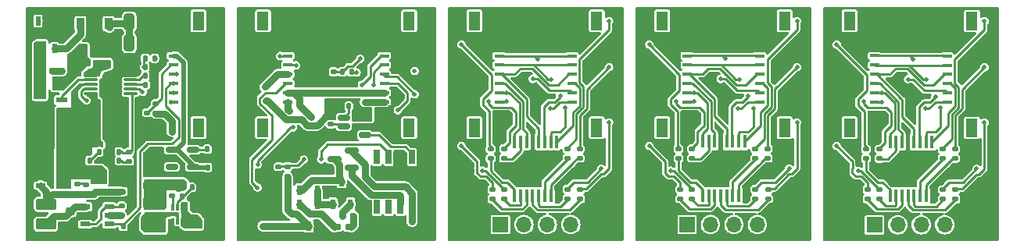
<source format=gbr>
%TF.GenerationSoftware,KiCad,Pcbnew,7.0.5*%
%TF.CreationDate,2024-05-30T09:30:06-05:00*%
%TF.ProjectId,wrist_ems_12_electrodes,77726973-745f-4656-9d73-5f31325f656c,rev?*%
%TF.SameCoordinates,Original*%
%TF.FileFunction,Copper,L1,Top*%
%TF.FilePolarity,Positive*%
%FSLAX46Y46*%
G04 Gerber Fmt 4.6, Leading zero omitted, Abs format (unit mm)*
G04 Created by KiCad (PCBNEW 7.0.5) date 2024-05-30 09:30:06*
%MOMM*%
%LPD*%
G01*
G04 APERTURE LIST*
G04 Aperture macros list*
%AMRoundRect*
0 Rectangle with rounded corners*
0 $1 Rounding radius*
0 $2 $3 $4 $5 $6 $7 $8 $9 X,Y pos of 4 corners*
0 Add a 4 corners polygon primitive as box body*
4,1,4,$2,$3,$4,$5,$6,$7,$8,$9,$2,$3,0*
0 Add four circle primitives for the rounded corners*
1,1,$1+$1,$2,$3*
1,1,$1+$1,$4,$5*
1,1,$1+$1,$6,$7*
1,1,$1+$1,$8,$9*
0 Add four rect primitives between the rounded corners*
20,1,$1+$1,$2,$3,$4,$5,0*
20,1,$1+$1,$4,$5,$6,$7,0*
20,1,$1+$1,$6,$7,$8,$9,0*
20,1,$1+$1,$8,$9,$2,$3,0*%
G04 Aperture macros list end*
%TA.AperFunction,SMDPad,CuDef*%
%ADD10RoundRect,0.135000X0.135000X0.185000X-0.135000X0.185000X-0.135000X-0.185000X0.135000X-0.185000X0*%
%TD*%
%TA.AperFunction,SMDPad,CuDef*%
%ADD11R,1.100000X0.550000*%
%TD*%
%TA.AperFunction,SMDPad,CuDef*%
%ADD12R,1.000000X0.500000*%
%TD*%
%TA.AperFunction,SMDPad,CuDef*%
%ADD13RoundRect,0.135000X-0.135000X-0.185000X0.135000X-0.185000X0.135000X0.185000X-0.135000X0.185000X0*%
%TD*%
%TA.AperFunction,SMDPad,CuDef*%
%ADD14RoundRect,0.135000X-0.185000X0.135000X-0.185000X-0.135000X0.185000X-0.135000X0.185000X0.135000X0*%
%TD*%
%TA.AperFunction,SMDPad,CuDef*%
%ADD15R,0.600000X1.000000*%
%TD*%
%TA.AperFunction,SMDPad,CuDef*%
%ADD16R,0.340000X0.700000*%
%TD*%
%TA.AperFunction,SMDPad,CuDef*%
%ADD17RoundRect,0.150000X-0.512500X-0.150000X0.512500X-0.150000X0.512500X0.150000X-0.512500X0.150000X0*%
%TD*%
%TA.AperFunction,SMDPad,CuDef*%
%ADD18RoundRect,0.250000X-0.325000X-0.650000X0.325000X-0.650000X0.325000X0.650000X-0.325000X0.650000X0*%
%TD*%
%TA.AperFunction,SMDPad,CuDef*%
%ADD19RoundRect,0.135000X0.185000X-0.135000X0.185000X0.135000X-0.185000X0.135000X-0.185000X-0.135000X0*%
%TD*%
%TA.AperFunction,SMDPad,CuDef*%
%ADD20R,1.000000X0.400000*%
%TD*%
%TA.AperFunction,SMDPad,CuDef*%
%ADD21R,1.300000X2.000000*%
%TD*%
%TA.AperFunction,SMDPad,CuDef*%
%ADD22RoundRect,0.075000X0.650000X0.075000X-0.650000X0.075000X-0.650000X-0.075000X0.650000X-0.075000X0*%
%TD*%
%TA.AperFunction,SMDPad,CuDef*%
%ADD23R,1.680000X1.880000*%
%TD*%
%TA.AperFunction,SMDPad,CuDef*%
%ADD24RoundRect,0.150000X0.512500X0.150000X-0.512500X0.150000X-0.512500X-0.150000X0.512500X-0.150000X0*%
%TD*%
%TA.AperFunction,SMDPad,CuDef*%
%ADD25RoundRect,0.250000X0.325000X0.650000X-0.325000X0.650000X-0.325000X-0.650000X0.325000X-0.650000X0*%
%TD*%
%TA.AperFunction,ComponentPad*%
%ADD26R,1.700000X1.700000*%
%TD*%
%TA.AperFunction,ComponentPad*%
%ADD27O,1.700000X1.700000*%
%TD*%
%TA.AperFunction,SMDPad,CuDef*%
%ADD28RoundRect,0.200000X0.200000X0.275000X-0.200000X0.275000X-0.200000X-0.275000X0.200000X-0.275000X0*%
%TD*%
%TA.AperFunction,SMDPad,CuDef*%
%ADD29R,0.550000X1.000000*%
%TD*%
%TA.AperFunction,SMDPad,CuDef*%
%ADD30R,0.850000X1.200000*%
%TD*%
%TA.AperFunction,SMDPad,CuDef*%
%ADD31RoundRect,0.250000X0.650000X-0.325000X0.650000X0.325000X-0.650000X0.325000X-0.650000X-0.325000X0*%
%TD*%
%TA.AperFunction,SMDPad,CuDef*%
%ADD32R,0.650000X1.526000*%
%TD*%
%TA.AperFunction,SMDPad,CuDef*%
%ADD33RoundRect,0.140000X-0.140000X-0.170000X0.140000X-0.170000X0.140000X0.170000X-0.140000X0.170000X0*%
%TD*%
%TA.AperFunction,SMDPad,CuDef*%
%ADD34RoundRect,0.140000X0.170000X-0.140000X0.170000X0.140000X-0.170000X0.140000X-0.170000X-0.140000X0*%
%TD*%
%TA.AperFunction,SMDPad,CuDef*%
%ADD35R,0.450000X1.475000*%
%TD*%
%TA.AperFunction,SMDPad,CuDef*%
%ADD36RoundRect,0.140000X0.140000X0.170000X-0.140000X0.170000X-0.140000X-0.170000X0.140000X-0.170000X0*%
%TD*%
%TA.AperFunction,SMDPad,CuDef*%
%ADD37RoundRect,0.225000X0.250000X-0.225000X0.250000X0.225000X-0.250000X0.225000X-0.250000X-0.225000X0*%
%TD*%
%TA.AperFunction,SMDPad,CuDef*%
%ADD38RoundRect,0.250000X0.850000X-0.375000X0.850000X0.375000X-0.850000X0.375000X-0.850000X-0.375000X0*%
%TD*%
%TA.AperFunction,SMDPad,CuDef*%
%ADD39RoundRect,0.150000X0.587500X0.150000X-0.587500X0.150000X-0.587500X-0.150000X0.587500X-0.150000X0*%
%TD*%
%TA.AperFunction,SMDPad,CuDef*%
%ADD40R,1.300000X0.600000*%
%TD*%
%TA.AperFunction,SMDPad,CuDef*%
%ADD41RoundRect,0.225000X-0.250000X0.225000X-0.250000X-0.225000X0.250000X-0.225000X0.250000X0.225000X0*%
%TD*%
%TA.AperFunction,ViaPad*%
%ADD42C,0.500000*%
%TD*%
%TA.AperFunction,Conductor*%
%ADD43C,0.250000*%
%TD*%
%TA.AperFunction,Conductor*%
%ADD44C,0.750000*%
%TD*%
%TA.AperFunction,Conductor*%
%ADD45C,0.500000*%
%TD*%
G04 APERTURE END LIST*
D10*
%TO.P,R42,1*%
%TO.N,/vol_to_curr/100V*%
X113616200Y-100101400D03*
%TO.P,R42,2*%
%TO.N,Net-(Q4-E)*%
X112596200Y-100101400D03*
%TD*%
D11*
%TO.P,Q6,1,G1*%
%TO.N,dcdc_EN_5V*%
X87812400Y-99781400D03*
%TO.P,Q6,2,S2*%
%TO.N,Vbat*%
X87812400Y-98831400D03*
%TO.P,Q6,3,G2*%
%TO.N,Net-(Q6A-G2)*%
X87812400Y-97881400D03*
%TO.P,Q6,4,D2*%
%TO.N,Net-(Q6A-D2)*%
X85212400Y-97881400D03*
%TO.P,Q6,5,S1*%
%TO.N,GNDA*%
X85212400Y-98831400D03*
%TO.P,Q6,6,D1*%
%TO.N,Net-(Q6A-G2)*%
X85212400Y-99781400D03*
%TD*%
D12*
%TO.P,D2,1,K*%
%TO.N,dcdc_5V*%
X82750000Y-95600000D03*
%TO.P,D2,2,A*%
%TO.N,Net-(D2-A)*%
X80350000Y-95600000D03*
%TD*%
D13*
%TO.P,R46,1*%
%TO.N,dcdc_EN_5V*%
X89329800Y-100025200D03*
%TO.P,R46,2*%
%TO.N,GNDA*%
X90349800Y-100025200D03*
%TD*%
D14*
%TO.P,R31,1*%
%TO.N,Net-(U6-VC)*%
X89962500Y-91940000D03*
%TO.P,R31,2*%
%TO.N,Net-(C6-Pad1)*%
X89962500Y-92960000D03*
%TD*%
%TO.P,R21,1*%
%TO.N,Net-(IC18-A)*%
X169758800Y-91635200D03*
%TO.P,R21,2*%
%TO.N,/SR_PhotoSW_4ch_out2/SR1Q2*%
X169758800Y-92655200D03*
%TD*%
D15*
%TO.P,Q5,1,B*%
%TO.N,Net-(Q2-E)*%
X112034400Y-97586800D03*
%TO.P,Q5,2,E*%
%TO.N,Net-(Q5-E)*%
X113944400Y-97586800D03*
%TO.P,Q5,3,C*%
%TO.N,Net-(Q2-B)*%
X112989400Y-95186800D03*
%TD*%
D14*
%TO.P,R26,1*%
%TO.N,Net-(IC23-A)*%
X178064600Y-91621900D03*
%TO.P,R26,2*%
%TO.N,/SR_PhotoSW_4ch_out2/SR1Q7*%
X178064600Y-92641900D03*
%TD*%
D10*
%TO.P,R39,1*%
%TO.N,Net-(IC25--INB)*%
X114048000Y-83261200D03*
%TO.P,R39,2*%
%TO.N,CUR_vol_lp*%
X113028000Y-83261200D03*
%TD*%
D16*
%TO.P,U8,1,GND*%
%TO.N,GNDA*%
X94711300Y-99454400D03*
%TO.P,U8,2,SW*%
%TO.N,/dcdc_bat_to_3v3_5v/dcdc_3V3_SW*%
X95211300Y-99454400D03*
%TO.P,U8,3,VIN*%
%TO.N,Vbat*%
X95711300Y-99454400D03*
%TO.P,U8,4,EN*%
X95711300Y-97954400D03*
%TO.P,U8,5,FB*%
%TO.N,Net-(U8-FB)*%
X95211300Y-97954400D03*
%TO.P,U8,6,PG*%
%TO.N,/dcdc_bat_to_3v3_5v/PG_3V3*%
X94711300Y-97954400D03*
%TD*%
D17*
%TO.P,U1,1,CE*%
%TO.N,dcdc_usb_5V*%
X94590700Y-91683100D03*
%TO.P,U1,2,V_{SS}*%
%TO.N,GNDA*%
X94590700Y-92633100D03*
%TO.P,U1,3,V_{BAT}*%
%TO.N,Vbat*%
X94590700Y-93583100D03*
%TO.P,U1,4,V_{DD}*%
%TO.N,dcdc_usb_5V*%
X96865700Y-93583100D03*
%TO.P,U1,5,PROG*%
%TO.N,Net-(U1-PROG)*%
X96865700Y-91683100D03*
%TD*%
D18*
%TO.P,C12,1*%
%TO.N,dcdc_100V*%
X89975000Y-77800000D03*
%TO.P,C12,2*%
%TO.N,GNDA*%
X92925000Y-77800000D03*
%TD*%
D19*
%TO.P,R2,1*%
%TO.N,dcdc_bat_vol*%
X91871800Y-87682800D03*
%TO.P,R2,2*%
%TO.N,GNDA*%
X91871800Y-86662800D03*
%TD*%
D14*
%TO.P,R44,1*%
%TO.N,/vol_to_curr/CUR_vol*%
X106146600Y-93546200D03*
%TO.P,R44,2*%
%TO.N,GND*%
X106146600Y-94566200D03*
%TD*%
%TO.P,R23,1*%
%TO.N,Net-(IC20-A)*%
X169936600Y-96029400D03*
%TO.P,R23,2*%
%TO.N,/SR_PhotoSW_4ch_out2/SR1Q4*%
X169936600Y-97049400D03*
%TD*%
D20*
%TO.P,J6,1,Pin_1*%
%TO.N,sw2_gnd*%
X150401000Y-80498600D03*
%TO.P,J6,2,Pin_2*%
%TO.N,sw2_clr*%
X150401000Y-81498600D03*
%TO.P,J6,3,Pin_3*%
%TO.N,sw2_sck*%
X150401000Y-82498600D03*
%TO.P,J6,4,Pin_4*%
%TO.N,sw2_rck*%
X150401000Y-83498600D03*
%TO.P,J6,5,Pin_5*%
%TO.N,sw2_di*%
X150401000Y-84498600D03*
%TO.P,J6,6,Pin_6*%
%TO.N,sw2_5v*%
X150401000Y-85498600D03*
%TO.P,J6,7,Pin_7*%
%TO.N,sw2_vcc*%
X150401000Y-86498600D03*
D21*
%TO.P,J6,MP*%
%TO.N,N/C*%
X147701000Y-77698600D03*
X147701000Y-89298600D03*
%TD*%
D22*
%TO.P,U6,1,VC*%
%TO.N,Net-(U6-VC)*%
X90123800Y-85620000D03*
%TO.P,U6,2,FBX*%
%TO.N,Net-(U6-FBX)*%
X90123800Y-85120000D03*
%TO.P,U6,3,SS*%
%TO.N,Net-(U6-SS)*%
X90123800Y-84620000D03*
%TO.P,U6,4,RT*%
%TO.N,Net-(U6-RT)*%
X90123800Y-84120000D03*
%TO.P,U6,5,SYNC*%
%TO.N,GNDA*%
X90123800Y-83620000D03*
%TO.P,U6,6,SENSE*%
%TO.N,/dcdc_5v_to_100V/Sense*%
X85823800Y-83620000D03*
%TO.P,U6,7,GATE*%
%TO.N,Net-(U6-GATE)*%
X85823800Y-84120000D03*
%TO.P,U6,8,INTVCC*%
%TO.N,dcdc_5V*%
X85823800Y-84620000D03*
%TO.P,U6,9,~{SHDN}/UVLO*%
%TO.N,Net-(U6-~{SHDN}{slash}UVLO)*%
X85823800Y-85120000D03*
%TO.P,U6,10,VIN*%
%TO.N,dcdc_5V*%
X85823800Y-85620000D03*
D23*
%TO.P,U6,11,GND*%
%TO.N,GNDA*%
X87973800Y-84620000D03*
%TD*%
D24*
%TO.P,U9,1,SW*%
%TO.N,Net-(D2-A)*%
X88950000Y-96237500D03*
%TO.P,U9,2,GND*%
%TO.N,GNDA*%
X88950000Y-95287500D03*
%TO.P,U9,3,NC*%
X88950000Y-94337500D03*
%TO.P,U9,4,VOUT*%
%TO.N,dcdc_5V*%
X86675000Y-94337500D03*
%TO.P,U9,5,NC*%
%TO.N,Net-(D2-A)*%
X86675000Y-96237500D03*
%TD*%
D13*
%TO.P,R41,1*%
%TO.N,Net-(IC25--INA)*%
X120610000Y-99500000D03*
%TO.P,R41,2*%
%TO.N,GND*%
X121630000Y-99500000D03*
%TD*%
D20*
%TO.P,J4,1,Pin_1*%
%TO.N,Vcc*%
X117594400Y-86498600D03*
%TO.P,J4,2,Pin_2*%
%TO.N,5V*%
X117594400Y-85498600D03*
%TO.P,J4,3,Pin_3*%
%TO.N,DI*%
X117594400Y-84498600D03*
%TO.P,J4,4,Pin_4*%
%TO.N,RCK*%
X117594400Y-83498600D03*
%TO.P,J4,5,Pin_5*%
%TO.N,SCK*%
X117594400Y-82498600D03*
%TO.P,J4,6,Pin_6*%
%TO.N,CLR*%
X117594400Y-81498600D03*
%TO.P,J4,7,Pin_7*%
%TO.N,GND*%
X117594400Y-80498600D03*
D21*
%TO.P,J4,MP*%
%TO.N,N/C*%
X120294400Y-89298600D03*
X120294400Y-77698600D03*
%TD*%
D20*
%TO.P,J13,1,Pin_1*%
%TO.N,sw3_vcc*%
X178554400Y-86524000D03*
%TO.P,J13,2,Pin_2*%
%TO.N,sw3_5v*%
X178554400Y-85524000D03*
%TO.P,J13,3,Pin_3*%
%TO.N,sw3_do*%
X178554400Y-84524000D03*
%TO.P,J13,4,Pin_4*%
%TO.N,sw3_rck*%
X178554400Y-83524000D03*
%TO.P,J13,5,Pin_5*%
%TO.N,sw3_sck*%
X178554400Y-82524000D03*
%TO.P,J13,6,Pin_6*%
%TO.N,sw3_clr*%
X178554400Y-81524000D03*
%TO.P,J13,7,Pin_7*%
%TO.N,sw3_gnd*%
X178554400Y-80524000D03*
D21*
%TO.P,J13,MP*%
%TO.N,N/C*%
X181254400Y-89324000D03*
X181254400Y-77724000D03*
%TD*%
D25*
%TO.P,C4,1*%
%TO.N,dcdc_5V*%
X83912500Y-90650000D03*
%TO.P,C4,2*%
%TO.N,GNDA*%
X80962500Y-90650000D03*
%TD*%
D13*
%TO.P,R29,1*%
%TO.N,Net-(U6-~{SHDN}{slash}UVLO)*%
X85681200Y-92881800D03*
%TO.P,R29,2*%
%TO.N,GNDA*%
X86701200Y-92881800D03*
%TD*%
D10*
%TO.P,R28,1*%
%TO.N,GNDA*%
X92724100Y-83693000D03*
%TO.P,R28,2*%
%TO.N,Net-(U6-RT)*%
X91704100Y-83693000D03*
%TD*%
D14*
%TO.P,R17,1*%
%TO.N,Net-(IC14-A)*%
X157795400Y-96004000D03*
%TO.P,R17,2*%
%TO.N,/SR_PhotoSW_4ch_out1/SR1Q6*%
X157795400Y-97024000D03*
%TD*%
D26*
%TO.P,J10,1,Pin_1*%
%TO.N,/SR_PhotoSW_4ch_out2/CH1*%
X170688000Y-99847400D03*
D27*
%TO.P,J10,2,Pin_2*%
%TO.N,/SR_PhotoSW_4ch_out2/CH2*%
X173228000Y-99847400D03*
%TO.P,J10,3,Pin_3*%
%TO.N,/SR_PhotoSW_4ch_out2/CH3*%
X175768000Y-99847400D03*
%TO.P,J10,4,Pin_4*%
%TO.N,/SR_PhotoSW_4ch_out2/CH4*%
X178308000Y-99847400D03*
%TD*%
D28*
%TO.P,R33,1*%
%TO.N,GNDA*%
X86321400Y-81051400D03*
%TO.P,R33,2*%
%TO.N,/dcdc_5v_to_100V/Rsense*%
X84671400Y-81051400D03*
%TD*%
D29*
%TO.P,T1,1,1*%
%TO.N,dcdc_5V*%
X80111600Y-77724000D03*
%TO.P,T1,2,2*%
%TO.N,GNDA*%
X81881600Y-77724000D03*
%TO.P,T1,3,3*%
%TO.N,Net-(D1-A)*%
X81881600Y-80724000D03*
%TO.P,T1,4,4*%
%TO.N,/dcdc_5v_to_100V/dcdc_100V_SW*%
X80111600Y-80724000D03*
%TD*%
D14*
%TO.P,R24,1*%
%TO.N,Net-(IC21-A)*%
X179461600Y-96029400D03*
%TO.P,R24,2*%
%TO.N,/SR_PhotoSW_4ch_out2/SR1Q5*%
X179461600Y-97049400D03*
%TD*%
%TO.P,R7,1*%
%TO.N,Net-(IC4-A)*%
X129286000Y-96010000D03*
%TO.P,R7,2*%
%TO.N,/SR_PhotoSW_4ch_out/SR1Q4*%
X129286000Y-97030000D03*
%TD*%
%TO.P,R13,1*%
%TO.N,Net-(IC10-A)*%
X149464200Y-91609800D03*
%TO.P,R13,2*%
%TO.N,/SR_PhotoSW_4ch_out1/SR1Q2*%
X149464200Y-92629800D03*
%TD*%
D30*
%TO.P,D1,1,K*%
%TO.N,dcdc_100V*%
X87725000Y-78000000D03*
%TO.P,D1,2,A*%
%TO.N,Net-(D1-A)*%
X84675000Y-78000000D03*
%TD*%
D31*
%TO.P,C18,1*%
%TO.N,dcdc_3V3*%
X92379800Y-95582000D03*
%TO.P,C18,2*%
%TO.N,GNDA*%
X92379800Y-92632000D03*
%TD*%
D20*
%TO.P,J11,1,Pin_1*%
%TO.N,sw1_vcc*%
X137914400Y-86498600D03*
%TO.P,J11,2,Pin_2*%
%TO.N,sw1_5v*%
X137914400Y-85498600D03*
%TO.P,J11,3,Pin_3*%
%TO.N,sw1_do*%
X137914400Y-84498600D03*
%TO.P,J11,4,Pin_4*%
%TO.N,sw1_rck*%
X137914400Y-83498600D03*
%TO.P,J11,5,Pin_5*%
%TO.N,sw1_sck*%
X137914400Y-82498600D03*
%TO.P,J11,6,Pin_6*%
%TO.N,sw1_clr*%
X137914400Y-81498600D03*
%TO.P,J11,7,Pin_7*%
%TO.N,sw1_gnd*%
X137914400Y-80498600D03*
D21*
%TO.P,J11,MP*%
%TO.N,N/C*%
X140614400Y-89298600D03*
X140614400Y-77698600D03*
%TD*%
D10*
%TO.P,R40,1*%
%TO.N,/vol_to_curr/100V*%
X114175000Y-98856800D03*
%TO.P,R40,2*%
%TO.N,Net-(Q5-E)*%
X113155000Y-98856800D03*
%TD*%
D19*
%TO.P,R51,1*%
%TO.N,/dcdc_bat_to_3v3_5v/PG_3V3*%
X94576300Y-96674400D03*
%TO.P,R51,2*%
%TO.N,dcdc_3V3*%
X94576300Y-95654400D03*
%TD*%
D13*
%TO.P,R50,1*%
%TO.N,Net-(U8-FB)*%
X95742700Y-96799400D03*
%TO.P,R50,2*%
%TO.N,GNDA*%
X96762700Y-96799400D03*
%TD*%
D18*
%TO.P,C3,1*%
%TO.N,dcdc_5V*%
X86069000Y-89966800D03*
%TO.P,C3,2*%
%TO.N,GNDA*%
X89019000Y-89966800D03*
%TD*%
D25*
%TO.P,C2,1*%
%TO.N,dcdc_5V*%
X83925000Y-88312500D03*
%TO.P,C2,2*%
%TO.N,GNDA*%
X80975000Y-88312500D03*
%TD*%
D14*
%TO.P,R20,1*%
%TO.N,Net-(IC17-A)*%
X171232000Y-91621900D03*
%TO.P,R20,2*%
%TO.N,/SR_PhotoSW_4ch_out2/SR1Q1*%
X171232000Y-92641900D03*
%TD*%
D32*
%TO.P,IC25,1,+INA*%
%TO.N,Net-(IC25-+INA)*%
X120600000Y-92490000D03*
%TO.P,IC25,2,V-*%
%TO.N,GND*%
X119330000Y-92490000D03*
%TO.P,IC25,3,+INB*%
%TO.N,/vol_to_curr/CUR_vol*%
X118060000Y-92490000D03*
%TO.P,IC25,4,-INB*%
%TO.N,Net-(IC25--INB)*%
X116790000Y-92490000D03*
%TO.P,IC25,5,OUTB*%
X116790000Y-97914000D03*
%TO.P,IC25,6,V+*%
%TO.N,5V*%
X118060000Y-97914000D03*
%TO.P,IC25,7,OUTA*%
%TO.N,Net-(IC25-OUTA)*%
X119330000Y-97914000D03*
%TO.P,IC25,8,-INA*%
%TO.N,Net-(IC25--INA)*%
X120600000Y-97914000D03*
%TD*%
D33*
%TO.P,C10,1*%
%TO.N,Net-(C10-Pad1)*%
X82727200Y-83140000D03*
%TO.P,C10,2*%
%TO.N,/dcdc_5v_to_100V/Rsense*%
X83687200Y-83140000D03*
%TD*%
D34*
%TO.P,C13,1*%
%TO.N,GND*%
X112090200Y-84198400D03*
%TO.P,C13,2*%
%TO.N,CUR_vol_lp*%
X112090200Y-83238400D03*
%TD*%
D35*
%TO.P,U5,1,QB*%
%TO.N,/SR_PhotoSW_4ch_out2/SR1Q2*%
X172372300Y-96708800D03*
%TO.P,U5,2,QC*%
%TO.N,/SR_PhotoSW_4ch_out2/SR1Q3*%
X173022300Y-96708800D03*
%TO.P,U5,3,QD*%
%TO.N,/SR_PhotoSW_4ch_out2/SR1Q4*%
X173672300Y-96708800D03*
%TO.P,U5,4,QE*%
%TO.N,/SR_PhotoSW_4ch_out2/SR1Q5*%
X174322300Y-96708800D03*
%TO.P,U5,5,QF*%
%TO.N,/SR_PhotoSW_4ch_out2/SR1Q6*%
X174972300Y-96708800D03*
%TO.P,U5,6,QG*%
%TO.N,/SR_PhotoSW_4ch_out2/SR1Q7*%
X175622300Y-96708800D03*
%TO.P,U5,7,QH*%
%TO.N,/SR_PhotoSW_4ch_out2/SR1Q8*%
X176272300Y-96708800D03*
%TO.P,U5,8,GND*%
%TO.N,sw3_gnd*%
X176922300Y-96708800D03*
%TO.P,U5,9,QH'*%
%TO.N,sw3_do*%
X176922300Y-90832800D03*
%TO.P,U5,10,~{SRCLR}*%
%TO.N,sw3_clr*%
X176272300Y-90832800D03*
%TO.P,U5,11,SRCLK*%
%TO.N,sw3_sck*%
X175622300Y-90832800D03*
%TO.P,U5,12,RCLK*%
%TO.N,sw3_rck*%
X174972300Y-90832800D03*
%TO.P,U5,13,~{OE}*%
%TO.N,sw3_gnd*%
X174322300Y-90832800D03*
%TO.P,U5,14,SER*%
%TO.N,sw3_di*%
X173672300Y-90832800D03*
%TO.P,U5,15,QA*%
%TO.N,/SR_PhotoSW_4ch_out2/SR1Q1*%
X173022300Y-90832800D03*
%TO.P,U5,16,VCC*%
%TO.N,sw3_5v*%
X172372300Y-90832800D03*
%TD*%
D14*
%TO.P,R4,1*%
%TO.N,Net-(IC1-A)*%
X130581400Y-91602500D03*
%TO.P,R4,2*%
%TO.N,/SR_PhotoSW_4ch_out/SR1Q1*%
X130581400Y-92622500D03*
%TD*%
D20*
%TO.P,J3,1,Pin_1*%
%TO.N,GND*%
X107160000Y-80500000D03*
%TO.P,J3,2,Pin_2*%
%TO.N,usb_5V*%
X107160000Y-81500000D03*
%TO.P,J3,3,Pin_3*%
%TO.N,bat_vol*%
X107160000Y-82500000D03*
%TO.P,J3,4,Pin_4*%
%TO.N,3V3*%
X107160000Y-83500000D03*
%TO.P,J3,5,Pin_5*%
%TO.N,EN_5V*%
X107160000Y-84500000D03*
%TO.P,J3,6,Pin_6*%
%TO.N,5V*%
X107160000Y-85500000D03*
%TO.P,J3,7,Pin_7*%
%TO.N,100V*%
X107160000Y-86500000D03*
D21*
%TO.P,J3,MP*%
%TO.N,N/C*%
X104460000Y-77700000D03*
X104460000Y-89300000D03*
%TD*%
D15*
%TO.P,Q4,1,B*%
%TO.N,Net-(Q2-E)*%
X110352800Y-97606000D03*
%TO.P,Q4,2,E*%
%TO.N,Net-(Q4-E)*%
X108442800Y-97606000D03*
%TO.P,Q4,3,C*%
%TO.N,CUR_OUT*%
X109397800Y-100006000D03*
%TD*%
D14*
%TO.P,R8,1*%
%TO.N,Net-(IC5-A)*%
X138811000Y-96010000D03*
%TO.P,R8,2*%
%TO.N,/SR_PhotoSW_4ch_out/SR1Q5*%
X138811000Y-97030000D03*
%TD*%
D26*
%TO.P,J8,1,Pin_1*%
%TO.N,/SR_PhotoSW_4ch_out/CH1*%
X130175000Y-99822000D03*
D27*
%TO.P,J8,2,Pin_2*%
%TO.N,/SR_PhotoSW_4ch_out/CH2*%
X132715000Y-99822000D03*
%TO.P,J8,3,Pin_3*%
%TO.N,/SR_PhotoSW_4ch_out/CH3*%
X135255000Y-99822000D03*
%TO.P,J8,4,Pin_4*%
%TO.N,/SR_PhotoSW_4ch_out/CH4*%
X137795000Y-99822000D03*
%TD*%
D35*
%TO.P,U4,1,QB*%
%TO.N,/SR_PhotoSW_4ch_out1/SR1Q2*%
X152077700Y-96683400D03*
%TO.P,U4,2,QC*%
%TO.N,/SR_PhotoSW_4ch_out1/SR1Q3*%
X152727700Y-96683400D03*
%TO.P,U4,3,QD*%
%TO.N,/SR_PhotoSW_4ch_out1/SR1Q4*%
X153377700Y-96683400D03*
%TO.P,U4,4,QE*%
%TO.N,/SR_PhotoSW_4ch_out1/SR1Q5*%
X154027700Y-96683400D03*
%TO.P,U4,5,QF*%
%TO.N,/SR_PhotoSW_4ch_out1/SR1Q6*%
X154677700Y-96683400D03*
%TO.P,U4,6,QG*%
%TO.N,/SR_PhotoSW_4ch_out1/SR1Q7*%
X155327700Y-96683400D03*
%TO.P,U4,7,QH*%
%TO.N,/SR_PhotoSW_4ch_out1/SR1Q8*%
X155977700Y-96683400D03*
%TO.P,U4,8,GND*%
%TO.N,sw2_gnd*%
X156627700Y-96683400D03*
%TO.P,U4,9,QH'*%
%TO.N,sw_do*%
X156627700Y-90807400D03*
%TO.P,U4,10,~{SRCLR}*%
%TO.N,sw2_clr*%
X155977700Y-90807400D03*
%TO.P,U4,11,SRCLK*%
%TO.N,sw2_sck*%
X155327700Y-90807400D03*
%TO.P,U4,12,RCLK*%
%TO.N,sw2_rck*%
X154677700Y-90807400D03*
%TO.P,U4,13,~{OE}*%
%TO.N,sw2_gnd*%
X154027700Y-90807400D03*
%TO.P,U4,14,SER*%
%TO.N,sw2_di*%
X153377700Y-90807400D03*
%TO.P,U4,15,QA*%
%TO.N,/SR_PhotoSW_4ch_out1/SR1Q1*%
X152727700Y-90807400D03*
%TO.P,U4,16,VCC*%
%TO.N,sw2_5v*%
X152077700Y-90807400D03*
%TD*%
D10*
%TO.P,R30,1*%
%TO.N,Net-(U6-~{SHDN}{slash}UVLO)*%
X86701200Y-91916600D03*
%TO.P,R30,2*%
%TO.N,dcdc_5V*%
X85681200Y-91916600D03*
%TD*%
D14*
%TO.P,R27,1*%
%TO.N,Net-(IC24-A)*%
X179436200Y-91609800D03*
%TO.P,R27,2*%
%TO.N,/SR_PhotoSW_4ch_out2/SR1Q8*%
X179436200Y-92629800D03*
%TD*%
D36*
%TO.P,C6,1*%
%TO.N,Net-(C6-Pad1)*%
X88867700Y-92881800D03*
%TO.P,C6,2*%
%TO.N,GNDA*%
X87907700Y-92881800D03*
%TD*%
D14*
%TO.P,R14,1*%
%TO.N,Net-(IC11-A)*%
X150937400Y-96004000D03*
%TO.P,R14,2*%
%TO.N,/SR_PhotoSW_4ch_out1/SR1Q3*%
X150937400Y-97024000D03*
%TD*%
D13*
%TO.P,R32,1*%
%TO.N,/dcdc_5v_to_100V/Rsense*%
X85519800Y-82296000D03*
%TO.P,R32,2*%
%TO.N,/dcdc_5v_to_100V/Sense*%
X86539800Y-82296000D03*
%TD*%
D19*
%TO.P,R43,1*%
%TO.N,CUR_OUT*%
X107111800Y-94540800D03*
%TO.P,R43,2*%
%TO.N,/vol_to_curr/CUR_vol*%
X107111800Y-93520800D03*
%TD*%
D37*
%TO.P,C14,1*%
%TO.N,Vbat*%
X97167100Y-99631800D03*
%TO.P,C14,2*%
%TO.N,GNDA*%
X97167100Y-98081800D03*
%TD*%
D38*
%TO.P,L1,1,1*%
%TO.N,Net-(Q6A-D2)*%
X80949800Y-99775000D03*
%TO.P,L1,2,2*%
%TO.N,Net-(D2-A)*%
X80949800Y-97625000D03*
%TD*%
D20*
%TO.P,J7,1,Pin_1*%
%TO.N,sw3_gnd*%
X170695600Y-80492600D03*
%TO.P,J7,2,Pin_2*%
%TO.N,sw3_clr*%
X170695600Y-81492600D03*
%TO.P,J7,3,Pin_3*%
%TO.N,sw3_sck*%
X170695600Y-82492600D03*
%TO.P,J7,4,Pin_4*%
%TO.N,sw3_rck*%
X170695600Y-83492600D03*
%TO.P,J7,5,Pin_5*%
%TO.N,sw3_di*%
X170695600Y-84492600D03*
%TO.P,J7,6,Pin_6*%
%TO.N,sw3_5v*%
X170695600Y-85492600D03*
%TO.P,J7,7,Pin_7*%
%TO.N,sw3_vcc*%
X170695600Y-86492600D03*
D21*
%TO.P,J7,MP*%
%TO.N,N/C*%
X167995600Y-77692600D03*
X167995600Y-89292600D03*
%TD*%
D14*
%TO.P,R25,1*%
%TO.N,Net-(IC22-A)*%
X178090000Y-96029400D03*
%TO.P,R25,2*%
%TO.N,/SR_PhotoSW_4ch_out2/SR1Q6*%
X178090000Y-97049400D03*
%TD*%
%TO.P,R12,1*%
%TO.N,Net-(IC9-A)*%
X150937400Y-91596500D03*
%TO.P,R12,2*%
%TO.N,/SR_PhotoSW_4ch_out1/SR1Q1*%
X150937400Y-92616500D03*
%TD*%
D13*
%TO.P,R35,1*%
%TO.N,Net-(U6-FBX)*%
X91704100Y-81762600D03*
%TO.P,R35,2*%
%TO.N,dcdc_100V*%
X92724100Y-81762600D03*
%TD*%
%TO.P,R34,1*%
%TO.N,/dcdc_5v_to_100V/dcdc_100V_SW*%
X80512800Y-83140000D03*
%TO.P,R34,2*%
%TO.N,Net-(C10-Pad1)*%
X81532800Y-83140000D03*
%TD*%
D20*
%TO.P,J2,1,Pin_1*%
%TO.N,dcdc_100V*%
X94750000Y-86500000D03*
%TO.P,J2,2,Pin_2*%
%TO.N,dcdc_5V*%
X94750000Y-85500000D03*
%TO.P,J2,3,Pin_3*%
%TO.N,dcdc_EN_5V*%
X94750000Y-84500000D03*
%TO.P,J2,4,Pin_4*%
%TO.N,dcdc_3V3*%
X94750000Y-83500000D03*
%TO.P,J2,5,Pin_5*%
%TO.N,dcdc_bat_vol*%
X94750000Y-82500000D03*
%TO.P,J2,6,Pin_6*%
%TO.N,dcdc_usb_5V*%
X94750000Y-81500000D03*
%TO.P,J2,7,Pin_7*%
%TO.N,GNDA*%
X94750000Y-80500000D03*
D21*
%TO.P,J2,MP*%
%TO.N,N/C*%
X97450000Y-89300000D03*
X97450000Y-77700000D03*
%TD*%
D39*
%TO.P,Q3,1,G*%
%TO.N,Net-(IC25-OUTA)*%
X114069100Y-93660000D03*
%TO.P,Q3,2,S*%
%TO.N,Net-(IC25--INA)*%
X114069100Y-91760000D03*
%TO.P,Q3,3,D*%
%TO.N,Net-(Q2-B)*%
X112194100Y-92710000D03*
%TD*%
D36*
%TO.P,C1,1*%
%TO.N,GNDA*%
X99413000Y-93624400D03*
%TO.P,C1,2*%
%TO.N,dcdc_usb_5V*%
X98453000Y-93624400D03*
%TD*%
D15*
%TO.P,Q2,1,B*%
%TO.N,Net-(Q2-B)*%
X108417400Y-96069000D03*
%TO.P,Q2,2,E*%
%TO.N,Net-(Q2-E)*%
X110327400Y-96069000D03*
%TO.P,Q2,3,C*%
%TO.N,GND*%
X109372400Y-93669000D03*
%TD*%
D10*
%TO.P,R37,1*%
%TO.N,DAC_SDA*%
X113747500Y-86962500D03*
%TO.P,R37,2*%
%TO.N,3V3*%
X112727500Y-86962500D03*
%TD*%
%TO.P,R36,1*%
%TO.N,GNDA*%
X92724100Y-82727800D03*
%TO.P,R36,2*%
%TO.N,Net-(U6-FBX)*%
X91704100Y-82727800D03*
%TD*%
D25*
%TO.P,C17,1*%
%TO.N,dcdc_5V*%
X83912500Y-92990000D03*
%TO.P,C17,2*%
%TO.N,GNDA*%
X80962500Y-92990000D03*
%TD*%
D20*
%TO.P,J12,1,Pin_1*%
%TO.N,sw2_vcc*%
X158259800Y-86498600D03*
%TO.P,J12,2,Pin_2*%
%TO.N,sw2_5v*%
X158259800Y-85498600D03*
%TO.P,J12,3,Pin_3*%
%TO.N,sw_do*%
X158259800Y-84498600D03*
%TO.P,J12,4,Pin_4*%
%TO.N,sw2_rck*%
X158259800Y-83498600D03*
%TO.P,J12,5,Pin_5*%
%TO.N,sw2_sck*%
X158259800Y-82498600D03*
%TO.P,J12,6,Pin_6*%
%TO.N,sw2_clr*%
X158259800Y-81498600D03*
%TO.P,J12,7,Pin_7*%
%TO.N,sw2_gnd*%
X158259800Y-80498600D03*
D21*
%TO.P,J12,MP*%
%TO.N,N/C*%
X160959800Y-89298600D03*
X160959800Y-77698600D03*
%TD*%
D14*
%TO.P,R9,1*%
%TO.N,Net-(IC6-A)*%
X137439400Y-96010000D03*
%TO.P,R9,2*%
%TO.N,/SR_PhotoSW_4ch_out/SR1Q6*%
X137439400Y-97030000D03*
%TD*%
%TO.P,R16,1*%
%TO.N,Net-(IC13-A)*%
X159167000Y-96004000D03*
%TO.P,R16,2*%
%TO.N,/SR_PhotoSW_4ch_out1/SR1Q5*%
X159167000Y-97024000D03*
%TD*%
%TO.P,R11,1*%
%TO.N,Net-(IC8-A)*%
X138785600Y-91590400D03*
%TO.P,R11,2*%
%TO.N,/SR_PhotoSW_4ch_out/SR1Q8*%
X138785600Y-92610400D03*
%TD*%
D20*
%TO.P,J5,1,Pin_1*%
%TO.N,sw1_gnd*%
X130043600Y-80500000D03*
%TO.P,J5,2,Pin_2*%
%TO.N,sw1_clr*%
X130043600Y-81500000D03*
%TO.P,J5,3,Pin_3*%
%TO.N,sw1_sck*%
X130043600Y-82500000D03*
%TO.P,J5,4,Pin_4*%
%TO.N,sw1_rck*%
X130043600Y-83500000D03*
%TO.P,J5,5,Pin_5*%
%TO.N,sw1_di*%
X130043600Y-84500000D03*
%TO.P,J5,6,Pin_6*%
%TO.N,sw1_5v*%
X130043600Y-85500000D03*
%TO.P,J5,7,Pin_7*%
%TO.N,sw1_vcc*%
X130043600Y-86500000D03*
D21*
%TO.P,J5,MP*%
%TO.N,N/C*%
X127343600Y-77700000D03*
X127343600Y-89300000D03*
%TD*%
D14*
%TO.P,R48,1*%
%TO.N,Net-(C16-Pad1)*%
X84350000Y-95392500D03*
%TO.P,R48,2*%
%TO.N,Net-(D2-A)*%
X84350000Y-96412500D03*
%TD*%
D18*
%TO.P,C8,1*%
%TO.N,dcdc_5V*%
X86078800Y-87655400D03*
%TO.P,C8,2*%
%TO.N,GNDA*%
X89028800Y-87655400D03*
%TD*%
D34*
%TO.P,C9,1*%
%TO.N,/dcdc_5v_to_100V/Sense*%
X87655400Y-82217200D03*
%TO.P,C9,2*%
%TO.N,GNDA*%
X87655400Y-81257200D03*
%TD*%
D14*
%TO.P,R6,1*%
%TO.N,Net-(IC3-A)*%
X130581400Y-96010000D03*
%TO.P,R6,2*%
%TO.N,/SR_PhotoSW_4ch_out/SR1Q3*%
X130581400Y-97030000D03*
%TD*%
D19*
%TO.P,R1,1*%
%TO.N,Vbat*%
X92862400Y-87682800D03*
%TO.P,R1,2*%
%TO.N,dcdc_bat_vol*%
X92862400Y-86662800D03*
%TD*%
D14*
%TO.P,R18,1*%
%TO.N,Net-(IC15-A)*%
X157770000Y-91596500D03*
%TO.P,R18,2*%
%TO.N,/SR_PhotoSW_4ch_out1/SR1Q7*%
X157770000Y-92616500D03*
%TD*%
D33*
%TO.P,C5,1*%
%TO.N,Net-(U6-SS)*%
X91747400Y-84632800D03*
%TO.P,C5,2*%
%TO.N,GNDA*%
X92707400Y-84632800D03*
%TD*%
D14*
%TO.P,R19,1*%
%TO.N,Net-(IC16-A)*%
X159141600Y-91584400D03*
%TO.P,R19,2*%
%TO.N,/SR_PhotoSW_4ch_out1/SR1Q8*%
X159141600Y-92604400D03*
%TD*%
D38*
%TO.P,L2,1,1*%
%TO.N,/dcdc_bat_to_3v3_5v/dcdc_3V3_SW*%
X92583000Y-99627000D03*
%TO.P,L2,2,2*%
%TO.N,dcdc_3V3*%
X92583000Y-97477000D03*
%TD*%
D26*
%TO.P,J9,1,Pin_1*%
%TO.N,/SR_PhotoSW_4ch_out1/CH1*%
X150393400Y-99822000D03*
D27*
%TO.P,J9,2,Pin_2*%
%TO.N,/SR_PhotoSW_4ch_out1/CH2*%
X152933400Y-99822000D03*
%TO.P,J9,3,Pin_3*%
%TO.N,/SR_PhotoSW_4ch_out1/CH3*%
X155473400Y-99822000D03*
%TO.P,J9,4,Pin_4*%
%TO.N,/SR_PhotoSW_4ch_out1/CH4*%
X158013400Y-99822000D03*
%TD*%
D13*
%TO.P,R49,1*%
%TO.N,dcdc_3V3*%
X95742700Y-95783400D03*
%TO.P,R49,2*%
%TO.N,Net-(U8-FB)*%
X96762700Y-95783400D03*
%TD*%
D14*
%TO.P,R10,1*%
%TO.N,Net-(IC7-A)*%
X137414000Y-91602500D03*
%TO.P,R10,2*%
%TO.N,/SR_PhotoSW_4ch_out/SR1Q7*%
X137414000Y-92622500D03*
%TD*%
%TO.P,R15,1*%
%TO.N,Net-(IC12-A)*%
X149642000Y-96004000D03*
%TO.P,R15,2*%
%TO.N,/SR_PhotoSW_4ch_out1/SR1Q4*%
X149642000Y-97024000D03*
%TD*%
%TO.P,R5,1*%
%TO.N,Net-(IC2-A)*%
X129108200Y-91615800D03*
%TO.P,R5,2*%
%TO.N,/SR_PhotoSW_4ch_out/SR1Q2*%
X129108200Y-92635800D03*
%TD*%
D24*
%TO.P,U7,1,VOUT*%
%TO.N,Net-(IC25-+INA)*%
X115488300Y-90104000D03*
%TO.P,U7,2,VSS*%
%TO.N,GND*%
X115488300Y-89154000D03*
%TO.P,U7,3,VDD*%
%TO.N,3V3*%
X115488300Y-88204000D03*
%TO.P,U7,4,SDA*%
%TO.N,DAC_SDA*%
X113213300Y-88204000D03*
%TO.P,U7,5,SCL*%
%TO.N,DAC_SCL*%
X113213300Y-89154000D03*
%TO.P,U7,6,A0*%
%TO.N,GND*%
X113213300Y-90104000D03*
%TD*%
D18*
%TO.P,C11,1*%
%TO.N,dcdc_100V*%
X89975000Y-80112500D03*
%TO.P,C11,2*%
%TO.N,GNDA*%
X92925000Y-80112500D03*
%TD*%
D36*
%TO.P,C7,1*%
%TO.N,Net-(U6-VC)*%
X88867700Y-91916600D03*
%TO.P,C7,2*%
%TO.N,GNDA*%
X87907700Y-91916600D03*
%TD*%
D14*
%TO.P,R22,1*%
%TO.N,Net-(IC19-A)*%
X171232000Y-96029400D03*
%TO.P,R22,2*%
%TO.N,/SR_PhotoSW_4ch_out2/SR1Q3*%
X171232000Y-97049400D03*
%TD*%
D35*
%TO.P,U3,1,QB*%
%TO.N,/SR_PhotoSW_4ch_out/SR1Q2*%
X131721700Y-96689400D03*
%TO.P,U3,2,QC*%
%TO.N,/SR_PhotoSW_4ch_out/SR1Q3*%
X132371700Y-96689400D03*
%TO.P,U3,3,QD*%
%TO.N,/SR_PhotoSW_4ch_out/SR1Q4*%
X133021700Y-96689400D03*
%TO.P,U3,4,QE*%
%TO.N,/SR_PhotoSW_4ch_out/SR1Q5*%
X133671700Y-96689400D03*
%TO.P,U3,5,QF*%
%TO.N,/SR_PhotoSW_4ch_out/SR1Q6*%
X134321700Y-96689400D03*
%TO.P,U3,6,QG*%
%TO.N,/SR_PhotoSW_4ch_out/SR1Q7*%
X134971700Y-96689400D03*
%TO.P,U3,7,QH*%
%TO.N,/SR_PhotoSW_4ch_out/SR1Q8*%
X135621700Y-96689400D03*
%TO.P,U3,8,GND*%
%TO.N,sw1_gnd*%
X136271700Y-96689400D03*
%TO.P,U3,9,QH'*%
%TO.N,sw1_do*%
X136271700Y-90813400D03*
%TO.P,U3,10,~{SRCLR}*%
%TO.N,sw1_clr*%
X135621700Y-90813400D03*
%TO.P,U3,11,SRCLK*%
%TO.N,sw1_sck*%
X134971700Y-90813400D03*
%TO.P,U3,12,RCLK*%
%TO.N,sw1_rck*%
X134321700Y-90813400D03*
%TO.P,U3,13,~{OE}*%
%TO.N,sw1_gnd*%
X133671700Y-90813400D03*
%TO.P,U3,14,SER*%
%TO.N,sw1_di*%
X133021700Y-90813400D03*
%TO.P,U3,15,QA*%
%TO.N,/SR_PhotoSW_4ch_out/SR1Q1*%
X132371700Y-90813400D03*
%TO.P,U3,16,VCC*%
%TO.N,sw1_5v*%
X131721700Y-90813400D03*
%TD*%
D34*
%TO.P,C16,1*%
%TO.N,Net-(C16-Pad1)*%
X85290000Y-95492500D03*
%TO.P,C16,2*%
%TO.N,dcdc_5V*%
X85290000Y-94532500D03*
%TD*%
D40*
%TO.P,Q1,1*%
%TO.N,Net-(U6-GATE)*%
X82680000Y-86310000D03*
%TO.P,Q1,2*%
%TO.N,/dcdc_5v_to_100V/Rsense*%
X82680000Y-84410000D03*
%TO.P,Q1,3*%
%TO.N,/dcdc_5v_to_100V/dcdc_100V_SW*%
X80280000Y-85360000D03*
%TD*%
D19*
%TO.P,R45,1*%
%TO.N,Vbat*%
X89179400Y-98808000D03*
%TO.P,R45,2*%
%TO.N,Net-(Q6A-G2)*%
X89179400Y-97788000D03*
%TD*%
D41*
%TO.P,C15,1*%
%TO.N,Net-(Q6A-D2)*%
X83591400Y-98386600D03*
%TO.P,C15,2*%
%TO.N,GNDA*%
X83591400Y-99936600D03*
%TD*%
D19*
%TO.P,R38,1*%
%TO.N,DAC_SCL*%
X111787500Y-88910000D03*
%TO.P,R38,2*%
%TO.N,3V3*%
X111787500Y-87890000D03*
%TD*%
D13*
%TO.P,R3,1*%
%TO.N,Net-(U1-PROG)*%
X98444000Y-91643200D03*
%TO.P,R3,2*%
%TO.N,GNDA*%
X99464000Y-91643200D03*
%TD*%
D42*
%TO.N,EN_5V*%
X103860600Y-95808800D03*
%TO.N,GND*%
X111353600Y-84201000D03*
X110413800Y-81915000D03*
%TO.N,bat_vol*%
X108026200Y-82524600D03*
%TO.N,CUR_vol_lp*%
X114985800Y-81813400D03*
%TO.N,Net-(IC25--INB)*%
X114604800Y-83312000D03*
%TO.N,SCK*%
X116455000Y-84632800D03*
X107721400Y-89281000D03*
%TO.N,usb_5V*%
X106324400Y-81508600D03*
%TO.N,CLR*%
X115163600Y-84632800D03*
%TO.N,3V3*%
X104749600Y-86385400D03*
%TO.N,5V*%
X109651800Y-88176800D03*
%TO.N,GND*%
X103877000Y-83132015D03*
X102641400Y-82397600D03*
X118934708Y-94751833D03*
X105105200Y-82397600D03*
X110921800Y-90246200D03*
X116437500Y-94312500D03*
X106426000Y-80492600D03*
X118710000Y-90130000D03*
X107899200Y-92735400D03*
X110388400Y-83134200D03*
X118541800Y-80492600D03*
X102641400Y-83870800D03*
X121920000Y-98840000D03*
X118846600Y-86004400D03*
X107899200Y-80492600D03*
X107873800Y-94056200D03*
X116713000Y-80518000D03*
X118592600Y-83108800D03*
X116636800Y-89154000D03*
X110150000Y-91425000D03*
%TO.N,dcdc_5V*%
X83925000Y-88312500D03*
X80111600Y-77724000D03*
X86271700Y-89865803D03*
X94750000Y-85500000D03*
%TO.N,bat_vol*%
X120877000Y-83132015D03*
%TO.N,RCK*%
X120877000Y-85672015D03*
%TO.N,DI*%
X119060000Y-87410000D03*
%TO.N,sw1_gnd*%
X129641600Y-90703400D03*
X126238000Y-77085000D03*
X138633200Y-80543400D03*
X133529000Y-77085000D03*
X142748000Y-95427800D03*
X132513000Y-78482000D03*
X134797800Y-85928200D03*
X125349000Y-89482000D03*
X131116000Y-78482000D03*
X134518400Y-92481400D03*
X135839200Y-85902800D03*
X132461000Y-83591400D03*
X125349000Y-94435000D03*
X125401000Y-78482000D03*
X125401000Y-77085000D03*
X141122400Y-95402400D03*
X141147800Y-85826600D03*
X142773400Y-84734400D03*
X125401000Y-83435000D03*
X142748000Y-80822800D03*
X142773400Y-90728800D03*
X142773400Y-91795600D03*
X142773400Y-85801200D03*
X142773400Y-97129600D03*
X141173200Y-84753702D03*
X133705600Y-87909400D03*
X131267200Y-88798400D03*
X141122400Y-97129600D03*
X126619000Y-93038000D03*
X126238000Y-88085000D03*
X126244098Y-78486000D03*
X142748000Y-79756000D03*
X133680200Y-89636600D03*
X130022600Y-93624400D03*
X126544000Y-83435000D03*
X131267200Y-87884000D03*
X126238000Y-89482000D03*
X136296202Y-95986600D03*
X131116000Y-77085000D03*
X125349000Y-93038000D03*
X141122400Y-80848200D03*
X141173200Y-90748102D03*
X126544000Y-82165000D03*
X141147800Y-91821000D03*
X133529000Y-78482000D03*
X134620000Y-94589600D03*
X125401000Y-82165000D03*
X125349000Y-88085000D03*
X126619000Y-94435000D03*
X132513000Y-77085000D03*
X129641600Y-87807800D03*
X137160000Y-80492600D03*
%TO.N,sw1_vcc*%
X135559800Y-87223600D03*
X130810000Y-86487000D03*
%TO.N,sw2_gnd*%
X145757000Y-83429000D03*
X145705000Y-94429000D03*
X157516000Y-80486600D03*
X163129400Y-85795200D03*
X149997600Y-87801800D03*
X151472000Y-77079000D03*
X156195200Y-85896800D03*
X163129400Y-97123600D03*
X153885000Y-78476000D03*
X145705000Y-89476000D03*
X163104000Y-79750000D03*
X152869000Y-78476000D03*
X150378600Y-93618400D03*
X161478400Y-80842200D03*
X163129400Y-90722800D03*
X145757000Y-82159000D03*
X161529200Y-84747702D03*
X146594000Y-88079000D03*
X146975000Y-93032000D03*
X145757000Y-77079000D03*
X154061600Y-87903400D03*
X154874400Y-92475400D03*
X151623200Y-88792400D03*
X158989200Y-80537400D03*
X161478400Y-97123600D03*
X155153800Y-85922200D03*
X152817000Y-83585400D03*
X154036200Y-89630600D03*
X156652202Y-95980600D03*
X163104000Y-95421800D03*
X161503800Y-85820600D03*
X152869000Y-77079000D03*
X146583400Y-78476000D03*
X151623200Y-87878000D03*
X161503800Y-91815000D03*
X149997600Y-90697400D03*
X163129400Y-84728400D03*
X146900000Y-83429000D03*
X154976000Y-94583600D03*
X145705000Y-93032000D03*
X161478400Y-95396400D03*
X151472000Y-78476000D03*
X146900000Y-82159000D03*
X146975000Y-94429000D03*
X145757000Y-78476000D03*
X146583400Y-77079000D03*
X163104000Y-80816800D03*
X146594000Y-89476000D03*
X163129400Y-91789600D03*
X145705000Y-88079000D03*
X153885000Y-77079000D03*
%TO.N,sw2_vcc*%
X155915800Y-87217600D03*
X151166000Y-86481000D03*
%TO.N,sw3_gnd*%
X171917800Y-87903400D03*
X183398600Y-80842200D03*
X183398600Y-79775400D03*
X165999600Y-89501400D03*
X181823800Y-84773102D03*
X166888600Y-88104400D03*
X170292200Y-87827200D03*
X175169000Y-92500800D03*
X166051600Y-78501400D03*
X183398600Y-95447200D03*
X183424000Y-90748200D03*
X176489800Y-85922200D03*
X176946802Y-96006000D03*
X183424000Y-85820600D03*
X174179600Y-78501400D03*
X175270600Y-94609000D03*
X165999600Y-88104400D03*
X166051600Y-77104400D03*
X183424000Y-97149000D03*
X166888600Y-89501400D03*
X181773000Y-95421800D03*
X183424000Y-84753800D03*
X165999600Y-94454400D03*
X175448400Y-85947600D03*
X167194600Y-82184400D03*
X166051600Y-82184400D03*
X181798400Y-85846000D03*
X174356200Y-87928800D03*
X166878000Y-78511400D03*
X166878000Y-77114400D03*
X171766600Y-78501400D03*
X173163600Y-78501400D03*
X171917800Y-88817800D03*
X181773000Y-80867600D03*
X174179600Y-77104400D03*
X167269600Y-94454400D03*
X167269600Y-93057400D03*
X170292200Y-90722800D03*
X173111600Y-83610800D03*
X167194600Y-83454400D03*
X166051600Y-83454400D03*
X181773000Y-97149000D03*
X177810600Y-80512000D03*
X170673200Y-93643800D03*
X173163600Y-77104400D03*
X171766600Y-77104400D03*
X183424000Y-91815000D03*
X165999600Y-93057400D03*
X181798400Y-91840400D03*
X179283800Y-80562800D03*
X174330800Y-89656000D03*
%TO.N,sw3_vcc*%
X176210400Y-87243000D03*
X171460600Y-86506400D03*
%TO.N,sw1_clr*%
X137227412Y-87107363D03*
X134213600Y-81838800D03*
%TO.N,sw1_sck*%
X135661400Y-84048600D03*
X136638955Y-85883795D03*
%TO.N,sw1_5v*%
X130810442Y-85500000D03*
X133680200Y-84023200D03*
%TO.N,sw2_clr*%
X157559833Y-87223600D03*
X154569600Y-81832800D03*
%TO.N,sw2_sck*%
X156994955Y-85877795D03*
X156083000Y-84048600D03*
%TO.N,sw2_5v*%
X154036200Y-84017200D03*
X151166442Y-85494000D03*
%TO.N,sw3_clr*%
X177866422Y-87132308D03*
X174864200Y-81858200D03*
%TO.N,sw3_sck*%
X177289555Y-85903195D03*
X176301400Y-84074000D03*
%TO.N,sw3_5v*%
X174330800Y-84042600D03*
X171461042Y-85519400D03*
%TO.N,Vcc*%
X115493800Y-86498600D03*
%TO.N,CUR_OUT*%
X104444800Y-99974400D03*
%TO.N,dcdc_100V*%
X89975000Y-80112500D03*
X94488000Y-86512400D03*
X92811600Y-81762600D03*
%TO.N,Vbat*%
X88428292Y-98831400D03*
X94590700Y-93583100D03*
X94589600Y-89712800D03*
X95824762Y-99877837D03*
%TO.N,dcdc_3V3*%
X95746000Y-95314200D03*
X95115059Y-83500000D03*
%TO.N,/vol_to_curr/CUR_vol*%
X108906545Y-92751216D03*
X110759449Y-92735400D03*
%TO.N,5V*%
X118085000Y-97552000D03*
%TO.N,100V*%
X107263793Y-87452200D03*
%TO.N,3V3*%
X104680508Y-84868508D03*
%TO.N,SCK*%
X103877000Y-93292015D03*
%TO.N,dcdc_EN_5V*%
X94750000Y-84500000D03*
%TO.N,DAC_SDA*%
X113284000Y-88239600D03*
%TO.N,DAC_SCL*%
X113284000Y-89154000D03*
%TO.N,GNDA*%
X98145600Y-100838000D03*
X85242400Y-98831400D03*
X97155000Y-98094800D03*
X92786200Y-82737100D03*
X94591798Y-99454400D03*
X90762500Y-83187500D03*
X92735400Y-83693000D03*
X87655400Y-81169700D03*
X91871800Y-86563200D03*
X90424000Y-100050600D03*
X80962500Y-90650000D03*
X95478600Y-80492600D03*
X89052400Y-87680800D03*
X87401400Y-83667600D03*
X87457800Y-92862500D03*
X97358200Y-96799400D03*
X92727400Y-84632800D03*
X88493600Y-83667600D03*
X83591400Y-100304600D03*
X92858500Y-79629000D03*
X88493600Y-84607400D03*
X88061800Y-95072200D03*
X99551500Y-91643200D03*
X87982500Y-92379900D03*
X90093800Y-95072200D03*
X88481430Y-85560077D03*
X86408900Y-81051400D03*
X80975000Y-88312500D03*
X89387500Y-83212500D03*
X91109800Y-90373200D03*
X94005400Y-80492600D03*
X92430600Y-92633800D03*
X81881600Y-77724000D03*
X88439492Y-97163559D03*
X90787500Y-82250000D03*
X92837000Y-77597000D03*
X87401400Y-84582000D03*
X80962500Y-92990000D03*
X99500500Y-93624400D03*
X89019000Y-89966800D03*
X87401400Y-85598000D03*
%TO.N,/vol_to_curr/100V*%
X114018700Y-100101400D03*
%TO.N,Net-(IC1-A)*%
X128879600Y-86461600D03*
%TO.N,Net-(IC2-A)*%
X125950000Y-80270000D03*
%TO.N,Net-(IC3-A)*%
X128255000Y-93965000D03*
%TO.N,Net-(IC4-A)*%
X125950000Y-91270000D03*
%TO.N,Net-(IC5-A)*%
X141950000Y-88730000D03*
%TO.N,Net-(IC6-A)*%
X141097000Y-93751400D03*
%TO.N,Net-(IC7-A)*%
X141950000Y-77730000D03*
%TO.N,Net-(IC8-A)*%
X141950000Y-82730000D03*
%TO.N,Net-(IC9-A)*%
X149235600Y-86455600D03*
%TO.N,Net-(IC10-A)*%
X146306000Y-80264000D03*
%TO.N,Net-(IC11-A)*%
X148611000Y-93959000D03*
%TO.N,Net-(IC12-A)*%
X146306000Y-91264000D03*
%TO.N,Net-(IC13-A)*%
X162306000Y-88724000D03*
%TO.N,Net-(IC14-A)*%
X161453000Y-93745400D03*
%TO.N,Net-(IC15-A)*%
X162306000Y-77724000D03*
%TO.N,Net-(IC16-A)*%
X162306000Y-82724000D03*
%TO.N,Net-(IC17-A)*%
X169530200Y-86481000D03*
%TO.N,Net-(IC18-A)*%
X166600600Y-80289400D03*
%TO.N,Net-(IC19-A)*%
X168905600Y-93984400D03*
%TO.N,Net-(IC20-A)*%
X166600600Y-91289400D03*
%TO.N,Net-(IC21-A)*%
X182600600Y-88749400D03*
%TO.N,Net-(IC22-A)*%
X181747600Y-93770800D03*
%TO.N,Net-(IC23-A)*%
X182600600Y-77749400D03*
%TO.N,Net-(IC24-A)*%
X182600600Y-82749400D03*
%TO.N,Net-(IC25--INB)*%
X116815000Y-97552000D03*
X116790000Y-92490000D03*
%TO.N,Net-(U6-~{SHDN}{slash}UVLO)*%
X85681200Y-92881800D03*
X85344000Y-86334600D03*
%TO.N,Net-(U6-FBX)*%
X91420677Y-85418777D03*
X91587800Y-82727800D03*
%TD*%
D43*
%TO.N,EN_5V*%
X106860000Y-84500000D02*
X107160000Y-84500000D01*
X105864492Y-85495508D02*
X106860000Y-84500000D01*
X104725092Y-85495508D02*
X105864492Y-85495508D01*
X104122600Y-86098000D02*
X104725092Y-85495508D01*
X104122600Y-86662600D02*
X104122600Y-86098000D01*
X105435000Y-87975000D02*
X104122600Y-86662600D01*
X105435000Y-90625000D02*
X105435000Y-87975000D01*
X103272000Y-92788000D02*
X105435000Y-90625000D01*
X103272000Y-95220200D02*
X103272000Y-92788000D01*
X103860600Y-95808800D02*
X103272000Y-95220200D01*
%TO.N,SCK*%
X103877000Y-92896800D02*
X103877000Y-93292015D01*
X107492800Y-89281000D02*
X103877000Y-92896800D01*
X107721400Y-89281000D02*
X107492800Y-89281000D01*
D44*
%TO.N,3V3*%
X111483408Y-87890000D02*
X111787500Y-87890000D01*
X109288534Y-89053800D02*
X110319608Y-89053800D01*
X104927400Y-86385400D02*
X106934000Y-88392000D01*
X108626734Y-88392000D02*
X109288534Y-89053800D01*
X110319608Y-89053800D02*
X111483408Y-87890000D01*
X104749600Y-86385400D02*
X104927400Y-86385400D01*
X106934000Y-88392000D02*
X108626734Y-88392000D01*
D43*
%TO.N,CLR*%
X117244400Y-81498600D02*
X117594400Y-81498600D01*
X116078000Y-83718400D02*
X116078000Y-82665000D01*
X115163600Y-84632800D02*
X116078000Y-83718400D01*
X116078000Y-82665000D02*
X117244400Y-81498600D01*
%TO.N,Net-(IC25--INB)*%
X114098800Y-83312000D02*
X114048000Y-83261200D01*
X114604800Y-83312000D02*
X114098800Y-83312000D01*
%TO.N,bat_vol*%
X108001600Y-82500000D02*
X108026200Y-82524600D01*
X107160000Y-82500000D02*
X108001600Y-82500000D01*
%TO.N,CUR_vol_lp*%
X113673000Y-82616200D02*
X113028000Y-83261200D01*
X114183000Y-82616200D02*
X113673000Y-82616200D01*
X114985800Y-81813400D02*
X114183000Y-82616200D01*
X113005200Y-83238400D02*
X112105000Y-83238400D01*
X113028000Y-83261200D02*
X113005200Y-83238400D01*
D44*
%TO.N,5V*%
X108387500Y-86100500D02*
X107787000Y-85500000D01*
X108387500Y-86912500D02*
X108387500Y-86100500D01*
X109651800Y-88176800D02*
X108387500Y-86912500D01*
D43*
%TO.N,SCK*%
X117244400Y-82498600D02*
X117594400Y-82498600D01*
X116455000Y-83288000D02*
X117244400Y-82498600D01*
X116455000Y-84632800D02*
X116455000Y-83288000D01*
D44*
%TO.N,Vcc*%
X115493800Y-86498600D02*
X117594400Y-86498600D01*
%TO.N,5V*%
X117593000Y-85500000D02*
X117594400Y-85498600D01*
X107160000Y-85500000D02*
X117593000Y-85500000D01*
%TO.N,100V*%
X107263793Y-87452200D02*
X107160000Y-87348407D01*
X107160000Y-87348407D02*
X107160000Y-86500000D01*
D43*
%TO.N,usb_5V*%
X107151400Y-81508600D02*
X107160000Y-81500000D01*
X106324400Y-81508600D02*
X107151400Y-81508600D01*
%TO.N,/vol_to_curr/CUR_vol*%
X111481700Y-91105800D02*
X114824151Y-91105800D01*
X110759449Y-92735400D02*
X110759449Y-91828051D01*
X110759449Y-91828051D02*
X111481700Y-91105800D01*
X117143800Y-91105800D02*
X114808000Y-91105800D01*
X118060000Y-92022000D02*
X117143800Y-91105800D01*
X118060000Y-92490000D02*
X118060000Y-92022000D01*
%TO.N,Net-(IC25-+INA)*%
X119899000Y-91402000D02*
X120625000Y-92128000D01*
X118326000Y-91402000D02*
X119899000Y-91402000D01*
X117028000Y-90104000D02*
X118326000Y-91402000D01*
X115488300Y-90104000D02*
X117028000Y-90104000D01*
%TO.N,/vol_to_curr/CUR_vol*%
X118085000Y-92933000D02*
X118085000Y-92128000D01*
D44*
%TO.N,3V3*%
X106049016Y-83500000D02*
X107160000Y-83500000D01*
X104680508Y-84868508D02*
X106049016Y-83500000D01*
%TO.N,5V*%
X107787000Y-85500000D02*
X107788400Y-85498600D01*
D43*
%TO.N,DAC_SCL*%
X112969300Y-88910000D02*
X113213300Y-89154000D01*
X111787500Y-88910000D02*
X112969300Y-88910000D01*
%TO.N,DAC_SDA*%
X113747500Y-87669800D02*
X113213300Y-88204000D01*
X113747500Y-86962500D02*
X113747500Y-87669800D01*
%TO.N,Net-(IC25--INB)*%
X116790000Y-92490000D02*
X116741509Y-92490000D01*
D44*
%TO.N,5V*%
X107160000Y-85500000D02*
X107787000Y-85500000D01*
D43*
%TO.N,dcdc_usb_5V*%
X96907000Y-93624400D02*
X96865700Y-93583100D01*
D45*
X94750000Y-81500000D02*
X95100000Y-81500000D01*
X95100000Y-81500000D02*
X95845059Y-82245059D01*
X98365500Y-93624400D02*
X96907000Y-93624400D01*
X96865700Y-93397072D02*
X95151728Y-91683100D01*
X95151728Y-91683100D02*
X94590700Y-91683100D01*
X95845059Y-82245059D02*
X95845059Y-90971941D01*
X95133900Y-91683100D02*
X94590700Y-91683100D01*
X96865700Y-93573849D02*
X96865700Y-93397072D01*
X95845059Y-90971941D02*
X95133900Y-91683100D01*
D43*
X96865700Y-93583100D02*
X96865700Y-93573849D01*
%TO.N,dcdc_5V*%
X86156800Y-87577400D02*
X86078800Y-87655400D01*
X86069000Y-87665200D02*
X86078800Y-87655400D01*
X80111600Y-77724000D02*
X80269400Y-77724000D01*
%TO.N,RCK*%
X118974185Y-83769200D02*
X120877000Y-85672015D01*
X117719200Y-83769200D02*
X118974185Y-83769200D01*
X117450000Y-83500000D02*
X117719200Y-83769200D01*
%TO.N,DI*%
X119094800Y-84500000D02*
X117450000Y-84500000D01*
X119060000Y-87410000D02*
X120120000Y-86350000D01*
X120120000Y-85525200D02*
X119094800Y-84500000D01*
X120120000Y-86350000D02*
X120120000Y-85525200D01*
%TO.N,/SR_PhotoSW_4ch_out/SR1Q1*%
X132371700Y-91800900D02*
X131462600Y-92710000D01*
X132371700Y-90813400D02*
X132371700Y-91800900D01*
X131462600Y-92710000D02*
X130581400Y-92710000D01*
%TO.N,/SR_PhotoSW_4ch_out/SR1Q2*%
X130942294Y-95240000D02*
X131721700Y-96019406D01*
X131721700Y-96019406D02*
X131721700Y-96689400D01*
X130367958Y-95240000D02*
X130942294Y-95240000D01*
X129133600Y-92862400D02*
X129133600Y-94005642D01*
X129133600Y-94005642D02*
X130367958Y-95240000D01*
%TO.N,/SR_PhotoSW_4ch_out/SR1Q3*%
X131215800Y-97751900D02*
X132296700Y-97751900D01*
X132296700Y-97751900D02*
X132371700Y-97676900D01*
X132371700Y-97676900D02*
X132371700Y-96689400D01*
X130581400Y-97117500D02*
X131215800Y-97751900D01*
%TO.N,/SR_PhotoSW_4ch_out/SR1Q4*%
X132569700Y-98128900D02*
X133021700Y-97676900D01*
X130297400Y-98128900D02*
X132569700Y-98128900D01*
X133021700Y-97676900D02*
X133021700Y-96689400D01*
X129286000Y-97117500D02*
X130297400Y-98128900D01*
%TO.N,/SR_PhotoSW_4ch_out/SR1Q5*%
X133671700Y-97676900D02*
X134212600Y-98217800D01*
X137710700Y-98217800D02*
X138811000Y-97117500D01*
X133671700Y-96689400D02*
X133671700Y-97676900D01*
X134212600Y-98217800D02*
X137710700Y-98217800D01*
%TO.N,/SR_PhotoSW_4ch_out/SR1Q6*%
X134485600Y-97840800D02*
X136716100Y-97840800D01*
X134321700Y-96689400D02*
X134321700Y-97676900D01*
X134321700Y-97676900D02*
X134485600Y-97840800D01*
X136716100Y-97840800D02*
X137439400Y-97117500D01*
%TO.N,/SR_PhotoSW_4ch_out/SR1Q7*%
X134971700Y-95152300D02*
X137414000Y-92710000D01*
X134971700Y-96689400D02*
X134971700Y-95152300D01*
%TO.N,/SR_PhotoSW_4ch_out/SR1Q8*%
X138059000Y-93108394D02*
X138059000Y-93081000D01*
X138059000Y-93081000D02*
X138442100Y-92697900D01*
X138442100Y-92697900D02*
X138785600Y-92697900D01*
X135621700Y-95518300D02*
X137747500Y-93392500D01*
X137774894Y-93392500D02*
X138059000Y-93108394D01*
X135621700Y-96689400D02*
X135621700Y-95518300D01*
X137747500Y-93392500D02*
X137774894Y-93392500D01*
%TO.N,/SR_PhotoSW_4ch_out1/SR1Q1*%
X152727700Y-90807400D02*
X152727700Y-91794900D01*
X151818600Y-92704000D02*
X150937400Y-92704000D01*
X152727700Y-91794900D02*
X151818600Y-92704000D01*
%TO.N,/SR_PhotoSW_4ch_out1/SR1Q2*%
X149489600Y-93999642D02*
X150723958Y-95234000D01*
X149489600Y-92856400D02*
X149489600Y-93999642D01*
X151298294Y-95234000D02*
X152077700Y-96013406D01*
X152077700Y-96013406D02*
X152077700Y-96683400D01*
X150723958Y-95234000D02*
X151298294Y-95234000D01*
%TO.N,/SR_PhotoSW_4ch_out1/SR1Q3*%
X151571800Y-97745900D02*
X152652700Y-97745900D01*
X152727700Y-97670900D02*
X152727700Y-96683400D01*
X152652700Y-97745900D02*
X152727700Y-97670900D01*
X150937400Y-97111500D02*
X151571800Y-97745900D01*
%TO.N,/SR_PhotoSW_4ch_out1/SR1Q4*%
X152925700Y-98122900D02*
X153377700Y-97670900D01*
X149642000Y-97111500D02*
X150653400Y-98122900D01*
X150653400Y-98122900D02*
X152925700Y-98122900D01*
X153377700Y-97670900D02*
X153377700Y-96683400D01*
%TO.N,/SR_PhotoSW_4ch_out1/SR1Q5*%
X158066700Y-98211800D02*
X159167000Y-97111500D01*
X154027700Y-96683400D02*
X154027700Y-97670900D01*
X154027700Y-97670900D02*
X154568600Y-98211800D01*
X154568600Y-98211800D02*
X158066700Y-98211800D01*
%TO.N,/SR_PhotoSW_4ch_out1/SR1Q6*%
X154841600Y-97834800D02*
X157072100Y-97834800D01*
X157072100Y-97834800D02*
X157795400Y-97111500D01*
X154677700Y-96683400D02*
X154677700Y-97670900D01*
X154677700Y-97670900D02*
X154841600Y-97834800D01*
%TO.N,/SR_PhotoSW_4ch_out1/SR1Q7*%
X155327700Y-96683400D02*
X155327700Y-95146300D01*
X155327700Y-95146300D02*
X157770000Y-92704000D01*
%TO.N,/SR_PhotoSW_4ch_out1/SR1Q8*%
X158798100Y-92691900D02*
X159141600Y-92691900D01*
X158130894Y-93386500D02*
X158415000Y-93102394D01*
X158415000Y-93075000D02*
X158798100Y-92691900D01*
X158415000Y-93102394D02*
X158415000Y-93075000D01*
X155977700Y-95512300D02*
X158103500Y-93386500D01*
X155977700Y-96683400D02*
X155977700Y-95512300D01*
X158103500Y-93386500D02*
X158130894Y-93386500D01*
%TO.N,/SR_PhotoSW_4ch_out2/SR1Q1*%
X173022300Y-91820300D02*
X172113200Y-92729400D01*
X172113200Y-92729400D02*
X171232000Y-92729400D01*
X173022300Y-90832800D02*
X173022300Y-91820300D01*
%TO.N,/SR_PhotoSW_4ch_out2/SR1Q2*%
X169784200Y-94025042D02*
X171018558Y-95259400D01*
X171018558Y-95259400D02*
X171592894Y-95259400D01*
X169784200Y-92881800D02*
X169784200Y-94025042D01*
X171592894Y-95259400D02*
X172372300Y-96038806D01*
X172372300Y-96038806D02*
X172372300Y-96708800D01*
%TO.N,/SR_PhotoSW_4ch_out2/SR1Q3*%
X173022300Y-97696300D02*
X173022300Y-96708800D01*
X172947300Y-97771300D02*
X173022300Y-97696300D01*
X171866400Y-97771300D02*
X172947300Y-97771300D01*
X171232000Y-97136900D02*
X171866400Y-97771300D01*
%TO.N,/SR_PhotoSW_4ch_out2/SR1Q4*%
X173672300Y-97696300D02*
X173672300Y-96708800D01*
X169936600Y-97136900D02*
X170948000Y-98148300D01*
X173220300Y-98148300D02*
X173672300Y-97696300D01*
X170948000Y-98148300D02*
X173220300Y-98148300D01*
%TO.N,/SR_PhotoSW_4ch_out2/SR1Q5*%
X174322300Y-97696300D02*
X174863200Y-98237200D01*
X174863200Y-98237200D02*
X178361300Y-98237200D01*
X178361300Y-98237200D02*
X179461600Y-97136900D01*
X174322300Y-96708800D02*
X174322300Y-97696300D01*
%TO.N,/SR_PhotoSW_4ch_out2/SR1Q6*%
X174972300Y-97696300D02*
X175136200Y-97860200D01*
X177366700Y-97860200D02*
X178090000Y-97136900D01*
X174972300Y-96708800D02*
X174972300Y-97696300D01*
X175136200Y-97860200D02*
X177366700Y-97860200D01*
%TO.N,/SR_PhotoSW_4ch_out2/SR1Q7*%
X175622300Y-95171700D02*
X178064600Y-92729400D01*
X175622300Y-96708800D02*
X175622300Y-95171700D01*
%TO.N,/SR_PhotoSW_4ch_out2/SR1Q8*%
X179092700Y-92717300D02*
X179436200Y-92717300D01*
X178398100Y-93411900D02*
X178425494Y-93411900D01*
X176272300Y-96708800D02*
X176272300Y-95537700D01*
X178425494Y-93411900D02*
X178709600Y-93127794D01*
X178709600Y-93127794D02*
X178709600Y-93100400D01*
X178709600Y-93100400D02*
X179092700Y-92717300D01*
X176272300Y-95537700D02*
X178398100Y-93411900D01*
%TO.N,sw1_vcc*%
X135907158Y-87223600D02*
X136632158Y-86498600D01*
X130543600Y-86500000D02*
X130043600Y-86500000D01*
X130556600Y-86487000D02*
X130543600Y-86500000D01*
X135559800Y-87223600D02*
X135907158Y-87223600D01*
X130810000Y-86487000D02*
X130556600Y-86487000D01*
X136632158Y-86498600D02*
X137914400Y-86498600D01*
%TO.N,sw2_vcc*%
X150912600Y-86481000D02*
X150899600Y-86494000D01*
X150899600Y-86494000D02*
X150399600Y-86494000D01*
X156988158Y-86492600D02*
X158270400Y-86492600D01*
X151166000Y-86481000D02*
X150912600Y-86481000D01*
X156263158Y-87217600D02*
X156988158Y-86492600D01*
X155915800Y-87217600D02*
X156263158Y-87217600D01*
%TO.N,sw3_vcc*%
X171207200Y-86506400D02*
X171194200Y-86519400D01*
X171194200Y-86519400D02*
X170694200Y-86519400D01*
X171460600Y-86506400D02*
X171207200Y-86506400D01*
X176557758Y-87243000D02*
X177282758Y-86518000D01*
X177282758Y-86518000D02*
X178565000Y-86518000D01*
X176210400Y-87243000D02*
X176557758Y-87243000D01*
%TO.N,sw1_clr*%
X130043600Y-81500000D02*
X130045000Y-81498600D01*
X135721700Y-89750900D02*
X135621700Y-89850900D01*
X137227412Y-89188188D02*
X136664700Y-89750900D01*
X137227412Y-87107363D02*
X137227412Y-89188188D01*
X134213600Y-81838800D02*
X133873400Y-81498600D01*
X130045000Y-81498600D02*
X132142200Y-81498600D01*
X133873400Y-81498600D02*
X132142200Y-81498600D01*
X136664700Y-89750900D02*
X135721700Y-89750900D01*
X135621700Y-89850900D02*
X135621700Y-90813400D01*
X132142200Y-81498600D02*
X137914400Y-81498600D01*
%TO.N,sw1_sck*%
X133046000Y-82500000D02*
X130043600Y-82500000D01*
X136638955Y-85883795D02*
X136638955Y-85958645D01*
X135313558Y-84048600D02*
X133764958Y-82500000D01*
X137913000Y-82500000D02*
X137914400Y-82498600D01*
X135390000Y-86537800D02*
X134871700Y-87056100D01*
X134871700Y-87056100D02*
X134871700Y-90713400D01*
X133046000Y-82500000D02*
X137913000Y-82500000D01*
X136059800Y-86537800D02*
X135390000Y-86537800D01*
X136638955Y-85958645D02*
X136059800Y-86537800D01*
X133764958Y-82500000D02*
X132562600Y-82500000D01*
X134871700Y-90713400D02*
X134971700Y-90813400D01*
X135661400Y-84048600D02*
X135313558Y-84048600D01*
%TO.N,sw1_rck*%
X130043600Y-83500000D02*
X131696800Y-83500000D01*
X133015800Y-88083200D02*
X134321700Y-89389100D01*
X137564400Y-83498600D02*
X137914400Y-83498600D01*
X134321700Y-89389100D02*
X134321700Y-90813400D01*
X131696800Y-83500000D02*
X132319800Y-82877000D01*
X132319800Y-82877000D02*
X133608800Y-82877000D01*
X136409400Y-84653600D02*
X137564400Y-83498600D01*
X130043600Y-83500000D02*
X130294800Y-83500000D01*
X133015800Y-86221000D02*
X133015800Y-88083200D01*
X130294800Y-83500000D02*
X133015800Y-86221000D01*
X133608800Y-82877000D02*
X135385400Y-84653600D01*
X135385400Y-84653600D02*
X136409400Y-84653600D01*
%TO.N,sw1_di*%
X133021700Y-89850900D02*
X133021700Y-90813400D01*
X132638800Y-89468000D02*
X133021700Y-89850900D01*
X130666042Y-84500000D02*
X132638800Y-86472758D01*
X130043600Y-84500000D02*
X130666042Y-84500000D01*
X132638800Y-86472758D02*
X132638800Y-89468000D01*
%TO.N,sw1_5v*%
X137694595Y-85278795D02*
X137914400Y-85498600D01*
X132261800Y-86628916D02*
X132261800Y-89421400D01*
X130810442Y-85500000D02*
X131132884Y-85500000D01*
X134221842Y-84023200D02*
X135477437Y-85278795D01*
X130043600Y-85500000D02*
X130810442Y-85500000D01*
X133680200Y-84023200D02*
X134221842Y-84023200D01*
X131132884Y-85500000D02*
X132261800Y-86628916D01*
X132261800Y-89421400D02*
X131721700Y-89961500D01*
X135477437Y-85278795D02*
X137694595Y-85278795D01*
X131721700Y-89961500D02*
X131721700Y-90813400D01*
%TO.N,sw1_do*%
X136271700Y-90813400D02*
X138031600Y-89053500D01*
X138264400Y-84498600D02*
X137914400Y-84498600D01*
X138785600Y-85019800D02*
X138264400Y-84498600D01*
X138031600Y-87673283D02*
X138785600Y-86919284D01*
X138031600Y-89053500D02*
X138031600Y-87673283D01*
X138785600Y-86919284D02*
X138785600Y-85019800D01*
%TO.N,sw2_clr*%
X155977700Y-89844900D02*
X155977700Y-90807400D01*
X152498200Y-81492600D02*
X158270400Y-81492600D01*
X150399600Y-81494000D02*
X150401000Y-81492600D01*
X157559833Y-89205767D02*
X157020700Y-89744900D01*
X154569600Y-81832800D02*
X154229400Y-81492600D01*
X157559833Y-87223600D02*
X157559833Y-89205767D01*
X150401000Y-81492600D02*
X152498200Y-81492600D01*
X154229400Y-81492600D02*
X152498200Y-81492600D01*
X156077700Y-89744900D02*
X155977700Y-89844900D01*
X157020700Y-89744900D02*
X156077700Y-89744900D01*
%TO.N,sw2_sck*%
X155227700Y-90707400D02*
X155327700Y-90807400D01*
X155746000Y-86531800D02*
X155227700Y-87050100D01*
X156415800Y-86531800D02*
X155746000Y-86531800D01*
X155227700Y-87050100D02*
X155227700Y-90707400D01*
X153402000Y-82494000D02*
X158269000Y-82494000D01*
X153402000Y-82494000D02*
X150399600Y-82494000D01*
X156994955Y-85952645D02*
X156415800Y-86531800D01*
X156994955Y-85877795D02*
X156994955Y-85952645D01*
X154120958Y-82494000D02*
X152918600Y-82494000D01*
X156083000Y-84048600D02*
X155675558Y-84048600D01*
X155675558Y-84048600D02*
X154120958Y-82494000D01*
%TO.N,sw2_rck*%
X154677700Y-89383100D02*
X153371800Y-88077200D01*
X153371800Y-86215000D02*
X150650800Y-83494000D01*
X152675800Y-82871000D02*
X153964800Y-82871000D01*
X157920400Y-83492600D02*
X158270400Y-83492600D01*
X150650800Y-83494000D02*
X152052800Y-83494000D01*
X155747400Y-84653600D02*
X156759400Y-84653600D01*
X153964800Y-82871000D02*
X155747400Y-84653600D01*
X152052800Y-83494000D02*
X152675800Y-82871000D01*
X154677700Y-90807400D02*
X154677700Y-89383100D01*
X156759400Y-84653600D02*
X157920400Y-83492600D01*
X153371800Y-88077200D02*
X153371800Y-86215000D01*
%TO.N,sw2_di*%
X152994800Y-86466758D02*
X152994800Y-89462000D01*
X153377700Y-89844900D02*
X153377700Y-90807400D01*
X151022042Y-84494000D02*
X152994800Y-86466758D01*
X152994800Y-89462000D02*
X153377700Y-89844900D01*
X150399600Y-84494000D02*
X151022042Y-84494000D01*
%TO.N,sw2_5v*%
X150399600Y-85494000D02*
X151166442Y-85494000D01*
X155833437Y-85272795D02*
X158050595Y-85272795D01*
X152617800Y-89415400D02*
X152077700Y-89955500D01*
X154036200Y-84017200D02*
X154577842Y-84017200D01*
X151488884Y-85494000D02*
X152617800Y-86622916D01*
X152617800Y-86622916D02*
X152617800Y-89415400D01*
X152077700Y-89955500D02*
X152077700Y-90807400D01*
X158050595Y-85272795D02*
X158270400Y-85492600D01*
X151166442Y-85494000D02*
X151488884Y-85494000D01*
X154577842Y-84017200D02*
X155833437Y-85272795D01*
%TO.N,sw_do*%
X156627700Y-90807400D02*
X158387600Y-89047500D01*
X158620400Y-84492600D02*
X158270400Y-84492600D01*
X158387600Y-89047500D02*
X158387600Y-87667283D01*
X159141600Y-86913284D02*
X159141600Y-85013800D01*
X159141600Y-85013800D02*
X158620400Y-84492600D01*
X158387600Y-87667283D02*
X159141600Y-86913284D01*
%TO.N,sw3_clr*%
X177866422Y-89219178D02*
X177315300Y-89770300D01*
X177315300Y-89770300D02*
X176372300Y-89770300D01*
X177866422Y-87132308D02*
X177866422Y-89219178D01*
X174864200Y-81858200D02*
X174498600Y-81492600D01*
X174498600Y-81492600D02*
X170695600Y-81492600D01*
X178554400Y-81524000D02*
X178523000Y-81492600D01*
X178523000Y-81492600D02*
X170695600Y-81492600D01*
X176372300Y-89770300D02*
X176272300Y-89870300D01*
X176272300Y-89870300D02*
X176272300Y-90832800D01*
%TO.N,sw3_sck*%
X175522300Y-87075500D02*
X175522300Y-90732800D01*
X174415558Y-82519400D02*
X173213200Y-82519400D01*
X173696600Y-82519400D02*
X178563600Y-82519400D01*
X176710400Y-86557200D02*
X176040600Y-86557200D01*
X177289555Y-85903195D02*
X177289555Y-85978045D01*
X173696600Y-82519400D02*
X170694200Y-82519400D01*
X175970158Y-84074000D02*
X174415558Y-82519400D01*
X176040600Y-86557200D02*
X175522300Y-87075500D01*
X176301400Y-84074000D02*
X175970158Y-84074000D01*
X175522300Y-90732800D02*
X175622300Y-90832800D01*
X177289555Y-85978045D02*
X176710400Y-86557200D01*
%TO.N,sw3_rck*%
X172347400Y-83519400D02*
X172970400Y-82896400D01*
X170945400Y-83519400D02*
X172347400Y-83519400D01*
X174972300Y-89408500D02*
X173666400Y-88102600D01*
X172970400Y-82896400D02*
X174259400Y-82896400D01*
X173666400Y-88102600D02*
X173666400Y-86240400D01*
X177054000Y-84679000D02*
X178215000Y-83518000D01*
X176042000Y-84679000D02*
X177054000Y-84679000D01*
X174259400Y-82896400D02*
X176042000Y-84679000D01*
X173666400Y-86240400D02*
X170945400Y-83519400D01*
X174972300Y-90832800D02*
X174972300Y-89408500D01*
X178215000Y-83518000D02*
X178565000Y-83518000D01*
%TO.N,sw3_di*%
X173672300Y-89870300D02*
X173672300Y-90832800D01*
X170694200Y-84519400D02*
X171316642Y-84519400D01*
X171316642Y-84519400D02*
X173289400Y-86492158D01*
X173289400Y-86492158D02*
X173289400Y-89487400D01*
X173289400Y-89487400D02*
X173672300Y-89870300D01*
%TO.N,sw3_5v*%
X172912400Y-86648316D02*
X172912400Y-89440800D01*
X178345195Y-85298195D02*
X178565000Y-85518000D01*
X171783484Y-85519400D02*
X172912400Y-86648316D01*
X172912400Y-89440800D02*
X172372300Y-89980900D01*
X174872442Y-84042600D02*
X176128037Y-85298195D01*
X174330800Y-84042600D02*
X174872442Y-84042600D01*
X176128037Y-85298195D02*
X178345195Y-85298195D01*
X170694200Y-85519400D02*
X171461042Y-85519400D01*
X171461042Y-85519400D02*
X171783484Y-85519400D01*
X172372300Y-89980900D02*
X172372300Y-90832800D01*
%TO.N,sw3_do*%
X179436200Y-85039200D02*
X178915000Y-84518000D01*
X176922300Y-90832800D02*
X178682200Y-89072900D01*
X178682200Y-89072900D02*
X178682200Y-87692683D01*
X178682200Y-87692683D02*
X179436200Y-86938684D01*
X179436200Y-86938684D02*
X179436200Y-85039200D01*
D44*
%TO.N,CUR_OUT*%
X104476400Y-100006000D02*
X109397800Y-100006000D01*
X108072800Y-98681000D02*
X107567800Y-98681000D01*
X107111800Y-98225000D02*
X107111800Y-94628300D01*
X104444800Y-99974400D02*
X104476400Y-100006000D01*
X107567800Y-98681000D02*
X107111800Y-98225000D01*
X109397800Y-100006000D02*
X108072800Y-98681000D01*
%TO.N,dcdc_100V*%
X87732600Y-78359000D02*
X87808800Y-78435200D01*
X89775000Y-78000000D02*
X89975000Y-77800000D01*
X89975000Y-77800000D02*
X89975000Y-80112500D01*
X87725000Y-78000000D02*
X89775000Y-78000000D01*
%TO.N,Vbat*%
X93827600Y-87770300D02*
X92862400Y-87770300D01*
X87812400Y-98831400D02*
X89115300Y-98831400D01*
X94589600Y-88532300D02*
X93827600Y-87770300D01*
D43*
X89115300Y-98831400D02*
X88428292Y-98831400D01*
D44*
X94589600Y-89712800D02*
X94589600Y-88532300D01*
D43*
X95706300Y-99449400D02*
X95711300Y-99454400D01*
%TO.N,/vol_to_curr/CUR_vol*%
X106146600Y-93458700D02*
X107086400Y-93458700D01*
X108224461Y-93433300D02*
X107111800Y-93433300D01*
X107086400Y-93458700D02*
X107111800Y-93433300D01*
X108906545Y-92751216D02*
X108224461Y-93433300D01*
%TO.N,dcdc_bat_vol*%
X93506000Y-86068662D02*
X93506000Y-83444000D01*
X91871800Y-87702862D02*
X93506000Y-86068662D01*
X93506000Y-83444000D02*
X94450000Y-82500000D01*
X91871800Y-87770300D02*
X91871800Y-87702862D01*
X94450000Y-82500000D02*
X94750000Y-82500000D01*
%TO.N,dcdc_EN_5V*%
X93883000Y-85056682D02*
X94439682Y-84500000D01*
X89242300Y-100025200D02*
X89242300Y-99875994D01*
X87812400Y-99781400D02*
X88998500Y-99781400D01*
X91948900Y-91058100D02*
X94615900Y-91058100D01*
X88998500Y-99781400D02*
X89242300Y-100025200D01*
X91154800Y-91852200D02*
X91948900Y-91058100D01*
X95343059Y-90330941D02*
X95343059Y-88383459D01*
X94439682Y-84500000D02*
X94750000Y-84500000D01*
X93883000Y-86923400D02*
X93883000Y-85056682D01*
X91154800Y-97957094D02*
X91154800Y-91852200D01*
X94615900Y-91058100D02*
X95343059Y-90330941D01*
X95343059Y-88383459D02*
X93883000Y-86923400D01*
X91158000Y-97960294D02*
X91154800Y-97957094D01*
X89242300Y-99875994D02*
X91158000Y-97960294D01*
%TO.N,DAC_SDA*%
X113213300Y-88204000D02*
X113248400Y-88204000D01*
X113248400Y-88204000D02*
X113284000Y-88239600D01*
%TO.N,DAC_SCL*%
X113284000Y-89154000D02*
X112829049Y-89154000D01*
X113213300Y-89154000D02*
X113284000Y-89154000D01*
%TO.N,/dcdc_bat_to_3v3_5v/PG_3V3*%
X94711300Y-97954400D02*
X94711300Y-96896900D01*
X94711300Y-96896900D02*
X94576300Y-96761900D01*
%TO.N,GNDA*%
X99568000Y-93624400D02*
X99593400Y-93599000D01*
X99500500Y-93624400D02*
X99525900Y-93599000D01*
X97167100Y-98081800D02*
X97167100Y-98082700D01*
X99525900Y-93599000D02*
X99593400Y-93599000D01*
X97167100Y-98082700D02*
X97155000Y-98094800D01*
X99500500Y-93624400D02*
X99568000Y-93624400D01*
X92858500Y-77618500D02*
X92837000Y-77597000D01*
X90250800Y-83620000D02*
X90241000Y-83620000D01*
X96850200Y-97764900D02*
X97167100Y-98081800D01*
X94591798Y-99454400D02*
X94711300Y-99454400D01*
X90437300Y-99734528D02*
X90437300Y-100025200D01*
X83591400Y-99936600D02*
X83591400Y-100304600D01*
X85212400Y-98831400D02*
X85242400Y-98831400D01*
X92858500Y-77622400D02*
X92858500Y-77618500D01*
D44*
%TO.N,/vol_to_curr/100V*%
X114262500Y-99857600D02*
X114018700Y-100101400D01*
X114262500Y-98856800D02*
X114262500Y-99857600D01*
D43*
%TO.N,Net-(U6-SS)*%
X90123800Y-84620000D02*
X91554200Y-84620000D01*
%TO.N,Net-(U6-VC)*%
X90048600Y-91770300D02*
X90124800Y-91846500D01*
X90124800Y-91846500D02*
X90124800Y-92036400D01*
X89256600Y-92036400D02*
X90124800Y-92036400D01*
X89117500Y-91897300D02*
X89256600Y-92036400D01*
X90246200Y-91799300D02*
X90124800Y-91920700D01*
X90246200Y-85624600D02*
X90246200Y-91799300D01*
X90023200Y-91934800D02*
X90124800Y-92036400D01*
D44*
%TO.N,Net-(Q6A-D2)*%
X83591400Y-98386600D02*
X83679612Y-98386600D01*
X80949800Y-99742500D02*
X81780700Y-98911600D01*
X84096600Y-97881400D02*
X83591400Y-98386600D01*
X81780700Y-98911600D02*
X83066400Y-98911600D01*
X83066400Y-98911600D02*
X83591400Y-98386600D01*
X85212400Y-97881400D02*
X84096600Y-97881400D01*
%TO.N,Net-(D1-A)*%
X83156800Y-80724000D02*
X84682600Y-79198200D01*
X84682600Y-79198200D02*
X84682600Y-78359000D01*
X81881600Y-80724000D02*
X83156800Y-80724000D01*
%TO.N,Net-(D2-A)*%
X80986900Y-96236900D02*
X80350000Y-95600000D01*
X80949800Y-97417500D02*
X80949800Y-96274000D01*
X80949800Y-96274000D02*
X80986900Y-96236900D01*
X81664400Y-96522500D02*
X86170000Y-96522500D01*
X86675000Y-96237500D02*
X88950000Y-96237500D01*
X80986900Y-97200000D02*
X80986900Y-96236900D01*
X80986900Y-97200000D02*
X81664400Y-96522500D01*
D43*
%TO.N,Net-(IC1-A)*%
X131876800Y-87604600D02*
X131876800Y-89045800D01*
X129290200Y-87096600D02*
X131368800Y-87096600D01*
X131171700Y-90924700D02*
X130581400Y-91515000D01*
X131368800Y-87096600D02*
X131876800Y-87604600D01*
X128879600Y-86686000D02*
X129290200Y-87096600D01*
X131876800Y-89045800D02*
X131171700Y-89750900D01*
X131171700Y-89750900D02*
X131171700Y-90924700D01*
X128879600Y-86461600D02*
X128879600Y-86686000D01*
%TO.N,Net-(IC2-A)*%
X128981200Y-87520400D02*
X128274600Y-86813800D01*
X129218600Y-83538600D02*
X125950000Y-80270000D01*
X129286000Y-91515000D02*
X128981200Y-91210200D01*
X128981200Y-91210200D02*
X128981200Y-87520400D01*
X128274600Y-86211000D02*
X129218600Y-85267000D01*
X128274600Y-86813800D02*
X128274600Y-86211000D01*
X129218600Y-85267000D02*
X129218600Y-83538600D01*
%TO.N,Net-(IC3-A)*%
X130517300Y-95922500D02*
X130581400Y-95922500D01*
X128255000Y-93965000D02*
X128559800Y-93965000D01*
X128559800Y-93965000D02*
X130517300Y-95922500D01*
%TO.N,Net-(IC4-A)*%
X129286000Y-95922500D02*
X129286000Y-95224358D01*
X127650000Y-94215600D02*
X127650000Y-93714400D01*
X127650000Y-93714400D02*
X127660400Y-93704000D01*
X127660400Y-92980400D02*
X125950000Y-91270000D01*
X127660400Y-93704000D02*
X127660400Y-92980400D01*
X128631642Y-94570000D02*
X128004400Y-94570000D01*
X129286000Y-95224358D02*
X128631642Y-94570000D01*
X128004400Y-94570000D02*
X127650000Y-94215600D01*
%TO.N,Net-(IC5-A)*%
X138811000Y-95922500D02*
X139510100Y-95922500D01*
X141347600Y-94356400D02*
X141950000Y-93754000D01*
X141950000Y-93754000D02*
X141950000Y-88730000D01*
X141076200Y-94356400D02*
X141347600Y-94356400D01*
X139510100Y-95922500D02*
X141076200Y-94356400D01*
%TO.N,Net-(IC6-A)*%
X139608400Y-95240000D02*
X138121900Y-95240000D01*
X141097000Y-93751400D02*
X139608400Y-95240000D01*
X138121900Y-95240000D02*
X137439400Y-95922500D01*
%TO.N,Net-(IC7-A)*%
X138408600Y-87829442D02*
X139162600Y-87075442D01*
X138408600Y-90520400D02*
X138408600Y-87829442D01*
X139162600Y-87075442D02*
X139162600Y-84863642D01*
X139162600Y-84863642D02*
X138739400Y-84440442D01*
X137414000Y-91515000D02*
X138408600Y-90520400D01*
X138739400Y-81873600D02*
X141950000Y-78663000D01*
X141950000Y-78663000D02*
X141950000Y-77730000D01*
X138739400Y-84440442D02*
X138739400Y-81873600D01*
%TO.N,Net-(IC8-A)*%
X138785600Y-87985601D02*
X139539600Y-87231601D01*
X139539600Y-85140400D02*
X141950000Y-82730000D01*
X138785600Y-91502900D02*
X138785600Y-87985601D01*
X139539600Y-87231601D02*
X139539600Y-85140400D01*
%TO.N,Net-(IC9-A)*%
X152232800Y-89039800D02*
X151527700Y-89744900D01*
X151527700Y-90918700D02*
X150937400Y-91509000D01*
X149235600Y-86455600D02*
X149235600Y-86680000D01*
X149646200Y-87090600D02*
X151724800Y-87090600D01*
X152232800Y-87598600D02*
X152232800Y-89039800D01*
X149235600Y-86680000D02*
X149646200Y-87090600D01*
X151724800Y-87090600D02*
X152232800Y-87598600D01*
X151527700Y-89744900D02*
X151527700Y-90918700D01*
%TO.N,Net-(IC10-A)*%
X149642000Y-91509000D02*
X149337200Y-91204200D01*
X148630600Y-86205000D02*
X149574600Y-85261000D01*
X149337200Y-87514400D02*
X148630600Y-86807800D01*
X149574600Y-83532600D02*
X146306000Y-80264000D01*
X148630600Y-86807800D02*
X148630600Y-86205000D01*
X149574600Y-85261000D02*
X149574600Y-83532600D01*
X149337200Y-91204200D02*
X149337200Y-87514400D01*
%TO.N,Net-(IC11-A)*%
X148611000Y-93959000D02*
X148915800Y-93959000D01*
X148915800Y-93959000D02*
X150873300Y-95916500D01*
X150873300Y-95916500D02*
X150937400Y-95916500D01*
%TO.N,Net-(IC12-A)*%
X148016400Y-92974400D02*
X146306000Y-91264000D01*
X149642000Y-95916500D02*
X149642000Y-95218358D01*
X148016400Y-93698000D02*
X148016400Y-92974400D01*
X148987642Y-94564000D02*
X148360400Y-94564000D01*
X148006000Y-94209600D02*
X148006000Y-93708400D01*
X148006000Y-93708400D02*
X148016400Y-93698000D01*
X148360400Y-94564000D02*
X148006000Y-94209600D01*
X149642000Y-95218358D02*
X148987642Y-94564000D01*
%TO.N,Net-(IC13-A)*%
X161432200Y-94350400D02*
X161703600Y-94350400D01*
X159167000Y-95916500D02*
X159866100Y-95916500D01*
X159866100Y-95916500D02*
X161432200Y-94350400D01*
X162306000Y-93748000D02*
X162306000Y-88724000D01*
X161703600Y-94350400D02*
X162306000Y-93748000D01*
%TO.N,Net-(IC14-A)*%
X161453000Y-93745400D02*
X159964400Y-95234000D01*
X158477900Y-95234000D02*
X157795400Y-95916500D01*
X159964400Y-95234000D02*
X158477900Y-95234000D01*
%TO.N,Net-(IC15-A)*%
X159095400Y-81867600D02*
X162306000Y-78657000D01*
X159518600Y-84857642D02*
X159095400Y-84434442D01*
X158764600Y-87823442D02*
X159518600Y-87069442D01*
X157770000Y-91509000D02*
X158764600Y-90514400D01*
X162306000Y-78657000D02*
X162306000Y-77724000D01*
X158764600Y-90514400D02*
X158764600Y-87823442D01*
X159518600Y-87069442D02*
X159518600Y-84857642D01*
X159095400Y-84434442D02*
X159095400Y-81867600D01*
%TO.N,Net-(IC16-A)*%
X159141600Y-87979601D02*
X159895600Y-87225601D01*
X159141600Y-91496900D02*
X159141600Y-87979601D01*
X159895600Y-87225601D02*
X159895600Y-85134400D01*
X159895600Y-85134400D02*
X162306000Y-82724000D01*
%TO.N,Net-(IC17-A)*%
X171822300Y-90944100D02*
X171232000Y-91534400D01*
X172019400Y-87116000D02*
X172527400Y-87624000D01*
X169530200Y-86481000D02*
X169530200Y-86705400D01*
X169530200Y-86705400D02*
X169940800Y-87116000D01*
X169940800Y-87116000D02*
X172019400Y-87116000D01*
X172527400Y-89065200D02*
X171822300Y-89770300D01*
X171822300Y-89770300D02*
X171822300Y-90944100D01*
X172527400Y-87624000D02*
X172527400Y-89065200D01*
%TO.N,Net-(IC18-A)*%
X169631800Y-87539800D02*
X168925200Y-86833200D01*
X168925200Y-86230400D02*
X169869200Y-85286400D01*
X168925200Y-86833200D02*
X168925200Y-86230400D01*
X169936600Y-91534400D02*
X169631800Y-91229600D01*
X169869200Y-85286400D02*
X169869200Y-83558000D01*
X169869200Y-83558000D02*
X166600600Y-80289400D01*
X169631800Y-91229600D02*
X169631800Y-87539800D01*
%TO.N,Net-(IC19-A)*%
X169210400Y-93984400D02*
X171167900Y-95941900D01*
X171167900Y-95941900D02*
X171232000Y-95941900D01*
X168905600Y-93984400D02*
X169210400Y-93984400D01*
%TO.N,Net-(IC20-A)*%
X168300600Y-93733800D02*
X168311000Y-93723400D01*
X168311000Y-92999800D02*
X166600600Y-91289400D01*
X169282242Y-94589400D02*
X168655000Y-94589400D01*
X168300600Y-94235000D02*
X168300600Y-93733800D01*
X168311000Y-93723400D02*
X168311000Y-92999800D01*
X168655000Y-94589400D02*
X168300600Y-94235000D01*
X169936600Y-95243758D02*
X169282242Y-94589400D01*
X169936600Y-95941900D02*
X169936600Y-95243758D01*
%TO.N,Net-(IC21-A)*%
X181998200Y-94375800D02*
X182600600Y-93773400D01*
X179461600Y-95941900D02*
X180160700Y-95941900D01*
X180160700Y-95941900D02*
X181726800Y-94375800D01*
X181726800Y-94375800D02*
X181998200Y-94375800D01*
X182600600Y-93773400D02*
X182600600Y-88749400D01*
%TO.N,Net-(IC22-A)*%
X180259000Y-95259400D02*
X178772500Y-95259400D01*
X178772500Y-95259400D02*
X178090000Y-95941900D01*
X181747600Y-93770800D02*
X180259000Y-95259400D01*
%TO.N,Net-(IC23-A)*%
X179390000Y-81893000D02*
X182600600Y-78682400D01*
X179813200Y-87094842D02*
X179813200Y-84883042D01*
X179390000Y-84459842D02*
X179390000Y-81893000D01*
X178064600Y-91534400D02*
X179059200Y-90539800D01*
X179813200Y-84883042D02*
X179390000Y-84459842D01*
X179059200Y-87848842D02*
X179813200Y-87094842D01*
X182600600Y-78682400D02*
X182600600Y-77749400D01*
X179059200Y-90539800D02*
X179059200Y-87848842D01*
%TO.N,Net-(IC24-A)*%
X180190200Y-87251001D02*
X180190200Y-85159800D01*
X179436200Y-88005001D02*
X180190200Y-87251001D01*
X179436200Y-91522300D02*
X179436200Y-88005001D01*
X180190200Y-85159800D02*
X182600600Y-82749400D01*
D44*
%TO.N,Net-(IC25-OUTA)*%
X114067500Y-94487766D02*
X116155734Y-96576000D01*
X119214000Y-96576000D02*
X119355000Y-96717000D01*
X119355000Y-96717000D02*
X119355000Y-97552000D01*
X114067500Y-93928600D02*
X114067500Y-94487766D01*
X116155734Y-96576000D02*
X119214000Y-96576000D01*
%TO.N,Net-(IC25--INA)*%
X115513000Y-94693000D02*
X116519000Y-95699000D01*
X114069100Y-91760000D02*
X114069100Y-91845812D01*
X119889000Y-95699000D02*
X120610000Y-96420000D01*
X114069100Y-91845812D02*
X115513000Y-93289712D01*
X120600000Y-97914000D02*
X120600000Y-99465000D01*
X120610000Y-97904000D02*
X120600000Y-97914000D01*
X116519000Y-95699000D02*
X119889000Y-95699000D01*
X120600000Y-99465000D02*
X120635000Y-99500000D01*
X115513000Y-93289712D02*
X115513000Y-94693000D01*
X120610000Y-96420000D02*
X120610000Y-97904000D01*
D43*
%TO.N,Net-(U6-GATE)*%
X84430000Y-84120000D02*
X85950800Y-84120000D01*
X82702400Y-85847600D02*
X84430000Y-84120000D01*
X82702400Y-86283800D02*
X82702400Y-85847600D01*
D44*
%TO.N,Net-(Q2-B)*%
X108680400Y-96069000D02*
X109755400Y-94994000D01*
X112194100Y-92710000D02*
X112756600Y-93272500D01*
X108417400Y-96069000D02*
X108680400Y-96069000D01*
X112796600Y-94994000D02*
X112989400Y-95186800D01*
X112756600Y-93272500D02*
X112756600Y-94954000D01*
X112756600Y-94954000D02*
X112989400Y-95186800D01*
X109755400Y-94994000D02*
X112796600Y-94994000D01*
%TO.N,Net-(Q2-E)*%
X110327400Y-97580600D02*
X110352800Y-97606000D01*
X112034400Y-97586800D02*
X110372000Y-97586800D01*
X110327400Y-96069000D02*
X110327400Y-97580600D01*
X110372000Y-97586800D02*
X110352800Y-97606000D01*
%TO.N,Net-(Q4-E)*%
X108442800Y-97606000D02*
X109517800Y-98681000D01*
X110773300Y-98681000D02*
X112193700Y-100101400D01*
X109517800Y-98681000D02*
X110773300Y-98681000D01*
%TO.N,Net-(Q5-E)*%
X113067500Y-98856800D02*
X113067500Y-98463700D01*
X113067500Y-98463700D02*
X113944400Y-97586800D01*
D43*
%TO.N,Net-(Q6A-G2)*%
X86318600Y-99781400D02*
X86887500Y-99212500D01*
X86887500Y-98405500D02*
X87411600Y-97881400D01*
X87411600Y-97881400D02*
X87812400Y-97881400D01*
X86887500Y-99212500D02*
X86887500Y-98405500D01*
X87812400Y-97881400D02*
X88998500Y-97881400D01*
X85212400Y-99781400D02*
X86318600Y-99781400D01*
X88998500Y-97881400D02*
X89179400Y-97700500D01*
%TO.N,Net-(U1-PROG)*%
X96865700Y-91683100D02*
X98316600Y-91683100D01*
X98316600Y-91683100D02*
X98356500Y-91643200D01*
%TO.N,Net-(U6-RT)*%
X91397900Y-83718400D02*
X91587800Y-83718400D01*
X91587800Y-83693000D02*
X91485877Y-83693000D01*
X91485877Y-83693000D02*
X91058877Y-84120000D01*
X91058877Y-84120000D02*
X90123800Y-84120000D01*
%TO.N,Net-(U6-~{SHDN}{slash}UVLO)*%
X85686538Y-92881800D02*
X85681200Y-92881800D01*
X85033115Y-85120000D02*
X85950800Y-85120000D01*
X86701200Y-91916600D02*
X86651738Y-91916600D01*
X85344000Y-86334600D02*
X85247715Y-86334600D01*
X85681200Y-92881800D02*
X85730662Y-92881800D01*
X84773800Y-85860685D02*
X84773800Y-85379315D01*
X85247715Y-86334600D02*
X84773800Y-85860685D01*
X86651738Y-91916600D02*
X85686538Y-92881800D01*
X84773800Y-85379315D02*
X85033115Y-85120000D01*
%TO.N,Net-(U6-FBX)*%
X91587800Y-81762600D02*
X91587800Y-82727800D01*
X91009300Y-85120000D02*
X90922977Y-85120000D01*
X91308077Y-85418777D02*
X91181077Y-85291777D01*
X91420677Y-85418777D02*
X91308077Y-85418777D01*
X91181077Y-85291777D02*
X91009300Y-85120000D01*
X90922977Y-85120000D02*
X90123800Y-85120000D01*
%TO.N,Net-(U8-FB)*%
X95211300Y-97334481D02*
X95211300Y-97954400D01*
X96762381Y-95783400D02*
X95211300Y-97334481D01*
X96850200Y-95783400D02*
X96762381Y-95783400D01*
%TO.N,Net-(C6-Pad1)*%
X89117500Y-92862500D02*
X89295300Y-93040300D01*
X89295300Y-93040300D02*
X89933700Y-93040300D01*
D44*
%TO.N,Net-(C10-Pad1)*%
X81620300Y-83140000D02*
X82639700Y-83140000D01*
D43*
%TO.N,Net-(C16-Pad1)*%
X84350000Y-95305000D02*
X85015000Y-95305000D01*
X85015000Y-95305000D02*
X85290000Y-95580000D01*
%TD*%
%TA.AperFunction,Conductor*%
%TO.N,/dcdc_5v_to_100V/dcdc_100V_SW*%
G36*
X80942721Y-79928402D02*
G01*
X80989214Y-79982058D01*
X81000600Y-80034400D01*
X81000600Y-86081600D01*
X80980598Y-86149721D01*
X80926942Y-86196214D01*
X80874600Y-86207600D01*
X79755000Y-86207600D01*
X79686879Y-86187598D01*
X79640386Y-86133942D01*
X79629000Y-86081600D01*
X79629000Y-80277958D01*
X79649002Y-80209837D01*
X79651373Y-80206282D01*
X79820022Y-79962678D01*
X79875243Y-79918056D01*
X79923618Y-79908400D01*
X80874600Y-79908400D01*
X80942721Y-79928402D01*
G37*
%TD.AperFunction*%
%TD*%
%TA.AperFunction,Conductor*%
%TO.N,/dcdc_5v_to_100V/Sense*%
G36*
X87902321Y-81960402D02*
G01*
X87948814Y-82014058D01*
X87960200Y-82066400D01*
X87960200Y-82736869D01*
X87940198Y-82804990D01*
X87886542Y-82851483D01*
X87871911Y-82857093D01*
X86970001Y-83139998D01*
X86969999Y-83140000D01*
X86796612Y-83675832D01*
X86756609Y-83734486D01*
X86691246Y-83762201D01*
X86623483Y-83751235D01*
X86560396Y-83721817D01*
X86512412Y-83715500D01*
X86512408Y-83715500D01*
X85139800Y-83715500D01*
X85071679Y-83695498D01*
X85025186Y-83641842D01*
X85013800Y-83589500D01*
X85013800Y-83390373D01*
X85033802Y-83322252D01*
X85067633Y-83287087D01*
X85633774Y-82891536D01*
X85686226Y-82870376D01*
X85776662Y-82856054D01*
X85886596Y-82800040D01*
X85973840Y-82712796D01*
X86029854Y-82602862D01*
X86044300Y-82511653D01*
X86044299Y-82386713D01*
X86048782Y-82353406D01*
X86055200Y-82330000D01*
X86055200Y-82066400D01*
X86075202Y-81998279D01*
X86128858Y-81951786D01*
X86181200Y-81940400D01*
X87834200Y-81940400D01*
X87902321Y-81960402D01*
G37*
%TD.AperFunction*%
%TD*%
%TA.AperFunction,Conductor*%
%TO.N,dcdc_5V*%
G36*
X86479921Y-84500402D02*
G01*
X86526414Y-84554058D01*
X86537800Y-84606400D01*
X86537800Y-84633800D01*
X86517798Y-84701921D01*
X86464142Y-84748414D01*
X86411800Y-84759800D01*
X85216999Y-84759800D01*
X85216731Y-84759911D01*
X85168522Y-84769500D01*
X85146671Y-84769500D01*
X85146662Y-84769501D01*
X85078111Y-84783136D01*
X85066305Y-84785485D01*
X85066304Y-84785485D01*
X85054135Y-84787906D01*
X85053667Y-84785556D01*
X85014315Y-84791611D01*
X85004308Y-84790736D01*
X85004307Y-84790736D01*
X85004306Y-84790736D01*
X84965241Y-84801203D01*
X84959876Y-84802392D01*
X84920067Y-84809412D01*
X84914350Y-84811493D01*
X84898947Y-84817873D01*
X84893431Y-84820445D01*
X84860306Y-84843638D01*
X84855673Y-84846589D01*
X84820662Y-84866804D01*
X84820660Y-84866805D01*
X84794662Y-84897787D01*
X84790949Y-84901839D01*
X84555643Y-85137144D01*
X84551592Y-85140857D01*
X84520606Y-85166859D01*
X84520604Y-85166862D01*
X84500389Y-85201873D01*
X84497438Y-85206506D01*
X84474245Y-85239631D01*
X84471673Y-85245147D01*
X84465293Y-85260550D01*
X84463212Y-85266267D01*
X84456192Y-85306076D01*
X84455003Y-85311441D01*
X84444536Y-85350507D01*
X84444536Y-85350509D01*
X84448060Y-85390780D01*
X84448300Y-85396274D01*
X84448300Y-85843724D01*
X84448060Y-85849217D01*
X84444536Y-85889489D01*
X84444536Y-85889491D01*
X84455003Y-85928557D01*
X84456193Y-85933925D01*
X84463212Y-85973732D01*
X84465305Y-85979481D01*
X84471666Y-85994837D01*
X84474245Y-86000368D01*
X84497434Y-86033485D01*
X84500387Y-86038121D01*
X84520606Y-86073140D01*
X84538955Y-86088537D01*
X84551587Y-86099136D01*
X84555629Y-86102840D01*
X84642579Y-86189790D01*
X84722895Y-86270106D01*
X84756921Y-86332418D01*
X84759800Y-86359200D01*
X84759800Y-86360000D01*
X85153500Y-86817200D01*
X85547200Y-86817200D01*
X85547200Y-86808323D01*
X85567202Y-86740202D01*
X85605078Y-86702326D01*
X85642049Y-86678567D01*
X85726882Y-86580663D01*
X85780697Y-86462826D01*
X85799133Y-86334600D01*
X85780697Y-86206374D01*
X85726882Y-86088537D01*
X85642049Y-85990633D01*
X85642048Y-85990632D01*
X85533073Y-85920598D01*
X85533070Y-85920597D01*
X85533069Y-85920596D01*
X85466415Y-85901025D01*
X85406689Y-85862642D01*
X85380953Y-85815410D01*
X85369400Y-85775800D01*
X85241400Y-85775800D01*
X85173279Y-85755798D01*
X85126786Y-85702142D01*
X85115400Y-85649800D01*
X85115400Y-85596499D01*
X85135402Y-85528378D01*
X85189058Y-85481885D01*
X85241395Y-85470499D01*
X86412398Y-85470499D01*
X86480519Y-85490501D01*
X86527012Y-85544157D01*
X86538397Y-85595998D01*
X86540818Y-86204581D01*
X86742501Y-86205383D01*
X86810542Y-86225656D01*
X86856821Y-86279496D01*
X86868000Y-86331382D01*
X86868000Y-90576400D01*
X87158106Y-90975666D01*
X87181966Y-91042533D01*
X87182164Y-91051133D01*
X87179118Y-91324947D01*
X87158360Y-91392841D01*
X87104190Y-91438734D01*
X87033808Y-91448055D01*
X86999876Y-91437740D01*
X86924371Y-91402531D01*
X86875522Y-91396100D01*
X86875516Y-91396100D01*
X86526884Y-91396100D01*
X86526877Y-91396100D01*
X86478028Y-91402531D01*
X86360805Y-91457194D01*
X86359883Y-91455218D01*
X86306269Y-91473301D01*
X86301270Y-91473400D01*
X85974733Y-91473400D01*
X85967719Y-92089526D01*
X85946943Y-92157415D01*
X85930823Y-92177187D01*
X85783617Y-92324395D01*
X85721305Y-92358420D01*
X85694521Y-92361300D01*
X85506879Y-92361300D01*
X85458029Y-92367731D01*
X85458026Y-92367732D01*
X85413930Y-92388295D01*
X85360680Y-92400100D01*
X85259241Y-92400100D01*
X85259313Y-92490133D01*
X85247508Y-92543483D01*
X85217133Y-92608623D01*
X85217131Y-92608629D01*
X85210700Y-92657479D01*
X85210700Y-93106122D01*
X85217131Y-93154971D01*
X85248140Y-93221470D01*
X85259945Y-93274618D01*
X85260048Y-93403099D01*
X85260049Y-93403100D01*
X86944078Y-93403100D01*
X87012199Y-93423102D01*
X87025317Y-93432787D01*
X87487039Y-93822245D01*
X87526213Y-93881454D01*
X87531800Y-93918557D01*
X87531800Y-95327200D01*
X87511798Y-95395321D01*
X87458142Y-95441814D01*
X87405800Y-95453200D01*
X85927040Y-95453200D01*
X85858919Y-95433198D01*
X85812426Y-95379542D01*
X85801044Y-95326164D01*
X85804091Y-94955627D01*
X85804089Y-94955626D01*
X85804090Y-94955626D01*
X84700598Y-94951717D01*
X84647794Y-94939913D01*
X84623173Y-94928432D01*
X84623170Y-94928431D01*
X84574320Y-94922000D01*
X84574316Y-94922000D01*
X84125684Y-94922000D01*
X84125679Y-94922000D01*
X84076832Y-94928431D01*
X84076829Y-94928431D01*
X84076827Y-94928432D01*
X84076825Y-94928432D01*
X84076824Y-94928433D01*
X84057495Y-94937446D01*
X84003804Y-94949248D01*
X83719539Y-94948241D01*
X83717627Y-95821276D01*
X83697475Y-95889353D01*
X83643718Y-95935728D01*
X83591627Y-95947000D01*
X82171387Y-95947000D01*
X82103266Y-95926998D01*
X82056773Y-95873342D01*
X82045388Y-95820536D01*
X82058260Y-92324395D01*
X82067167Y-89904957D01*
X82067388Y-89902978D01*
X82069881Y-87273281D01*
X82089948Y-87205179D01*
X82143647Y-87158737D01*
X82195881Y-87147400D01*
X83642200Y-87147400D01*
X83642200Y-85420317D01*
X83662202Y-85352196D01*
X83679105Y-85331221D01*
X83992459Y-85017868D01*
X84493022Y-84517304D01*
X84555335Y-84483279D01*
X84582118Y-84480400D01*
X86411800Y-84480400D01*
X86479921Y-84500402D01*
G37*
%TD.AperFunction*%
%TD*%
%TA.AperFunction,Conductor*%
%TO.N,Vbat*%
G36*
X96259839Y-97403285D02*
G01*
X96305594Y-97456089D01*
X96316800Y-97507600D01*
X96316800Y-98264133D01*
X96718581Y-98755200D01*
X97367162Y-98755200D01*
X97434201Y-98774885D01*
X97462761Y-98800227D01*
X97837799Y-99254220D01*
X97865319Y-99318440D01*
X97866200Y-99333192D01*
X97866200Y-100155200D01*
X97846515Y-100222239D01*
X97793711Y-100267994D01*
X97742200Y-100279200D01*
X96012562Y-100279200D01*
X95945523Y-100259515D01*
X95924881Y-100242881D01*
X95616115Y-99934115D01*
X95582630Y-99872792D01*
X95582253Y-99830316D01*
X95581203Y-99830213D01*
X95581800Y-99824150D01*
X95581800Y-99084649D01*
X95575210Y-99051520D01*
X95574089Y-99009682D01*
X95576113Y-98995599D01*
X95582500Y-98951179D01*
X95582500Y-98630900D01*
X95577804Y-98587219D01*
X95566418Y-98534877D01*
X95563930Y-98524697D01*
X95559483Y-98516353D01*
X95545327Y-98447934D01*
X95565814Y-98389144D01*
X95570167Y-98382631D01*
X95581800Y-98324148D01*
X95581800Y-97584652D01*
X95581800Y-97584651D01*
X95581800Y-97584649D01*
X95581799Y-97584647D01*
X95571286Y-97531791D01*
X95577513Y-97462200D01*
X95620376Y-97407022D01*
X95686266Y-97383778D01*
X95692903Y-97383600D01*
X96192800Y-97383600D01*
X96259839Y-97403285D01*
G37*
%TD.AperFunction*%
%TD*%
%TA.AperFunction,Conductor*%
%TO.N,/dcdc_bat_to_3v3_5v/dcdc_3V3_SW*%
G36*
X94490203Y-98501131D02*
G01*
X94514774Y-98503551D01*
X94521552Y-98504900D01*
X94521553Y-98504900D01*
X94901046Y-98504900D01*
X94901048Y-98504900D01*
X94907648Y-98503587D01*
X94932229Y-98501165D01*
X94990407Y-98501169D01*
X95014968Y-98503590D01*
X95021552Y-98504900D01*
X95021553Y-98504900D01*
X95251000Y-98504900D01*
X95319121Y-98524902D01*
X95365614Y-98578558D01*
X95377000Y-98630900D01*
X95377000Y-98951179D01*
X95356998Y-99019300D01*
X95355766Y-99021180D01*
X95352433Y-99026167D01*
X95340800Y-99084649D01*
X95340800Y-99670600D01*
X95320798Y-99738721D01*
X95267142Y-99785214D01*
X95214800Y-99796600D01*
X95207800Y-99796600D01*
X95139679Y-99776598D01*
X95093186Y-99722942D01*
X95081800Y-99670600D01*
X95081800Y-99084653D01*
X95081799Y-99084649D01*
X95080783Y-99079542D01*
X95070167Y-99026169D01*
X95025852Y-98959848D01*
X94959531Y-98915533D01*
X94959528Y-98915532D01*
X94901050Y-98903900D01*
X94901048Y-98903900D01*
X94521552Y-98903900D01*
X94521549Y-98903900D01*
X94463071Y-98915532D01*
X94463068Y-98915533D01*
X94396744Y-98959850D01*
X94387972Y-98968623D01*
X94385589Y-98966240D01*
X94346701Y-98998734D01*
X94296423Y-99009200D01*
X94107000Y-99009200D01*
X93929200Y-99161600D01*
X93929200Y-100585000D01*
X93909198Y-100653121D01*
X93855542Y-100699614D01*
X93803200Y-100711000D01*
X91669990Y-100711000D01*
X91601869Y-100690998D01*
X91580895Y-100674095D01*
X91273705Y-100366905D01*
X91239679Y-100304593D01*
X91236800Y-100277810D01*
X91236800Y-99067623D01*
X91256802Y-98999502D01*
X91264673Y-98988585D01*
X91287820Y-98959848D01*
X91619651Y-98547874D01*
X91677956Y-98507372D01*
X91717780Y-98500915D01*
X94490203Y-98501131D01*
G37*
%TD.AperFunction*%
%TD*%
%TA.AperFunction,Conductor*%
%TO.N,dcdc_3V3*%
G36*
X95900931Y-94914402D02*
G01*
X95921905Y-94931305D01*
X96178295Y-95187695D01*
X96212321Y-95250007D01*
X96215200Y-95276790D01*
X96215200Y-95741696D01*
X96195198Y-95809817D01*
X96178299Y-95830786D01*
X95918824Y-96090262D01*
X95821090Y-96187996D01*
X95758778Y-96222021D01*
X95731996Y-96224900D01*
X95577048Y-96224900D01*
X95485839Y-96239345D01*
X95460479Y-96252267D01*
X95403277Y-96266000D01*
X95251390Y-96266000D01*
X95183269Y-96245998D01*
X95162299Y-96229099D01*
X95046800Y-96113600D01*
X94030800Y-96113600D01*
X94030799Y-96358725D01*
X94018970Y-96407996D01*
X94019310Y-96408107D01*
X94017909Y-96412417D01*
X94017068Y-96415923D01*
X94016246Y-96417534D01*
X94016245Y-96417537D01*
X94001800Y-96508748D01*
X94001800Y-96840050D01*
X94016245Y-96931261D01*
X94017066Y-96932871D01*
X94017909Y-96936383D01*
X94019310Y-96940695D01*
X94018970Y-96940805D01*
X94030799Y-96990074D01*
X94030799Y-97864808D01*
X94010797Y-97932929D01*
X93993894Y-97953903D01*
X93743138Y-98204659D01*
X93680826Y-98238685D01*
X93654033Y-98241564D01*
X91717802Y-98241415D01*
X91717801Y-98241415D01*
X91717800Y-98241415D01*
X91676246Y-98244760D01*
X91676247Y-98244760D01*
X91676239Y-98244761D01*
X91660550Y-98247305D01*
X91590106Y-98238460D01*
X91535627Y-98192935D01*
X91514409Y-98125183D01*
X91517069Y-98097080D01*
X91525671Y-98056058D01*
X91526935Y-98051066D01*
X91539792Y-98007884D01*
X91539779Y-98007574D01*
X91542353Y-97976501D01*
X91542418Y-97976194D01*
X91536843Y-97931473D01*
X91536419Y-97926349D01*
X91535107Y-97894623D01*
X91534354Y-97876388D01*
X91534300Y-97873787D01*
X91534300Y-95106290D01*
X91554302Y-95038169D01*
X91571200Y-95017199D01*
X91657096Y-94931304D01*
X91719408Y-94897279D01*
X91746191Y-94894400D01*
X95832810Y-94894400D01*
X95900931Y-94914402D01*
G37*
%TD.AperFunction*%
%TD*%
%TA.AperFunction,Conductor*%
%TO.N,/dcdc_5v_to_100V/Rsense*%
G36*
X85438521Y-80233202D02*
G01*
X85485014Y-80286858D01*
X85496400Y-80339200D01*
X85496400Y-81634000D01*
X85767942Y-81908502D01*
X85801629Y-81970998D01*
X85803083Y-82015042D01*
X85795700Y-82066399D01*
X85795700Y-82283043D01*
X85793172Y-82308154D01*
X85792762Y-82310166D01*
X85792758Y-82310189D01*
X85785961Y-82360690D01*
X85785959Y-82360711D01*
X85784799Y-82378031D01*
X85784799Y-82481315D01*
X85783232Y-82501123D01*
X85783083Y-82502059D01*
X85770928Y-82539432D01*
X85770352Y-82540563D01*
X85747169Y-82572477D01*
X85746276Y-82573370D01*
X85714367Y-82596551D01*
X85713242Y-82597124D01*
X85675770Y-82609296D01*
X85645647Y-82614067D01*
X85589138Y-82629722D01*
X85536704Y-82650874D01*
X85536682Y-82650885D01*
X85485152Y-82678810D01*
X84919013Y-83074359D01*
X84918999Y-83074370D01*
X84880628Y-83107171D01*
X84855699Y-83133083D01*
X84849046Y-83140000D01*
X84846778Y-83142357D01*
X84831746Y-83159421D01*
X84831743Y-83159425D01*
X84784814Y-83249140D01*
X84784813Y-83249143D01*
X84764811Y-83317264D01*
X84754300Y-83390373D01*
X84754300Y-83390375D01*
X84754300Y-83589509D01*
X84758625Y-83629731D01*
X84746019Y-83699600D01*
X84697641Y-83751562D01*
X84633347Y-83769200D01*
X84378799Y-83769200D01*
X84372296Y-83775890D01*
X84325044Y-83806467D01*
X84311230Y-83811495D01*
X84295840Y-83817869D01*
X84290314Y-83820446D01*
X84257195Y-83843636D01*
X84252559Y-83846590D01*
X84217546Y-83866805D01*
X84217544Y-83866807D01*
X84191553Y-83897780D01*
X84187838Y-83901833D01*
X82858776Y-85230896D01*
X82796466Y-85264920D01*
X82769683Y-85267800D01*
X81761600Y-85267800D01*
X81693479Y-85247798D01*
X81646986Y-85194142D01*
X81635600Y-85141800D01*
X81635600Y-83844400D01*
X81655602Y-83776279D01*
X81709258Y-83729786D01*
X81761600Y-83718400D01*
X82880198Y-83718400D01*
X82880200Y-83718400D01*
X82949533Y-83654019D01*
X82982008Y-83632164D01*
X83065516Y-83593224D01*
X83150424Y-83508316D01*
X83173602Y-83458609D01*
X83202055Y-83419534D01*
X83235800Y-83388200D01*
X83220209Y-81405625D01*
X83239675Y-81337351D01*
X83292963Y-81290438D01*
X83299494Y-81288061D01*
X83299406Y-81287847D01*
X83307034Y-81284687D01*
X83307036Y-81284687D01*
X83447033Y-81226698D01*
X83447032Y-81226698D01*
X83447032Y-81226697D01*
X83485161Y-81210904D01*
X83509192Y-81179001D01*
X83537068Y-81157612D01*
X83537069Y-81157609D01*
X83545289Y-81151303D01*
X83545291Y-81151300D01*
X83567251Y-81134451D01*
X83587901Y-81107537D01*
X83593323Y-81101355D01*
X84184742Y-80509936D01*
X84444576Y-80250104D01*
X84506888Y-80216079D01*
X84533671Y-80213200D01*
X85370400Y-80213200D01*
X85438521Y-80233202D01*
G37*
%TD.AperFunction*%
%TD*%
%TA.AperFunction,Conductor*%
%TO.N,sw3_gnd*%
G36*
X171900251Y-87461185D02*
G01*
X171920893Y-87477819D01*
X172165581Y-87722507D01*
X172199066Y-87783830D01*
X172201900Y-87810188D01*
X172201900Y-88879011D01*
X172182215Y-88946050D01*
X172165581Y-88966692D01*
X171604103Y-89528170D01*
X171600114Y-89531825D01*
X171569105Y-89557845D01*
X171548862Y-89592906D01*
X171545956Y-89597466D01*
X171522746Y-89630613D01*
X171520506Y-89635417D01*
X171513529Y-89652261D01*
X171511710Y-89657259D01*
X171504683Y-89697111D01*
X171503512Y-89702391D01*
X171493035Y-89741491D01*
X171494415Y-89757255D01*
X171496500Y-89781088D01*
X171496564Y-89781813D01*
X171496800Y-89787220D01*
X171496800Y-90757911D01*
X171477115Y-90824950D01*
X171460481Y-90845592D01*
X171190993Y-91115081D01*
X171129670Y-91148566D01*
X171103312Y-91151400D01*
X171007683Y-91151400D01*
X170958828Y-91157831D01*
X170851595Y-91207835D01*
X170767935Y-91291495D01*
X170717931Y-91398728D01*
X170711500Y-91447583D01*
X170711500Y-91796216D01*
X170717931Y-91845071D01*
X170767935Y-91952304D01*
X170859267Y-92043636D01*
X170856443Y-92046459D01*
X170887183Y-92084942D01*
X170894352Y-92154442D01*
X170862808Y-92216786D01*
X170859101Y-92219998D01*
X170859267Y-92220164D01*
X170767935Y-92311495D01*
X170717931Y-92418728D01*
X170711500Y-92467583D01*
X170711500Y-92816216D01*
X170717931Y-92865071D01*
X170747870Y-92929274D01*
X170767935Y-92972304D01*
X170851596Y-93055965D01*
X170958827Y-93105968D01*
X171007683Y-93112400D01*
X171007684Y-93112400D01*
X171456317Y-93112400D01*
X171472601Y-93110256D01*
X171505173Y-93105968D01*
X171589773Y-93066517D01*
X171642178Y-93054900D01*
X172096278Y-93054900D01*
X172101681Y-93055135D01*
X172142007Y-93058664D01*
X172181140Y-93048177D01*
X172186362Y-93047019D01*
X172226245Y-93039988D01*
X172226250Y-93039984D01*
X172231299Y-93038147D01*
X172248024Y-93031219D01*
X172252881Y-93028954D01*
X172252884Y-93028954D01*
X172286041Y-93005735D01*
X172290590Y-93002838D01*
X172325655Y-92982594D01*
X172351681Y-92951576D01*
X172355322Y-92947602D01*
X173240504Y-92062420D01*
X173244466Y-92058789D01*
X173275494Y-92032755D01*
X173295738Y-91997690D01*
X173298635Y-91993141D01*
X173321854Y-91959984D01*
X173321854Y-91959981D01*
X173324119Y-91955124D01*
X173331047Y-91938399D01*
X173332884Y-91933350D01*
X173332888Y-91933345D01*
X173339920Y-91893458D01*
X173341076Y-91888244D01*
X173347921Y-91862699D01*
X173384288Y-91803043D01*
X173447136Y-91772516D01*
X173467694Y-91770800D01*
X173917050Y-91770800D01*
X173917051Y-91770799D01*
X173931868Y-91767852D01*
X173975529Y-91759168D01*
X173975529Y-91759167D01*
X173975531Y-91759167D01*
X174041852Y-91714852D01*
X174086167Y-91648531D01*
X174086167Y-91648529D01*
X174086168Y-91648529D01*
X174095905Y-91599575D01*
X174097800Y-91590048D01*
X174097800Y-90075552D01*
X174097800Y-90075549D01*
X174097799Y-90075547D01*
X174086168Y-90017070D01*
X174086167Y-90017068D01*
X174041851Y-89950746D01*
X174036898Y-89945793D01*
X174003415Y-89884469D01*
X174001054Y-89847306D01*
X174001563Y-89841493D01*
X173991084Y-89802387D01*
X173989918Y-89797130D01*
X173982888Y-89757255D01*
X173982887Y-89757253D01*
X173981060Y-89752233D01*
X173974120Y-89735476D01*
X173971854Y-89730619D01*
X173971854Y-89730616D01*
X173948637Y-89697459D01*
X173945735Y-89692905D01*
X173925494Y-89657845D01*
X173894482Y-89631822D01*
X173890510Y-89628183D01*
X173651219Y-89388892D01*
X173617734Y-89327569D01*
X173614900Y-89301211D01*
X173614900Y-88810788D01*
X173634585Y-88743749D01*
X173687389Y-88697994D01*
X173756547Y-88688050D01*
X173820103Y-88717075D01*
X173826581Y-88723107D01*
X174610481Y-89507007D01*
X174643966Y-89568330D01*
X174646800Y-89594688D01*
X174646800Y-89855333D01*
X174627115Y-89922372D01*
X174610484Y-89943012D01*
X174602746Y-89950749D01*
X174558432Y-90017068D01*
X174558431Y-90017070D01*
X174546800Y-90075547D01*
X174546800Y-91590052D01*
X174558431Y-91648529D01*
X174558432Y-91648530D01*
X174602747Y-91714852D01*
X174669069Y-91759167D01*
X174669070Y-91759168D01*
X174727547Y-91770799D01*
X174727550Y-91770800D01*
X174727552Y-91770800D01*
X175217049Y-91770800D01*
X175247781Y-91764686D01*
X175273108Y-91759649D01*
X175321491Y-91759649D01*
X175377549Y-91770800D01*
X175377552Y-91770800D01*
X175867049Y-91770800D01*
X175897781Y-91764686D01*
X175923108Y-91759649D01*
X175971491Y-91759649D01*
X176027549Y-91770800D01*
X176027552Y-91770800D01*
X176517050Y-91770800D01*
X176573108Y-91759649D01*
X176621492Y-91759649D01*
X176677549Y-91770800D01*
X176677552Y-91770800D01*
X177167050Y-91770800D01*
X177167051Y-91770799D01*
X177181868Y-91767852D01*
X177225529Y-91759168D01*
X177225529Y-91759167D01*
X177225531Y-91759167D01*
X177291852Y-91714852D01*
X177316997Y-91677219D01*
X177370610Y-91632414D01*
X177439935Y-91623707D01*
X177502963Y-91653861D01*
X177539682Y-91713304D01*
X177544100Y-91746110D01*
X177544100Y-91796216D01*
X177550531Y-91845071D01*
X177600535Y-91952304D01*
X177691867Y-92043636D01*
X177689043Y-92046459D01*
X177719783Y-92084942D01*
X177726952Y-92154442D01*
X177695408Y-92216786D01*
X177691701Y-92219998D01*
X177691867Y-92220164D01*
X177600535Y-92311495D01*
X177550531Y-92418728D01*
X177544100Y-92467583D01*
X177544100Y-92738211D01*
X177524415Y-92805250D01*
X177507781Y-92825892D01*
X175404103Y-94929570D01*
X175400114Y-94933225D01*
X175369105Y-94959245D01*
X175348862Y-94994306D01*
X175345956Y-94998866D01*
X175322746Y-95032013D01*
X175320506Y-95036817D01*
X175313529Y-95053661D01*
X175311710Y-95058659D01*
X175304683Y-95098511D01*
X175303512Y-95103791D01*
X175293035Y-95142891D01*
X175296564Y-95183213D01*
X175296800Y-95188620D01*
X175296800Y-95646800D01*
X175277115Y-95713839D01*
X175224311Y-95759594D01*
X175172800Y-95770800D01*
X174727552Y-95770800D01*
X174671490Y-95781951D01*
X174623110Y-95781951D01*
X174567048Y-95770800D01*
X174077552Y-95770800D01*
X174021490Y-95781951D01*
X173973110Y-95781951D01*
X173917048Y-95770800D01*
X173427552Y-95770800D01*
X173371490Y-95781951D01*
X173323110Y-95781951D01*
X173267048Y-95770800D01*
X172777552Y-95770800D01*
X172721490Y-95781951D01*
X172673110Y-95781951D01*
X172617048Y-95770800D01*
X172615982Y-95770800D01*
X172615442Y-95770641D01*
X172610988Y-95770203D01*
X172611071Y-95769358D01*
X172548943Y-95751115D01*
X172528301Y-95734481D01*
X172191836Y-95398016D01*
X171835013Y-95041193D01*
X171831368Y-95037214D01*
X171805350Y-95006207D01*
X171805349Y-95006206D01*
X171792636Y-94998866D01*
X171770286Y-94985961D01*
X171765725Y-94983055D01*
X171752581Y-94973852D01*
X171732578Y-94959846D01*
X171732575Y-94959845D01*
X171727755Y-94957597D01*
X171710949Y-94950635D01*
X171705937Y-94948811D01*
X171666084Y-94941783D01*
X171660804Y-94940612D01*
X171621702Y-94930135D01*
X171586786Y-94933190D01*
X171581375Y-94933664D01*
X171575972Y-94933900D01*
X171204746Y-94933900D01*
X171137707Y-94914215D01*
X171117065Y-94897581D01*
X170146019Y-93926534D01*
X170112534Y-93865211D01*
X170109700Y-93838853D01*
X170109700Y-93150131D01*
X170129385Y-93083092D01*
X170146019Y-93062450D01*
X170179515Y-93028954D01*
X170222865Y-92985604D01*
X170272868Y-92878373D01*
X170279300Y-92829516D01*
X170279300Y-92480884D01*
X170272868Y-92432027D01*
X170222865Y-92324796D01*
X170139204Y-92241135D01*
X170131533Y-92233464D01*
X170134361Y-92230635D01*
X170103643Y-92192223D01*
X170096435Y-92122726D01*
X170127943Y-92060365D01*
X170131703Y-92057106D01*
X170131533Y-92056936D01*
X170164604Y-92023865D01*
X170222865Y-91965604D01*
X170272868Y-91858373D01*
X170279300Y-91809516D01*
X170279300Y-91460884D01*
X170278992Y-91458548D01*
X170272868Y-91412028D01*
X170272868Y-91412027D01*
X170222865Y-91304796D01*
X170139204Y-91221135D01*
X170139202Y-91221133D01*
X170054944Y-91181842D01*
X170019669Y-91157142D01*
X169993619Y-91131092D01*
X169960134Y-91069769D01*
X169957300Y-91043411D01*
X169957300Y-87565500D01*
X169976985Y-87498461D01*
X170029789Y-87452706D01*
X170081300Y-87441500D01*
X171833212Y-87441500D01*
X171900251Y-87461185D01*
G37*
%TD.AperFunction*%
%TA.AperFunction,Conductor*%
G36*
X174140251Y-83241585D02*
G01*
X174160893Y-83258219D01*
X174295074Y-83392400D01*
X174328559Y-83453723D01*
X174323575Y-83523415D01*
X174281703Y-83579348D01*
X174242327Y-83599058D01*
X174141735Y-83628593D01*
X174032750Y-83698633D01*
X173947918Y-83796537D01*
X173947917Y-83796538D01*
X173894102Y-83914374D01*
X173875667Y-84042600D01*
X173894102Y-84170825D01*
X173941063Y-84273653D01*
X173947918Y-84288663D01*
X174032751Y-84386567D01*
X174141731Y-84456604D01*
X174266025Y-84493099D01*
X174266027Y-84493100D01*
X174266028Y-84493100D01*
X174395573Y-84493100D01*
X174395573Y-84493099D01*
X174519869Y-84456604D01*
X174622244Y-84390811D01*
X174689283Y-84371128D01*
X174756322Y-84390813D01*
X174776962Y-84407446D01*
X175338358Y-84968843D01*
X175885905Y-85516390D01*
X175889560Y-85520379D01*
X175915578Y-85551385D01*
X175915579Y-85551386D01*
X175915582Y-85551389D01*
X175944424Y-85568040D01*
X175950641Y-85571630D01*
X175955191Y-85574528D01*
X175988353Y-85597748D01*
X175988355Y-85597748D01*
X175988356Y-85597749D01*
X175993205Y-85600010D01*
X176009984Y-85606960D01*
X176014989Y-85608782D01*
X176014990Y-85608782D01*
X176014992Y-85608783D01*
X176054866Y-85615813D01*
X176060129Y-85616981D01*
X176071944Y-85620146D01*
X176099230Y-85627458D01*
X176139547Y-85623930D01*
X176144949Y-85623695D01*
X176731631Y-85623695D01*
X176798670Y-85643380D01*
X176844425Y-85696184D01*
X176854369Y-85765342D01*
X176853994Y-85767066D01*
X176834422Y-85903195D01*
X176834422Y-85912064D01*
X176832993Y-85912064D01*
X176824396Y-85971825D01*
X176799287Y-86007985D01*
X176611891Y-86195382D01*
X176550571Y-86228866D01*
X176524212Y-86231700D01*
X176057522Y-86231700D01*
X176052118Y-86231464D01*
X176046707Y-86230990D01*
X176011792Y-86227935D01*
X176011791Y-86227935D01*
X175972691Y-86238412D01*
X175967411Y-86239583D01*
X175927559Y-86246610D01*
X175922561Y-86248429D01*
X175905717Y-86255406D01*
X175900913Y-86257646D01*
X175867766Y-86280856D01*
X175863206Y-86283762D01*
X175828148Y-86304004D01*
X175828140Y-86304010D01*
X175802123Y-86335015D01*
X175798469Y-86339004D01*
X175304103Y-86833370D01*
X175300114Y-86837025D01*
X175269105Y-86863045D01*
X175248862Y-86898106D01*
X175245956Y-86902666D01*
X175222746Y-86935813D01*
X175220506Y-86940617D01*
X175213529Y-86957461D01*
X175211710Y-86962459D01*
X175204683Y-87002311D01*
X175203512Y-87007591D01*
X175193035Y-87046691D01*
X175196564Y-87087013D01*
X175196800Y-87092420D01*
X175196800Y-88873311D01*
X175177115Y-88940350D01*
X175124311Y-88986105D01*
X175055153Y-88996049D01*
X174991597Y-88967024D01*
X174985119Y-88960992D01*
X174028219Y-88004092D01*
X173994734Y-87942769D01*
X173991900Y-87916411D01*
X173991900Y-86257312D01*
X173992136Y-86251906D01*
X173992600Y-86246610D01*
X173995663Y-86211593D01*
X173995662Y-86211592D01*
X173995663Y-86211591D01*
X173985185Y-86172490D01*
X173984018Y-86167230D01*
X173976988Y-86127355D01*
X173976987Y-86127353D01*
X173975160Y-86122333D01*
X173968220Y-86105576D01*
X173965954Y-86100719D01*
X173965954Y-86100716D01*
X173942739Y-86067562D01*
X173939833Y-86062999D01*
X173919596Y-86027948D01*
X173919595Y-86027947D01*
X173919594Y-86027945D01*
X173888577Y-86001918D01*
X173884593Y-85998267D01*
X171942907Y-84056581D01*
X171909422Y-83995258D01*
X171914406Y-83925566D01*
X171956278Y-83869633D01*
X172021742Y-83845216D01*
X172030588Y-83844900D01*
X172330478Y-83844900D01*
X172335881Y-83845135D01*
X172376207Y-83848664D01*
X172415340Y-83838177D01*
X172420562Y-83837019D01*
X172460445Y-83829988D01*
X172460450Y-83829984D01*
X172465499Y-83828147D01*
X172482224Y-83821219D01*
X172487081Y-83818954D01*
X172487084Y-83818954D01*
X172520241Y-83795735D01*
X172524790Y-83792838D01*
X172559855Y-83772594D01*
X172585881Y-83741576D01*
X172589522Y-83737602D01*
X173068906Y-83258219D01*
X173130230Y-83224734D01*
X173156588Y-83221900D01*
X174073212Y-83221900D01*
X174140251Y-83241585D01*
G37*
%TD.AperFunction*%
%TA.AperFunction,Conductor*%
G36*
X184092539Y-76220185D02*
G01*
X184138294Y-76272989D01*
X184149500Y-76324500D01*
X184149500Y-101475500D01*
X184129815Y-101542539D01*
X184077011Y-101588294D01*
X184025500Y-101599500D01*
X165224500Y-101599500D01*
X165157461Y-101579815D01*
X165111706Y-101527011D01*
X165100500Y-101475500D01*
X165100500Y-100717152D01*
X169637500Y-100717152D01*
X169649131Y-100775629D01*
X169649132Y-100775630D01*
X169693447Y-100841952D01*
X169759769Y-100886267D01*
X169759770Y-100886268D01*
X169818247Y-100897899D01*
X169818250Y-100897900D01*
X169818252Y-100897900D01*
X171557750Y-100897900D01*
X171557751Y-100897899D01*
X171572568Y-100894952D01*
X171616229Y-100886268D01*
X171616229Y-100886267D01*
X171616231Y-100886267D01*
X171682552Y-100841952D01*
X171726867Y-100775631D01*
X171726867Y-100775629D01*
X171726868Y-100775629D01*
X171738499Y-100717152D01*
X171738500Y-100717150D01*
X171738500Y-99847400D01*
X172172417Y-99847400D01*
X172192699Y-100053332D01*
X172192700Y-100053334D01*
X172252768Y-100251354D01*
X172350315Y-100433850D01*
X172350317Y-100433852D01*
X172481589Y-100593810D01*
X172578209Y-100673102D01*
X172641550Y-100725085D01*
X172824046Y-100822632D01*
X173022066Y-100882700D01*
X173022065Y-100882700D01*
X173040529Y-100884518D01*
X173228000Y-100902983D01*
X173433934Y-100882700D01*
X173631954Y-100822632D01*
X173814450Y-100725085D01*
X173974410Y-100593810D01*
X174105685Y-100433850D01*
X174203232Y-100251354D01*
X174263300Y-100053334D01*
X174283583Y-99847400D01*
X174263300Y-99641466D01*
X174203232Y-99443446D01*
X174105685Y-99260950D01*
X174053702Y-99197609D01*
X173974410Y-99100989D01*
X173824121Y-98977652D01*
X173814450Y-98969715D01*
X173631954Y-98872168D01*
X173433934Y-98812100D01*
X173433932Y-98812099D01*
X173433934Y-98812099D01*
X173228000Y-98791817D01*
X173022067Y-98812099D01*
X172824043Y-98872169D01*
X172736114Y-98919169D01*
X172641550Y-98969715D01*
X172641548Y-98969716D01*
X172641547Y-98969717D01*
X172481589Y-99100989D01*
X172350317Y-99260947D01*
X172252769Y-99443443D01*
X172192699Y-99641467D01*
X172172417Y-99847400D01*
X171738500Y-99847400D01*
X171738500Y-98977649D01*
X171738499Y-98977647D01*
X171726868Y-98919170D01*
X171726867Y-98919169D01*
X171682552Y-98852847D01*
X171616230Y-98808532D01*
X171616229Y-98808531D01*
X171557752Y-98796900D01*
X171557748Y-98796900D01*
X169818252Y-98796900D01*
X169818247Y-98796900D01*
X169759770Y-98808531D01*
X169759769Y-98808532D01*
X169693447Y-98852847D01*
X169649132Y-98919169D01*
X169649131Y-98919170D01*
X169637500Y-98977647D01*
X169637500Y-100717152D01*
X165100500Y-100717152D01*
X165100500Y-91624855D01*
X165100553Y-91624586D01*
X165100541Y-91600001D01*
X165100542Y-91600000D01*
X165100541Y-91599998D01*
X165100530Y-91576536D01*
X165100000Y-91573883D01*
X165100000Y-91289400D01*
X166145467Y-91289400D01*
X166163902Y-91417625D01*
X166213208Y-91525587D01*
X166217718Y-91535463D01*
X166302551Y-91633367D01*
X166411531Y-91703404D01*
X166535825Y-91739899D01*
X166535827Y-91739900D01*
X166535828Y-91739900D01*
X166539412Y-91739900D01*
X166542851Y-91740909D01*
X166544605Y-91741162D01*
X166544568Y-91741414D01*
X166606451Y-91759585D01*
X166627093Y-91776219D01*
X167949181Y-93098307D01*
X167982666Y-93159630D01*
X167985500Y-93185988D01*
X167985500Y-93635494D01*
X167983612Y-93657051D01*
X167982982Y-93660621D01*
X167981813Y-93665886D01*
X167981574Y-93666783D01*
X167971335Y-93704993D01*
X167974864Y-93745313D01*
X167975100Y-93750720D01*
X167975100Y-94218078D01*
X167974864Y-94223485D01*
X167971335Y-94263808D01*
X167981812Y-94302910D01*
X167982983Y-94308190D01*
X167990011Y-94348043D01*
X167991835Y-94353055D01*
X167998797Y-94369861D01*
X168001045Y-94374681D01*
X168001046Y-94374684D01*
X168015052Y-94394687D01*
X168024255Y-94407831D01*
X168027161Y-94412392D01*
X168047406Y-94447455D01*
X168078415Y-94473475D01*
X168082405Y-94477131D01*
X168412868Y-94807595D01*
X168416523Y-94811584D01*
X168442541Y-94842590D01*
X168442543Y-94842591D01*
X168442545Y-94842594D01*
X168477605Y-94862835D01*
X168482159Y-94865737D01*
X168515316Y-94888954D01*
X168515319Y-94888954D01*
X168520176Y-94891220D01*
X168536933Y-94898160D01*
X168541953Y-94899987D01*
X168541955Y-94899988D01*
X168581830Y-94907018D01*
X168587087Y-94908184D01*
X168626193Y-94918663D01*
X168666510Y-94915135D01*
X168671912Y-94914900D01*
X169096054Y-94914900D01*
X169163093Y-94934585D01*
X169183735Y-94951219D01*
X169574781Y-95342264D01*
X169608266Y-95403587D01*
X169611100Y-95429945D01*
X169611100Y-95512340D01*
X169591415Y-95579379D01*
X169558229Y-95613911D01*
X169556197Y-95615333D01*
X169472535Y-95698995D01*
X169422531Y-95806228D01*
X169416100Y-95855083D01*
X169416100Y-96203716D01*
X169422531Y-96252571D01*
X169472535Y-96359804D01*
X169563867Y-96451136D01*
X169561043Y-96453959D01*
X169591783Y-96492442D01*
X169598952Y-96561942D01*
X169567408Y-96624286D01*
X169563701Y-96627498D01*
X169563867Y-96627664D01*
X169472535Y-96718995D01*
X169422531Y-96826228D01*
X169416100Y-96875083D01*
X169416100Y-97223716D01*
X169422531Y-97272571D01*
X169422532Y-97272573D01*
X169472535Y-97379804D01*
X169556196Y-97463465D01*
X169663427Y-97513468D01*
X169712283Y-97519900D01*
X169712284Y-97519900D01*
X169807912Y-97519900D01*
X169874951Y-97539585D01*
X169895593Y-97556219D01*
X170705863Y-98366489D01*
X170709518Y-98370478D01*
X170735541Y-98401490D01*
X170735543Y-98401491D01*
X170735545Y-98401494D01*
X170735547Y-98401495D01*
X170735548Y-98401496D01*
X170770599Y-98421733D01*
X170775162Y-98424639D01*
X170808316Y-98447854D01*
X170808319Y-98447854D01*
X170813176Y-98450120D01*
X170829933Y-98457060D01*
X170834953Y-98458887D01*
X170834955Y-98458888D01*
X170870806Y-98465209D01*
X170874808Y-98465915D01*
X170880080Y-98467083D01*
X170919193Y-98477564D01*
X170959522Y-98474035D01*
X170964924Y-98473800D01*
X173203378Y-98473800D01*
X173208781Y-98474035D01*
X173249107Y-98477564D01*
X173288240Y-98467077D01*
X173293462Y-98465919D01*
X173333345Y-98458888D01*
X173333350Y-98458884D01*
X173338399Y-98457047D01*
X173355124Y-98450119D01*
X173359981Y-98447854D01*
X173359984Y-98447854D01*
X173393141Y-98424635D01*
X173397690Y-98421738D01*
X173432755Y-98401494D01*
X173432759Y-98401490D01*
X173458776Y-98370482D01*
X173462422Y-98366502D01*
X173890503Y-97938421D01*
X173894468Y-97934787D01*
X173917596Y-97915381D01*
X173981601Y-97887370D01*
X174050593Y-97898409D01*
X174077005Y-97915383D01*
X174100115Y-97934775D01*
X174104105Y-97938431D01*
X174621063Y-98455389D01*
X174624718Y-98459378D01*
X174650741Y-98490390D01*
X174650743Y-98490391D01*
X174650745Y-98490394D01*
X174650747Y-98490395D01*
X174650748Y-98490396D01*
X174685799Y-98510633D01*
X174690362Y-98513539D01*
X174723516Y-98536754D01*
X174723519Y-98536754D01*
X174728376Y-98539020D01*
X174745133Y-98545960D01*
X174750153Y-98547787D01*
X174750155Y-98547788D01*
X174790030Y-98554818D01*
X174795287Y-98555984D01*
X174834393Y-98566463D01*
X174874710Y-98562935D01*
X174880112Y-98562700D01*
X175570186Y-98562700D01*
X175637225Y-98582385D01*
X175682980Y-98635189D01*
X175692924Y-98704347D01*
X175663899Y-98767903D01*
X175605121Y-98805677D01*
X175582340Y-98810103D01*
X175562067Y-98812099D01*
X175364043Y-98872169D01*
X175276114Y-98919169D01*
X175181550Y-98969715D01*
X175181548Y-98969716D01*
X175181547Y-98969717D01*
X175021589Y-99100989D01*
X174890317Y-99260947D01*
X174792769Y-99443443D01*
X174732699Y-99641467D01*
X174712417Y-99847400D01*
X174732699Y-100053332D01*
X174732700Y-100053334D01*
X174792768Y-100251354D01*
X174890315Y-100433850D01*
X174890317Y-100433852D01*
X175021589Y-100593810D01*
X175118209Y-100673102D01*
X175181550Y-100725085D01*
X175364046Y-100822632D01*
X175562066Y-100882700D01*
X175562065Y-100882700D01*
X175580529Y-100884518D01*
X175768000Y-100902983D01*
X175973934Y-100882700D01*
X176171954Y-100822632D01*
X176354450Y-100725085D01*
X176514410Y-100593810D01*
X176645685Y-100433850D01*
X176743232Y-100251354D01*
X176803300Y-100053334D01*
X176823583Y-99847400D01*
X176803300Y-99641466D01*
X176743232Y-99443446D01*
X176645685Y-99260950D01*
X176593702Y-99197609D01*
X176514410Y-99100989D01*
X176364121Y-98977652D01*
X176354450Y-98969715D01*
X176171954Y-98872168D01*
X175973934Y-98812100D01*
X175973932Y-98812099D01*
X175973934Y-98812099D01*
X175953660Y-98810103D01*
X175888873Y-98783942D01*
X175848514Y-98726907D01*
X175845397Y-98657107D01*
X175880512Y-98596703D01*
X175942709Y-98564872D01*
X175965814Y-98562700D01*
X178110186Y-98562700D01*
X178177225Y-98582385D01*
X178222980Y-98635189D01*
X178232924Y-98704347D01*
X178203899Y-98767903D01*
X178145121Y-98805677D01*
X178122340Y-98810103D01*
X178102067Y-98812099D01*
X177904043Y-98872169D01*
X177816114Y-98919169D01*
X177721550Y-98969715D01*
X177721548Y-98969716D01*
X177721547Y-98969717D01*
X177561589Y-99100989D01*
X177430317Y-99260947D01*
X177332769Y-99443443D01*
X177272699Y-99641467D01*
X177252417Y-99847399D01*
X177272699Y-100053332D01*
X177272700Y-100053334D01*
X177332768Y-100251354D01*
X177430315Y-100433850D01*
X177430317Y-100433852D01*
X177561589Y-100593810D01*
X177658209Y-100673102D01*
X177721550Y-100725085D01*
X177904046Y-100822632D01*
X178102066Y-100882700D01*
X178102065Y-100882700D01*
X178120529Y-100884518D01*
X178308000Y-100902983D01*
X178513934Y-100882700D01*
X178711954Y-100822632D01*
X178894450Y-100725085D01*
X179054410Y-100593810D01*
X179185685Y-100433850D01*
X179283232Y-100251354D01*
X179343300Y-100053334D01*
X179363583Y-99847400D01*
X179343300Y-99641466D01*
X179283232Y-99443446D01*
X179185685Y-99260950D01*
X179133702Y-99197609D01*
X179054410Y-99100989D01*
X178904121Y-98977652D01*
X178894450Y-98969715D01*
X178711954Y-98872168D01*
X178513934Y-98812100D01*
X178513932Y-98812099D01*
X178513934Y-98812099D01*
X178431259Y-98803957D01*
X178366472Y-98777796D01*
X178326113Y-98720762D01*
X178322996Y-98650961D01*
X178358111Y-98590557D01*
X178411313Y-98560781D01*
X178429228Y-98555980D01*
X178434458Y-98554820D01*
X178474345Y-98547788D01*
X178474350Y-98547784D01*
X178479399Y-98545947D01*
X178496124Y-98539019D01*
X178500981Y-98536754D01*
X178500984Y-98536754D01*
X178534141Y-98513535D01*
X178538690Y-98510638D01*
X178573755Y-98490394D01*
X178573759Y-98490390D01*
X178593900Y-98466385D01*
X178599781Y-98459376D01*
X178603422Y-98455402D01*
X179502607Y-97556219D01*
X179563931Y-97522734D01*
X179590289Y-97519900D01*
X179685917Y-97519900D01*
X179702201Y-97517756D01*
X179734773Y-97513468D01*
X179842004Y-97463465D01*
X179925665Y-97379804D01*
X179975668Y-97272573D01*
X179982100Y-97223716D01*
X179982100Y-96875084D01*
X179975668Y-96826227D01*
X179925665Y-96718996D01*
X179842004Y-96635335D01*
X179842003Y-96635335D01*
X179834333Y-96627664D01*
X179837161Y-96624835D01*
X179806443Y-96586423D01*
X179799235Y-96516926D01*
X179830743Y-96454565D01*
X179834503Y-96451306D01*
X179834333Y-96451136D01*
X179842004Y-96443465D01*
X179925665Y-96359804D01*
X179935367Y-96338996D01*
X179981540Y-96286556D01*
X180047750Y-96267400D01*
X180143778Y-96267400D01*
X180149181Y-96267635D01*
X180189507Y-96271164D01*
X180228640Y-96260677D01*
X180233862Y-96259519D01*
X180273745Y-96252488D01*
X180273750Y-96252484D01*
X180278799Y-96250647D01*
X180295524Y-96243719D01*
X180300381Y-96241454D01*
X180300384Y-96241454D01*
X180333541Y-96218235D01*
X180338090Y-96215338D01*
X180373155Y-96195094D01*
X180399181Y-96164076D01*
X180402822Y-96160102D01*
X181825306Y-94737619D01*
X181886630Y-94704134D01*
X181912988Y-94701300D01*
X181981278Y-94701300D01*
X181986681Y-94701535D01*
X182027007Y-94705064D01*
X182066140Y-94694577D01*
X182071362Y-94693419D01*
X182111245Y-94686388D01*
X182111250Y-94686384D01*
X182116299Y-94684547D01*
X182133024Y-94677619D01*
X182137881Y-94675354D01*
X182137884Y-94675354D01*
X182171041Y-94652135D01*
X182175590Y-94649238D01*
X182210655Y-94628994D01*
X182236681Y-94597976D01*
X182240322Y-94594002D01*
X182818810Y-94015515D01*
X182822772Y-94011884D01*
X182853794Y-93985855D01*
X182874044Y-93950779D01*
X182876928Y-93946252D01*
X182900154Y-93913084D01*
X182900154Y-93913081D01*
X182902419Y-93908224D01*
X182909347Y-93891499D01*
X182911187Y-93886446D01*
X182911188Y-93886445D01*
X182918221Y-93846550D01*
X182919377Y-93841337D01*
X182929863Y-93802207D01*
X182926335Y-93761889D01*
X182926100Y-93756486D01*
X182926100Y-89107935D01*
X182945785Y-89040896D01*
X182956383Y-89026736D01*
X182983482Y-88995463D01*
X183037297Y-88877626D01*
X183055733Y-88749400D01*
X183037297Y-88621174D01*
X182983482Y-88503337D01*
X182898649Y-88405433D01*
X182789669Y-88335396D01*
X182789665Y-88335394D01*
X182789664Y-88335394D01*
X182665374Y-88298900D01*
X182665372Y-88298900D01*
X182535828Y-88298900D01*
X182535826Y-88298900D01*
X182411535Y-88335394D01*
X182411532Y-88335395D01*
X182411531Y-88335396D01*
X182378106Y-88356877D01*
X182295939Y-88409682D01*
X182228899Y-88429366D01*
X182161860Y-88409681D01*
X182116105Y-88356877D01*
X182105965Y-88310265D01*
X182105497Y-88310312D01*
X182105100Y-88306289D01*
X182104900Y-88305366D01*
X182104900Y-88304249D01*
X182104899Y-88304247D01*
X182093268Y-88245770D01*
X182093267Y-88245769D01*
X182048952Y-88179447D01*
X181982630Y-88135132D01*
X181982629Y-88135131D01*
X181924152Y-88123500D01*
X181924148Y-88123500D01*
X180584652Y-88123500D01*
X180584647Y-88123500D01*
X180526170Y-88135131D01*
X180526169Y-88135132D01*
X180459847Y-88179447D01*
X180415532Y-88245769D01*
X180415531Y-88245770D01*
X180403900Y-88304247D01*
X180403900Y-90343752D01*
X180415531Y-90402229D01*
X180415532Y-90402230D01*
X180459847Y-90468552D01*
X180526169Y-90512867D01*
X180526170Y-90512868D01*
X180584647Y-90524499D01*
X180584650Y-90524500D01*
X180584652Y-90524500D01*
X181924150Y-90524500D01*
X181924151Y-90524499D01*
X181938968Y-90521552D01*
X181982629Y-90512868D01*
X181982629Y-90512867D01*
X181982631Y-90512867D01*
X182048952Y-90468552D01*
X182048952Y-90468551D01*
X182057588Y-90459917D01*
X182058704Y-90461033D01*
X182101608Y-90425176D01*
X182170933Y-90416467D01*
X182233961Y-90446621D01*
X182270681Y-90506064D01*
X182275100Y-90538871D01*
X182275100Y-93359176D01*
X182255415Y-93426215D01*
X182202611Y-93471970D01*
X182133453Y-93481914D01*
X182069897Y-93452889D01*
X182057387Y-93440379D01*
X182045650Y-93426833D01*
X182007911Y-93402580D01*
X181936669Y-93356796D01*
X181936665Y-93356794D01*
X181936664Y-93356794D01*
X181812374Y-93320300D01*
X181812372Y-93320300D01*
X181682828Y-93320300D01*
X181682826Y-93320300D01*
X181558535Y-93356794D01*
X181558532Y-93356795D01*
X181558531Y-93356796D01*
X181538102Y-93369925D01*
X181449550Y-93426833D01*
X181364718Y-93524737D01*
X181364717Y-93524738D01*
X181310903Y-93642572D01*
X181310902Y-93642577D01*
X181299212Y-93723883D01*
X181270187Y-93787439D01*
X181264155Y-93793917D01*
X180160493Y-94897581D01*
X180099170Y-94931066D01*
X180072812Y-94933900D01*
X178789422Y-94933900D01*
X178784018Y-94933664D01*
X178778607Y-94933190D01*
X178743692Y-94930135D01*
X178743691Y-94930135D01*
X178704591Y-94940612D01*
X178699311Y-94941783D01*
X178659459Y-94948810D01*
X178654461Y-94950629D01*
X178637617Y-94957606D01*
X178632813Y-94959846D01*
X178599666Y-94983056D01*
X178595106Y-94985962D01*
X178560048Y-95006204D01*
X178560045Y-95006206D01*
X178560043Y-95006208D01*
X178560041Y-95006210D01*
X178534024Y-95037215D01*
X178530368Y-95041204D01*
X178274088Y-95297486D01*
X178048993Y-95522581D01*
X177987670Y-95556066D01*
X177961312Y-95558900D01*
X177865683Y-95558900D01*
X177816828Y-95565331D01*
X177709595Y-95615335D01*
X177625935Y-95698995D01*
X177575931Y-95806228D01*
X177569500Y-95855083D01*
X177569500Y-96203716D01*
X177575931Y-96252571D01*
X177625935Y-96359804D01*
X177717267Y-96451136D01*
X177714443Y-96453959D01*
X177745183Y-96492442D01*
X177752352Y-96561942D01*
X177720808Y-96624286D01*
X177717101Y-96627498D01*
X177717267Y-96627664D01*
X177625935Y-96718995D01*
X177575931Y-96826228D01*
X177569500Y-96875083D01*
X177569500Y-97145711D01*
X177549815Y-97212750D01*
X177533181Y-97233392D01*
X177268193Y-97498381D01*
X177206870Y-97531866D01*
X177180512Y-97534700D01*
X176821800Y-97534700D01*
X176754761Y-97515015D01*
X176709006Y-97462211D01*
X176697800Y-97410700D01*
X176697800Y-95951549D01*
X176697799Y-95951547D01*
X176686168Y-95893070D01*
X176686167Y-95893068D01*
X176641853Y-95826749D01*
X176634116Y-95819012D01*
X176600633Y-95757687D01*
X176597800Y-95731333D01*
X176597800Y-95723888D01*
X176617485Y-95656849D01*
X176634119Y-95636207D01*
X177585779Y-94684547D01*
X178537903Y-93732422D01*
X178557169Y-93718937D01*
X178556288Y-93717679D01*
X178565178Y-93711454D01*
X178598335Y-93688235D01*
X178602884Y-93685338D01*
X178637949Y-93665094D01*
X178663975Y-93634076D01*
X178667616Y-93630102D01*
X178927804Y-93369914D01*
X178931766Y-93366283D01*
X178962794Y-93340249D01*
X178983038Y-93305184D01*
X178985928Y-93300646D01*
X179009154Y-93267478D01*
X179009153Y-93267478D01*
X179015378Y-93258590D01*
X179016635Y-93259470D01*
X179030120Y-93240205D01*
X179133709Y-93136616D01*
X179195030Y-93103134D01*
X179221388Y-93100300D01*
X179660517Y-93100300D01*
X179676801Y-93098156D01*
X179709373Y-93093868D01*
X179816604Y-93043865D01*
X179900265Y-92960204D01*
X179950268Y-92852973D01*
X179956700Y-92804116D01*
X179956700Y-92455484D01*
X179950268Y-92406627D01*
X179900265Y-92299396D01*
X179816604Y-92215735D01*
X179808933Y-92208064D01*
X179811761Y-92205235D01*
X179781043Y-92166823D01*
X179773835Y-92097326D01*
X179805343Y-92034965D01*
X179809103Y-92031706D01*
X179808933Y-92031536D01*
X179847335Y-91993134D01*
X179900265Y-91940204D01*
X179950268Y-91832973D01*
X179956700Y-91784116D01*
X179956700Y-91435484D01*
X179950268Y-91386627D01*
X179900265Y-91279396D01*
X179816604Y-91195735D01*
X179816603Y-91195735D01*
X179816602Y-91195733D01*
X179814571Y-91194311D01*
X179812146Y-91191277D01*
X179808933Y-91188064D01*
X179809291Y-91187705D01*
X179770949Y-91139731D01*
X179761700Y-91092740D01*
X179761700Y-88191188D01*
X179781385Y-88124149D01*
X179798015Y-88103511D01*
X180408415Y-87493110D01*
X180412366Y-87489490D01*
X180443394Y-87463456D01*
X180463638Y-87428391D01*
X180466535Y-87423842D01*
X180489754Y-87390685D01*
X180489754Y-87390682D01*
X180492019Y-87385825D01*
X180498947Y-87369100D01*
X180500784Y-87364051D01*
X180500788Y-87364046D01*
X180507819Y-87324163D01*
X180508977Y-87318941D01*
X180519464Y-87279808D01*
X180515935Y-87239482D01*
X180515700Y-87234079D01*
X180515700Y-85345988D01*
X180535385Y-85278949D01*
X180552019Y-85258307D01*
X182574108Y-83236219D01*
X182635431Y-83202734D01*
X182661789Y-83199900D01*
X182665373Y-83199900D01*
X182665373Y-83199899D01*
X182789669Y-83163404D01*
X182898649Y-83093367D01*
X182983482Y-82995463D01*
X183037297Y-82877626D01*
X183055733Y-82749400D01*
X183037297Y-82621174D01*
X182983482Y-82503337D01*
X182898649Y-82405433D01*
X182789669Y-82335396D01*
X182789665Y-82335394D01*
X182789664Y-82335394D01*
X182665374Y-82298900D01*
X182665372Y-82298900D01*
X182535828Y-82298900D01*
X182535826Y-82298900D01*
X182411535Y-82335394D01*
X182411532Y-82335395D01*
X182411531Y-82335396D01*
X182360277Y-82368334D01*
X182302550Y-82405433D01*
X182217718Y-82503337D01*
X182217717Y-82503338D01*
X182163903Y-82621172D01*
X182163902Y-82621177D01*
X182152212Y-82702483D01*
X182123187Y-82766038D01*
X182117155Y-82772516D01*
X180229764Y-84659908D01*
X180168441Y-84693393D01*
X180098749Y-84688409D01*
X180062379Y-84667218D01*
X180046275Y-84653705D01*
X180035389Y-84644570D01*
X180031399Y-84640914D01*
X179751819Y-84361334D01*
X179718334Y-84300011D01*
X179715500Y-84273653D01*
X179715500Y-82079187D01*
X179735185Y-82012148D01*
X179751814Y-81991511D01*
X182818804Y-78924520D01*
X182822766Y-78920889D01*
X182853794Y-78894855D01*
X182874038Y-78859790D01*
X182876935Y-78855241D01*
X182900154Y-78822084D01*
X182900154Y-78822081D01*
X182902419Y-78817224D01*
X182909347Y-78800499D01*
X182911184Y-78795450D01*
X182911188Y-78795445D01*
X182918219Y-78755562D01*
X182919377Y-78750340D01*
X182929864Y-78711207D01*
X182926335Y-78670881D01*
X182926100Y-78665478D01*
X182926100Y-78107935D01*
X182945785Y-78040896D01*
X182956383Y-78026736D01*
X182983482Y-77995463D01*
X183037297Y-77877626D01*
X183055733Y-77749400D01*
X183037297Y-77621174D01*
X182983482Y-77503337D01*
X182898649Y-77405433D01*
X182789669Y-77335396D01*
X182789665Y-77335394D01*
X182789664Y-77335394D01*
X182665374Y-77298900D01*
X182665372Y-77298900D01*
X182535828Y-77298900D01*
X182535826Y-77298900D01*
X182411535Y-77335394D01*
X182411532Y-77335395D01*
X182411531Y-77335396D01*
X182378106Y-77356877D01*
X182295939Y-77409682D01*
X182228899Y-77429366D01*
X182161860Y-77409681D01*
X182116105Y-77356877D01*
X182104900Y-77305366D01*
X182104900Y-76704249D01*
X182104899Y-76704247D01*
X182093268Y-76645770D01*
X182093267Y-76645769D01*
X182048952Y-76579447D01*
X181982630Y-76535132D01*
X181982629Y-76535131D01*
X181924152Y-76523500D01*
X181924148Y-76523500D01*
X180584652Y-76523500D01*
X180584647Y-76523500D01*
X180526170Y-76535131D01*
X180526169Y-76535132D01*
X180459847Y-76579447D01*
X180415532Y-76645769D01*
X180415531Y-76645770D01*
X180403900Y-76704247D01*
X180403900Y-78743752D01*
X180415531Y-78802229D01*
X180415532Y-78802230D01*
X180459847Y-78868552D01*
X180526169Y-78912867D01*
X180526170Y-78912868D01*
X180584647Y-78924499D01*
X180584650Y-78924500D01*
X180584652Y-78924500D01*
X181598812Y-78924500D01*
X181665851Y-78944185D01*
X181711606Y-78996989D01*
X181721550Y-79066147D01*
X181692525Y-79129703D01*
X181686493Y-79136181D01*
X179462661Y-81360012D01*
X179401338Y-81393497D01*
X179331646Y-81388513D01*
X179275713Y-81346641D01*
X179253363Y-81296522D01*
X179243268Y-81245770D01*
X179243267Y-81245769D01*
X179198952Y-81179447D01*
X179132630Y-81135132D01*
X179132629Y-81135131D01*
X179074152Y-81123500D01*
X179074148Y-81123500D01*
X178034652Y-81123500D01*
X178034647Y-81123500D01*
X177976170Y-81135131D01*
X177976169Y-81135132D01*
X177959603Y-81146202D01*
X177892926Y-81167080D01*
X177890712Y-81167100D01*
X174557781Y-81167100D01*
X174532706Y-81163799D01*
X174527408Y-81163335D01*
X174492492Y-81166390D01*
X174487081Y-81166864D01*
X174481678Y-81167100D01*
X171406281Y-81167100D01*
X171339242Y-81147415D01*
X171337390Y-81146202D01*
X171273830Y-81103732D01*
X171273829Y-81103731D01*
X171215352Y-81092100D01*
X171215348Y-81092100D01*
X170175852Y-81092100D01*
X170175847Y-81092100D01*
X170117370Y-81103731D01*
X170117369Y-81103732D01*
X170051047Y-81148047D01*
X170006732Y-81214369D01*
X170006731Y-81214370D01*
X169995100Y-81272847D01*
X169995100Y-81712352D01*
X170006731Y-81770829D01*
X170006732Y-81770830D01*
X170051047Y-81837152D01*
X170127523Y-81888252D01*
X170125508Y-81891266D01*
X170163504Y-81921893D01*
X170185561Y-81988190D01*
X170168273Y-82055887D01*
X170126232Y-82095017D01*
X170127523Y-82096948D01*
X170051047Y-82148047D01*
X170006732Y-82214369D01*
X170006731Y-82214370D01*
X169995100Y-82272847D01*
X169995100Y-82712352D01*
X170006731Y-82770829D01*
X170006732Y-82770830D01*
X170051047Y-82837152D01*
X170127523Y-82888252D01*
X170125508Y-82891266D01*
X170163504Y-82921893D01*
X170185561Y-82988190D01*
X170168273Y-83055887D01*
X170126232Y-83095017D01*
X170127523Y-83096948D01*
X170056849Y-83144171D01*
X169990171Y-83165049D01*
X169922791Y-83146564D01*
X169900277Y-83128750D01*
X167084043Y-80312517D01*
X167050558Y-80251194D01*
X167048988Y-80242495D01*
X167037297Y-80161174D01*
X166983482Y-80043337D01*
X166898649Y-79945433D01*
X166789669Y-79875396D01*
X166789665Y-79875394D01*
X166789664Y-79875394D01*
X166665374Y-79838900D01*
X166665372Y-79838900D01*
X166535828Y-79838900D01*
X166535826Y-79838900D01*
X166411535Y-79875394D01*
X166411532Y-79875395D01*
X166411531Y-79875396D01*
X166360277Y-79908334D01*
X166302550Y-79945433D01*
X166217718Y-80043337D01*
X166217717Y-80043338D01*
X166163902Y-80161174D01*
X166145467Y-80289400D01*
X166163902Y-80417625D01*
X166217717Y-80535461D01*
X166217718Y-80535463D01*
X166302551Y-80633367D01*
X166411531Y-80703404D01*
X166535825Y-80739899D01*
X166535827Y-80739900D01*
X166535828Y-80739900D01*
X166539412Y-80739900D01*
X166542851Y-80740909D01*
X166544605Y-80741162D01*
X166544568Y-80741414D01*
X166606451Y-80759585D01*
X166627093Y-80776219D01*
X169507381Y-83656507D01*
X169540866Y-83717830D01*
X169543700Y-83744188D01*
X169543700Y-85100211D01*
X169524015Y-85167250D01*
X169507381Y-85187892D01*
X168707003Y-85988270D01*
X168703014Y-85991925D01*
X168672005Y-86017945D01*
X168651762Y-86053006D01*
X168648856Y-86057566D01*
X168625646Y-86090713D01*
X168623406Y-86095517D01*
X168616429Y-86112361D01*
X168614610Y-86117359D01*
X168607583Y-86157211D01*
X168606412Y-86162491D01*
X168595935Y-86201591D01*
X168598570Y-86231700D01*
X168599157Y-86238412D01*
X168599464Y-86241913D01*
X168599700Y-86247320D01*
X168599700Y-86816278D01*
X168599464Y-86821681D01*
X168599126Y-86825542D01*
X168595935Y-86862008D01*
X168606412Y-86901110D01*
X168607583Y-86906390D01*
X168614611Y-86946243D01*
X168616435Y-86951255D01*
X168623397Y-86968061D01*
X168625645Y-86972881D01*
X168625646Y-86972884D01*
X168638226Y-86990850D01*
X168648855Y-87006031D01*
X168651761Y-87010592D01*
X168672006Y-87045655D01*
X168703015Y-87071675D01*
X168707005Y-87075331D01*
X169269981Y-87638307D01*
X169303466Y-87699630D01*
X169306300Y-87725988D01*
X169306300Y-91212678D01*
X169306064Y-91218085D01*
X169301590Y-91269215D01*
X169298539Y-91268948D01*
X169290679Y-91313493D01*
X169250934Y-91398728D01*
X169244731Y-91412030D01*
X169238300Y-91460883D01*
X169238300Y-91809516D01*
X169244731Y-91858371D01*
X169294735Y-91965604D01*
X169386067Y-92056936D01*
X169383243Y-92059759D01*
X169413983Y-92098242D01*
X169421152Y-92167742D01*
X169389608Y-92230086D01*
X169385901Y-92233298D01*
X169386067Y-92233464D01*
X169294735Y-92324795D01*
X169244731Y-92432028D01*
X169238300Y-92480883D01*
X169238300Y-92829516D01*
X169244731Y-92878371D01*
X169244732Y-92878373D01*
X169294735Y-92985604D01*
X169378396Y-93069265D01*
X169387101Y-93073324D01*
X169439542Y-93119494D01*
X169458700Y-93185708D01*
X169458700Y-93549883D01*
X169439015Y-93616922D01*
X169386211Y-93662677D01*
X169317053Y-93672621D01*
X169313165Y-93671999D01*
X169283590Y-93666783D01*
X169278309Y-93665612D01*
X169246130Y-93656991D01*
X169239207Y-93655136D01*
X169239205Y-93655136D01*
X169236141Y-93654315D01*
X169201194Y-93638855D01*
X169094669Y-93570396D01*
X169094665Y-93570394D01*
X169094664Y-93570394D01*
X168970374Y-93533900D01*
X168970372Y-93533900D01*
X168840828Y-93533900D01*
X168840826Y-93533900D01*
X168795434Y-93547228D01*
X168725564Y-93547228D01*
X168666787Y-93509453D01*
X168637762Y-93445897D01*
X168636500Y-93428251D01*
X168636500Y-93016720D01*
X168636736Y-93011313D01*
X168640264Y-92970993D01*
X168637373Y-92960204D01*
X168629782Y-92931876D01*
X168628616Y-92926618D01*
X168621588Y-92886755D01*
X168621586Y-92886752D01*
X168621586Y-92886750D01*
X168619760Y-92881733D01*
X168612820Y-92864976D01*
X168610554Y-92860119D01*
X168610554Y-92860116D01*
X168587339Y-92826962D01*
X168584433Y-92822399D01*
X168564196Y-92787348D01*
X168564195Y-92787347D01*
X168564194Y-92787345D01*
X168533177Y-92761318D01*
X168529193Y-92757667D01*
X167084043Y-91312517D01*
X167050558Y-91251194D01*
X167048988Y-91242495D01*
X167037297Y-91161174D01*
X167035770Y-91157831D01*
X166995553Y-91069769D01*
X166983482Y-91043337D01*
X166898649Y-90945433D01*
X166789669Y-90875396D01*
X166789665Y-90875394D01*
X166789664Y-90875394D01*
X166665374Y-90838900D01*
X166665372Y-90838900D01*
X166535828Y-90838900D01*
X166535826Y-90838900D01*
X166411535Y-90875394D01*
X166411532Y-90875395D01*
X166411531Y-90875396D01*
X166360277Y-90908334D01*
X166302550Y-90945433D01*
X166217718Y-91043337D01*
X166217717Y-91043338D01*
X166163902Y-91161174D01*
X166145467Y-91289400D01*
X165100000Y-91289400D01*
X165100000Y-90312352D01*
X167145100Y-90312352D01*
X167156731Y-90370829D01*
X167156732Y-90370830D01*
X167201047Y-90437152D01*
X167267369Y-90481467D01*
X167267370Y-90481468D01*
X167325847Y-90493099D01*
X167325850Y-90493100D01*
X167325852Y-90493100D01*
X168665350Y-90493100D01*
X168665351Y-90493099D01*
X168680168Y-90490152D01*
X168723829Y-90481468D01*
X168723829Y-90481467D01*
X168723831Y-90481467D01*
X168790152Y-90437152D01*
X168834467Y-90370831D01*
X168834467Y-90370829D01*
X168834468Y-90370829D01*
X168846099Y-90312352D01*
X168846100Y-90312350D01*
X168846100Y-88272849D01*
X168846099Y-88272847D01*
X168834468Y-88214370D01*
X168834467Y-88214369D01*
X168790152Y-88148047D01*
X168723830Y-88103732D01*
X168723829Y-88103731D01*
X168665352Y-88092100D01*
X168665348Y-88092100D01*
X167325852Y-88092100D01*
X167325847Y-88092100D01*
X167267370Y-88103731D01*
X167267369Y-88103732D01*
X167201047Y-88148047D01*
X167156732Y-88214369D01*
X167156731Y-88214370D01*
X167145100Y-88272847D01*
X167145100Y-90312352D01*
X165100000Y-90312352D01*
X165100000Y-86216595D01*
X165100385Y-86214707D01*
X165100307Y-86214707D01*
X165100760Y-86167145D01*
X165100500Y-86165805D01*
X165100500Y-78712352D01*
X167145100Y-78712352D01*
X167156731Y-78770829D01*
X167156732Y-78770830D01*
X167201047Y-78837152D01*
X167267369Y-78881467D01*
X167267370Y-78881468D01*
X167325847Y-78893099D01*
X167325850Y-78893100D01*
X167325852Y-78893100D01*
X168665350Y-78893100D01*
X168665351Y-78893099D01*
X168680168Y-78890152D01*
X168723829Y-78881468D01*
X168723829Y-78881467D01*
X168723831Y-78881467D01*
X168790152Y-78837152D01*
X168834467Y-78770831D01*
X168834467Y-78770829D01*
X168834468Y-78770829D01*
X168846099Y-78712352D01*
X168846100Y-78712350D01*
X168846100Y-76672849D01*
X168846099Y-76672847D01*
X168834468Y-76614370D01*
X168834467Y-76614369D01*
X168790152Y-76548047D01*
X168723830Y-76503732D01*
X168723829Y-76503731D01*
X168665352Y-76492100D01*
X168665348Y-76492100D01*
X167325852Y-76492100D01*
X167325847Y-76492100D01*
X167267370Y-76503731D01*
X167267369Y-76503732D01*
X167201047Y-76548047D01*
X167156732Y-76614369D01*
X167156731Y-76614370D01*
X167145100Y-76672847D01*
X167145100Y-78712352D01*
X165100500Y-78712352D01*
X165100500Y-76324500D01*
X165120185Y-76257461D01*
X165172989Y-76211706D01*
X165224500Y-76200500D01*
X184025500Y-76200500D01*
X184092539Y-76220185D01*
G37*
%TD.AperFunction*%
%TD*%
%TA.AperFunction,Conductor*%
%TO.N,GNDA*%
G36*
X100272539Y-76220185D02*
G01*
X100318294Y-76272989D01*
X100329500Y-76324500D01*
X100329500Y-86197725D01*
X100329461Y-86199917D01*
X100328843Y-86217378D01*
X100330000Y-86223788D01*
X100330000Y-91589493D01*
X100329875Y-91593432D01*
X100328507Y-91614919D01*
X100329500Y-91620845D01*
X100329500Y-101475500D01*
X100309815Y-101542539D01*
X100257011Y-101588294D01*
X100205500Y-101599500D01*
X78864500Y-101599500D01*
X78797461Y-101579815D01*
X78751706Y-101527011D01*
X78740500Y-101475500D01*
X78740500Y-86081600D01*
X79423500Y-86081600D01*
X79428196Y-86125283D01*
X79439572Y-86177580D01*
X79439577Y-86177604D01*
X79439582Y-86177623D01*
X79442070Y-86187803D01*
X79485079Y-86268516D01*
X79531572Y-86322172D01*
X79531579Y-86322179D01*
X79531587Y-86322188D01*
X79540596Y-86331382D01*
X79549165Y-86340127D01*
X79549169Y-86340129D01*
X79549170Y-86340130D01*
X79569534Y-86351521D01*
X79628983Y-86384774D01*
X79697104Y-86404776D01*
X79755000Y-86413100D01*
X79755003Y-86413100D01*
X80874600Y-86413100D01*
X80918281Y-86408404D01*
X80970623Y-86397018D01*
X80980803Y-86394530D01*
X81061516Y-86351521D01*
X81115172Y-86305028D01*
X81133127Y-86287435D01*
X81177774Y-86207617D01*
X81197776Y-86139496D01*
X81206100Y-86081600D01*
X81206100Y-85285089D01*
X81225785Y-85218050D01*
X81278589Y-85172295D01*
X81347747Y-85162351D01*
X81411303Y-85191376D01*
X81445948Y-85240872D01*
X81448669Y-85248001D01*
X81448669Y-85248002D01*
X81448670Y-85248003D01*
X81491679Y-85328716D01*
X81538172Y-85382372D01*
X81538179Y-85382379D01*
X81538187Y-85382388D01*
X81555761Y-85400323D01*
X81555765Y-85400327D01*
X81555769Y-85400329D01*
X81555770Y-85400330D01*
X81622226Y-85437503D01*
X81635583Y-85444974D01*
X81703704Y-85464976D01*
X81761600Y-85473300D01*
X82327872Y-85473300D01*
X82394911Y-85492985D01*
X82440666Y-85545789D01*
X82450610Y-85614947D01*
X82435254Y-85659308D01*
X82428960Y-85670209D01*
X82426055Y-85674767D01*
X82402846Y-85707913D01*
X82400606Y-85712717D01*
X82390927Y-85736087D01*
X82386395Y-85743939D01*
X82383611Y-85742332D01*
X82352805Y-85784174D01*
X82287536Y-85809110D01*
X82277709Y-85809500D01*
X82010247Y-85809500D01*
X81951770Y-85821131D01*
X81951769Y-85821132D01*
X81885447Y-85865447D01*
X81841132Y-85931769D01*
X81841131Y-85931770D01*
X81829500Y-85990247D01*
X81829500Y-86629752D01*
X81841131Y-86688229D01*
X81841132Y-86688230D01*
X81885447Y-86754552D01*
X81951769Y-86798867D01*
X81963054Y-86803542D01*
X81961543Y-86807187D01*
X82003774Y-86829265D01*
X82038363Y-86889972D01*
X82034640Y-86959743D01*
X81998809Y-87012306D01*
X81955529Y-87049737D01*
X81955516Y-87049749D01*
X81937548Y-87067321D01*
X81892829Y-87147088D01*
X81892825Y-87147098D01*
X81872761Y-87215192D01*
X81872758Y-87215203D01*
X81864381Y-87273080D01*
X81864380Y-87273085D01*
X81861896Y-89893334D01*
X81861795Y-89896824D01*
X81861689Y-89898666D01*
X81861688Y-89898682D01*
X81848709Y-93424068D01*
X81839961Y-95800413D01*
X81839877Y-95823129D01*
X81838171Y-95823122D01*
X81823541Y-95884550D01*
X81773176Y-95932977D01*
X81715895Y-95947000D01*
X81706186Y-95947000D01*
X81698088Y-95946469D01*
X81664400Y-95942034D01*
X81626680Y-95947000D01*
X81573386Y-95954016D01*
X81504350Y-95943250D01*
X81458825Y-95906563D01*
X81420512Y-95856632D01*
X81418040Y-95853410D01*
X81418039Y-95853410D01*
X81397349Y-95826447D01*
X81385242Y-95817157D01*
X81370390Y-95805761D01*
X81364300Y-95800420D01*
X81086819Y-95522939D01*
X81053334Y-95461616D01*
X81050500Y-95435258D01*
X81050500Y-95330249D01*
X81050499Y-95330247D01*
X81038868Y-95271770D01*
X81038867Y-95271769D01*
X80994552Y-95205447D01*
X80928230Y-95161132D01*
X80928229Y-95161131D01*
X80869752Y-95149500D01*
X80869748Y-95149500D01*
X80750351Y-95149500D01*
X80683312Y-95129815D01*
X80674876Y-95123884D01*
X80640233Y-95097302D01*
X80640228Y-95097300D01*
X80500235Y-95039313D01*
X80500233Y-95039312D01*
X80350001Y-95019535D01*
X80349999Y-95019535D01*
X80199766Y-95039312D01*
X80199761Y-95039314D01*
X80059771Y-95097299D01*
X80059770Y-95097300D01*
X80059767Y-95097301D01*
X80059767Y-95097302D01*
X80025135Y-95123875D01*
X79959969Y-95149070D01*
X79949650Y-95149500D01*
X79830247Y-95149500D01*
X79771770Y-95161131D01*
X79771769Y-95161132D01*
X79705447Y-95205447D01*
X79661132Y-95271769D01*
X79661131Y-95271770D01*
X79649500Y-95330247D01*
X79649500Y-95869752D01*
X79661131Y-95928229D01*
X79661132Y-95928230D01*
X79705447Y-95994552D01*
X79771769Y-96038867D01*
X79771770Y-96038868D01*
X79830247Y-96050499D01*
X79830250Y-96050500D01*
X79830252Y-96050500D01*
X79935258Y-96050500D01*
X80002297Y-96070185D01*
X80022939Y-96086819D01*
X80337981Y-96401861D01*
X80371466Y-96463184D01*
X80374300Y-96489542D01*
X80374300Y-96675500D01*
X80354615Y-96742539D01*
X80301811Y-96788294D01*
X80250300Y-96799500D01*
X80045530Y-96799500D01*
X80015100Y-96802353D01*
X80015098Y-96802353D01*
X79886919Y-96847206D01*
X79886917Y-96847207D01*
X79777650Y-96927850D01*
X79697007Y-97037117D01*
X79697006Y-97037119D01*
X79652153Y-97165298D01*
X79652153Y-97165300D01*
X79649300Y-97195730D01*
X79649300Y-98054269D01*
X79652153Y-98084699D01*
X79652153Y-98084701D01*
X79697006Y-98212880D01*
X79697007Y-98212882D01*
X79777650Y-98322150D01*
X79886918Y-98402793D01*
X79927557Y-98417013D01*
X80015099Y-98447646D01*
X80045530Y-98450500D01*
X80045534Y-98450500D01*
X81128557Y-98450500D01*
X81195596Y-98470185D01*
X81241351Y-98522989D01*
X81251295Y-98592147D01*
X81222270Y-98655703D01*
X81216238Y-98662181D01*
X80965239Y-98913181D01*
X80903916Y-98946666D01*
X80877558Y-98949500D01*
X80045530Y-98949500D01*
X80015100Y-98952353D01*
X80015098Y-98952353D01*
X79886919Y-98997206D01*
X79886917Y-98997207D01*
X79777650Y-99077850D01*
X79697007Y-99187117D01*
X79697006Y-99187119D01*
X79652153Y-99315298D01*
X79652153Y-99315300D01*
X79649300Y-99345730D01*
X79649300Y-100204269D01*
X79652153Y-100234699D01*
X79652153Y-100234701D01*
X79697006Y-100362880D01*
X79697007Y-100362882D01*
X79777650Y-100472150D01*
X79886918Y-100552793D01*
X79929645Y-100567744D01*
X80015099Y-100597646D01*
X80045530Y-100600500D01*
X80045534Y-100600500D01*
X81854070Y-100600500D01*
X81884499Y-100597646D01*
X81884501Y-100597646D01*
X81948590Y-100575219D01*
X82012682Y-100552793D01*
X82121950Y-100472150D01*
X82202593Y-100362882D01*
X82231547Y-100280137D01*
X82247446Y-100234701D01*
X82247446Y-100234699D01*
X82250300Y-100204269D01*
X82250300Y-100076152D01*
X84461900Y-100076152D01*
X84473531Y-100134629D01*
X84473532Y-100134630D01*
X84517847Y-100200952D01*
X84584169Y-100245267D01*
X84584170Y-100245268D01*
X84642647Y-100256899D01*
X84642650Y-100256900D01*
X84642652Y-100256900D01*
X85782150Y-100256900D01*
X85782151Y-100256899D01*
X85796968Y-100253952D01*
X85840629Y-100245268D01*
X85840629Y-100245267D01*
X85840631Y-100245267D01*
X85906952Y-100200952D01*
X85906953Y-100200951D01*
X85932975Y-100162008D01*
X85986587Y-100117204D01*
X86036076Y-100106900D01*
X86301678Y-100106900D01*
X86307081Y-100107135D01*
X86347407Y-100110664D01*
X86386540Y-100100177D01*
X86391762Y-100099019D01*
X86431645Y-100091988D01*
X86431650Y-100091984D01*
X86436699Y-100090147D01*
X86453424Y-100083219D01*
X86458281Y-100080954D01*
X86458284Y-100080954D01*
X86491441Y-100057735D01*
X86495990Y-100054838D01*
X86531055Y-100034594D01*
X86557081Y-100003576D01*
X86560722Y-99999602D01*
X86850220Y-99710105D01*
X86911542Y-99676621D01*
X86981234Y-99681605D01*
X87037167Y-99723477D01*
X87061584Y-99788941D01*
X87061900Y-99797787D01*
X87061900Y-100076152D01*
X87073531Y-100134629D01*
X87073532Y-100134630D01*
X87117847Y-100200952D01*
X87184169Y-100245267D01*
X87184170Y-100245268D01*
X87242647Y-100256899D01*
X87242650Y-100256900D01*
X87242652Y-100256900D01*
X88382150Y-100256900D01*
X88382151Y-100256899D01*
X88396968Y-100253952D01*
X88440629Y-100245268D01*
X88440629Y-100245267D01*
X88440631Y-100245267D01*
X88506952Y-100200952D01*
X88506953Y-100200951D01*
X88532975Y-100162008D01*
X88586587Y-100117204D01*
X88636076Y-100106900D01*
X88735300Y-100106900D01*
X88802339Y-100126585D01*
X88848094Y-100179389D01*
X88859300Y-100230900D01*
X88859300Y-100249516D01*
X88865731Y-100298371D01*
X88865732Y-100298373D01*
X88915735Y-100405604D01*
X88999396Y-100489265D01*
X89106627Y-100539268D01*
X89155483Y-100545700D01*
X89155484Y-100545700D01*
X89504117Y-100545700D01*
X89520401Y-100543556D01*
X89552973Y-100539268D01*
X89660204Y-100489265D01*
X89743865Y-100405604D01*
X89793868Y-100298373D01*
X89800300Y-100249516D01*
X89800300Y-99829681D01*
X89819985Y-99762642D01*
X89836619Y-99742000D01*
X90449534Y-99129085D01*
X91069335Y-98509283D01*
X91130656Y-98475800D01*
X91200348Y-98480784D01*
X91256281Y-98522656D01*
X91280698Y-98588120D01*
X91265846Y-98656393D01*
X91253584Y-98674749D01*
X91102925Y-98861795D01*
X91102918Y-98861804D01*
X91099578Y-98866185D01*
X91090110Y-98879317D01*
X91059624Y-98941610D01*
X91059622Y-98941615D01*
X91039626Y-99009718D01*
X91039622Y-99009734D01*
X91031300Y-99067621D01*
X91031300Y-100283311D01*
X91031889Y-100294303D01*
X91032326Y-100298373D01*
X91035356Y-100326556D01*
X91059317Y-100403081D01*
X91070357Y-100423298D01*
X91093345Y-100465397D01*
X91128387Y-100512205D01*
X91128390Y-100512208D01*
X91128395Y-100512215D01*
X91439475Y-100823296D01*
X91447661Y-100830649D01*
X91472919Y-100851005D01*
X91543973Y-100888174D01*
X91612094Y-100908176D01*
X91669990Y-100916500D01*
X91669993Y-100916500D01*
X93803200Y-100916500D01*
X93846881Y-100911804D01*
X93899223Y-100900418D01*
X93909403Y-100897930D01*
X93990116Y-100854921D01*
X94043772Y-100808428D01*
X94061727Y-100790835D01*
X94106374Y-100711017D01*
X94126376Y-100642896D01*
X94134700Y-100585000D01*
X94134700Y-99338700D01*
X94154385Y-99271661D01*
X94207189Y-99225906D01*
X94258700Y-99214700D01*
X94296423Y-99214700D01*
X94338303Y-99210387D01*
X94388581Y-99199921D01*
X94396997Y-99197984D01*
X94478468Y-99156429D01*
X94500015Y-99138424D01*
X94505329Y-99134447D01*
X94510915Y-99130716D01*
X94511560Y-99130284D01*
X94578241Y-99109419D01*
X94580432Y-99109400D01*
X94716800Y-99109400D01*
X94783839Y-99129085D01*
X94829594Y-99181889D01*
X94840800Y-99233400D01*
X94840800Y-99824152D01*
X94852431Y-99882629D01*
X94852432Y-99882630D01*
X94896747Y-99948952D01*
X94963069Y-99993267D01*
X94963070Y-99993268D01*
X95021547Y-100004899D01*
X95021550Y-100004900D01*
X95021552Y-100004900D01*
X95307844Y-100004900D01*
X95374883Y-100024585D01*
X95420638Y-100077388D01*
X95441878Y-100123898D01*
X95441879Y-100123898D01*
X95441880Y-100123900D01*
X95526713Y-100221804D01*
X95635693Y-100291841D01*
X95672608Y-100302679D01*
X95725356Y-100333976D01*
X95783463Y-100392083D01*
X95789832Y-100397805D01*
X95791654Y-100399442D01*
X95791659Y-100399446D01*
X95816577Y-100419525D01*
X95816576Y-100419525D01*
X95887624Y-100456690D01*
X95954656Y-100476373D01*
X95954658Y-100476373D01*
X95954664Y-100476375D01*
X96012562Y-100484700D01*
X96012566Y-100484700D01*
X97742191Y-100484700D01*
X97742200Y-100484700D01*
X97785884Y-100480003D01*
X97837395Y-100468797D01*
X97847573Y-100466310D01*
X97928285Y-100423300D01*
X97981089Y-100377545D01*
X97999043Y-100359954D01*
X98043690Y-100280137D01*
X98063375Y-100213098D01*
X98071700Y-100155200D01*
X98071700Y-99330127D01*
X98071517Y-99324001D01*
X98070454Y-99306189D01*
X98054206Y-99237497D01*
X98032617Y-99187117D01*
X98026686Y-99173276D01*
X98026684Y-99173274D01*
X97996235Y-99123345D01*
X97996231Y-99123339D01*
X97621205Y-98669360D01*
X97621197Y-98669352D01*
X97621194Y-98669348D01*
X97599153Y-98646515D01*
X97599143Y-98646506D01*
X97599140Y-98646503D01*
X97570596Y-98621175D01*
X97570592Y-98621172D01*
X97492100Y-98577710D01*
X97425067Y-98558026D01*
X97424418Y-98557932D01*
X97367162Y-98549700D01*
X97367158Y-98549700D01*
X96874724Y-98549700D01*
X96807685Y-98530015D01*
X96778753Y-98504221D01*
X96550329Y-98225034D01*
X96523112Y-98160683D01*
X96522300Y-98146513D01*
X96522300Y-97507608D01*
X96522299Y-97507592D01*
X96517603Y-97463917D01*
X96517507Y-97463476D01*
X96506397Y-97412405D01*
X96503910Y-97402227D01*
X96460900Y-97321515D01*
X96415145Y-97268711D01*
X96415139Y-97268704D01*
X96397557Y-97250760D01*
X96397556Y-97250759D01*
X96397554Y-97250757D01*
X96397552Y-97250756D01*
X96397550Y-97250754D01*
X96317740Y-97206111D01*
X96317730Y-97206108D01*
X96295828Y-97199676D01*
X96237051Y-97161899D01*
X96208029Y-97098343D01*
X96207828Y-97064520D01*
X96213200Y-97023716D01*
X96213200Y-96844268D01*
X96232885Y-96777230D01*
X96249519Y-96756588D01*
X96665888Y-96340219D01*
X96727211Y-96306734D01*
X96753569Y-96303900D01*
X96937017Y-96303900D01*
X96953301Y-96301756D01*
X96985873Y-96297468D01*
X97093104Y-96247465D01*
X97176765Y-96163804D01*
X97226768Y-96056573D01*
X97233200Y-96007716D01*
X97233200Y-95559084D01*
X97226768Y-95510227D01*
X97176765Y-95402996D01*
X97093104Y-95319335D01*
X96985873Y-95269332D01*
X96985871Y-95269331D01*
X96985872Y-95269331D01*
X96937017Y-95262900D01*
X96937016Y-95262900D01*
X96588384Y-95262900D01*
X96588377Y-95262900D01*
X96584334Y-95263165D01*
X96584232Y-95261618D01*
X96521553Y-95251841D01*
X96469299Y-95205459D01*
X96456074Y-95176724D01*
X96447088Y-95148029D01*
X96440077Y-95125639D01*
X96406051Y-95063327D01*
X96361789Y-95004201D01*
X96361784Y-95004196D01*
X96361779Y-95004190D01*
X96100503Y-94742915D01*
X96100486Y-94742898D01*
X96100473Y-94742887D01*
X96100456Y-94742870D01*
X96090160Y-94733622D01*
X96090149Y-94733612D01*
X96072964Y-94719762D01*
X96064505Y-94712945D01*
X96063885Y-94712429D01*
X96063761Y-94712346D01*
X96063759Y-94712344D01*
X95974040Y-94665413D01*
X95974035Y-94665411D01*
X95974034Y-94665411D01*
X95905927Y-94645413D01*
X95905911Y-94645409D01*
X95832810Y-94634900D01*
X91739242Y-94634900D01*
X91734016Y-94635180D01*
X91725382Y-94635643D01*
X91725377Y-94635643D01*
X91725365Y-94635644D01*
X91725359Y-94635644D01*
X91725340Y-94635646D01*
X91691680Y-94639263D01*
X91691670Y-94639265D01*
X91672049Y-94645409D01*
X91641351Y-94655021D01*
X91571494Y-94656268D01*
X91512051Y-94619548D01*
X91481897Y-94556521D01*
X91480300Y-94536686D01*
X91480300Y-93766360D01*
X93727700Y-93766360D01*
X93737626Y-93834491D01*
X93737627Y-93834493D01*
X93778727Y-93918566D01*
X93789003Y-93939585D01*
X93871714Y-94022296D01*
X93871715Y-94022296D01*
X93871717Y-94022298D01*
X93976807Y-94073673D01*
X94010873Y-94078636D01*
X94044939Y-94083600D01*
X94044940Y-94083600D01*
X95136461Y-94083600D01*
X95159171Y-94080291D01*
X95204593Y-94073673D01*
X95309683Y-94022298D01*
X95392398Y-93939583D01*
X95443773Y-93834493D01*
X95453700Y-93766360D01*
X95453700Y-93399840D01*
X95452601Y-93392300D01*
X95444256Y-93335023D01*
X95443773Y-93331707D01*
X95392398Y-93226617D01*
X95392396Y-93226615D01*
X95392396Y-93226614D01*
X95309685Y-93143903D01*
X95204591Y-93092526D01*
X95136461Y-93082600D01*
X95136460Y-93082600D01*
X94044940Y-93082600D01*
X94044939Y-93082600D01*
X93976808Y-93092526D01*
X93871714Y-93143903D01*
X93789003Y-93226614D01*
X93737626Y-93331708D01*
X93727700Y-93399839D01*
X93727700Y-93766360D01*
X91480300Y-93766360D01*
X91480300Y-92038387D01*
X91499985Y-91971348D01*
X91516614Y-91950711D01*
X92047407Y-91419918D01*
X92108730Y-91386434D01*
X92135088Y-91383600D01*
X93603700Y-91383600D01*
X93670739Y-91403285D01*
X93716494Y-91456089D01*
X93727700Y-91507600D01*
X93727700Y-91866360D01*
X93737626Y-91934491D01*
X93789003Y-92039585D01*
X93871714Y-92122296D01*
X93871715Y-92122296D01*
X93871717Y-92122298D01*
X93976807Y-92173673D01*
X93993396Y-92176090D01*
X94044939Y-92183600D01*
X94044940Y-92183600D01*
X94963762Y-92183600D01*
X95030801Y-92203285D01*
X95051443Y-92219919D01*
X95999474Y-93167950D01*
X96032959Y-93229273D01*
X96027975Y-93298965D01*
X96023195Y-93310088D01*
X96012628Y-93331703D01*
X96012625Y-93331711D01*
X96002700Y-93399839D01*
X96002700Y-93766360D01*
X96012626Y-93834491D01*
X96012627Y-93834493D01*
X96053727Y-93918566D01*
X96064003Y-93939585D01*
X96146714Y-94022296D01*
X96146715Y-94022296D01*
X96146717Y-94022298D01*
X96251807Y-94073673D01*
X96285873Y-94078636D01*
X96319939Y-94083600D01*
X96319940Y-94083600D01*
X97411461Y-94083600D01*
X97462277Y-94076196D01*
X97480155Y-94074900D01*
X98081353Y-94074900D01*
X98133756Y-94086517D01*
X98223513Y-94128372D01*
X98273099Y-94134900D01*
X98632900Y-94134899D01*
X98682487Y-94128372D01*
X98791316Y-94077624D01*
X98876224Y-93992716D01*
X98926972Y-93883887D01*
X98933500Y-93834301D01*
X98933499Y-93414500D01*
X98926972Y-93364913D01*
X98876224Y-93256084D01*
X98791316Y-93171176D01*
X98682487Y-93120428D01*
X98682485Y-93120427D01*
X98682486Y-93120427D01*
X98632902Y-93113900D01*
X98273105Y-93113900D01*
X98257386Y-93115969D01*
X98223513Y-93120428D01*
X98223511Y-93120429D01*
X98223509Y-93120429D01*
X98133757Y-93162282D01*
X98081352Y-93173900D01*
X97666044Y-93173900D01*
X97599005Y-93154215D01*
X97593255Y-93149581D01*
X97593047Y-93149873D01*
X97584686Y-93143904D01*
X97584684Y-93143903D01*
X97584683Y-93143902D01*
X97479593Y-93092527D01*
X97479591Y-93092526D01*
X97411461Y-93082600D01*
X97411460Y-93082600D01*
X97242569Y-93082600D01*
X97175530Y-93062915D01*
X97151672Y-93042943D01*
X97149758Y-93040880D01*
X97142492Y-93035086D01*
X97143012Y-93034433D01*
X97130767Y-93025036D01*
X96501012Y-92395281D01*
X96467527Y-92333958D01*
X96472511Y-92264266D01*
X96514383Y-92208333D01*
X96579847Y-92183916D01*
X96588693Y-92183600D01*
X97411461Y-92183600D01*
X97434171Y-92180290D01*
X97479593Y-92173673D01*
X97584683Y-92122298D01*
X97599717Y-92107264D01*
X97662063Y-92044919D01*
X97723386Y-92011434D01*
X97749744Y-92008600D01*
X97963568Y-92008600D01*
X98030607Y-92028285D01*
X98051249Y-92044918D01*
X98113596Y-92107265D01*
X98220827Y-92157268D01*
X98269683Y-92163700D01*
X98269684Y-92163700D01*
X98618317Y-92163700D01*
X98634601Y-92161556D01*
X98667173Y-92157268D01*
X98774404Y-92107265D01*
X98858065Y-92023604D01*
X98908068Y-91916373D01*
X98914500Y-91867516D01*
X98914500Y-91418884D01*
X98908068Y-91370027D01*
X98858065Y-91262796D01*
X98774404Y-91179135D01*
X98667173Y-91129132D01*
X98667171Y-91129131D01*
X98667172Y-91129131D01*
X98618317Y-91122700D01*
X98618316Y-91122700D01*
X98269684Y-91122700D01*
X98269683Y-91122700D01*
X98220828Y-91129131D01*
X98113595Y-91179135D01*
X98029936Y-91262794D01*
X98029935Y-91262795D01*
X98029935Y-91262796D01*
X98019111Y-91286006D01*
X97972942Y-91338444D01*
X97906731Y-91357600D01*
X97749744Y-91357600D01*
X97682705Y-91337915D01*
X97662063Y-91321281D01*
X97584685Y-91243903D01*
X97479591Y-91192526D01*
X97411461Y-91182600D01*
X97411460Y-91182600D01*
X96418132Y-91182600D01*
X96351093Y-91162915D01*
X96305338Y-91110111D01*
X96296571Y-91049137D01*
X96295559Y-91049137D01*
X96295559Y-91042100D01*
X96295394Y-91040953D01*
X96295518Y-91040110D01*
X96295557Y-91039847D01*
X96295559Y-91039843D01*
X96295559Y-90981535D01*
X96295601Y-90979249D01*
X96297784Y-90920931D01*
X96296744Y-90911699D01*
X96297572Y-90911605D01*
X96295559Y-90896302D01*
X96295559Y-90319752D01*
X96599500Y-90319752D01*
X96611131Y-90378229D01*
X96611132Y-90378230D01*
X96655447Y-90444552D01*
X96721769Y-90488867D01*
X96721770Y-90488868D01*
X96780247Y-90500499D01*
X96780250Y-90500500D01*
X96780252Y-90500500D01*
X98119750Y-90500500D01*
X98119751Y-90500499D01*
X98134568Y-90497552D01*
X98178229Y-90488868D01*
X98178229Y-90488867D01*
X98178231Y-90488867D01*
X98244552Y-90444552D01*
X98288867Y-90378231D01*
X98288867Y-90378229D01*
X98288868Y-90378229D01*
X98300499Y-90319752D01*
X98300500Y-90319750D01*
X98300500Y-88280249D01*
X98300499Y-88280247D01*
X98288868Y-88221770D01*
X98288867Y-88221769D01*
X98244552Y-88155447D01*
X98178230Y-88111132D01*
X98178229Y-88111131D01*
X98119752Y-88099500D01*
X98119748Y-88099500D01*
X96780252Y-88099500D01*
X96780247Y-88099500D01*
X96721770Y-88111131D01*
X96721769Y-88111132D01*
X96655447Y-88155447D01*
X96611132Y-88221769D01*
X96611131Y-88221770D01*
X96599500Y-88280247D01*
X96599500Y-90319752D01*
X96295559Y-90319752D01*
X96295559Y-82273840D01*
X96295948Y-82266903D01*
X96300329Y-82228024D01*
X96289477Y-82170674D01*
X96289096Y-82168423D01*
X96287453Y-82157519D01*
X96280407Y-82110772D01*
X96280406Y-82110770D01*
X96280406Y-82110768D01*
X96277890Y-82102611D01*
X96275083Y-82094587D01*
X96247823Y-82043010D01*
X96246777Y-82040939D01*
X96244178Y-82035543D01*
X96221484Y-81988417D01*
X96221483Y-81988416D01*
X96221483Y-81988415D01*
X96216701Y-81981401D01*
X96211626Y-81974525D01*
X96211625Y-81974522D01*
X96170404Y-81933301D01*
X96168811Y-81931649D01*
X96139910Y-81900500D01*
X96129118Y-81888868D01*
X96121851Y-81883073D01*
X96122371Y-81882420D01*
X96110126Y-81873023D01*
X95438908Y-81201805D01*
X95434271Y-81196617D01*
X95409878Y-81166029D01*
X95409877Y-81166028D01*
X95404550Y-81162396D01*
X95402876Y-81161010D01*
X95384820Y-81148945D01*
X95361694Y-81133177D01*
X95359804Y-81131836D01*
X95312886Y-81097209D01*
X95305297Y-81093198D01*
X95297675Y-81089528D01*
X95241941Y-81072337D01*
X95239752Y-81071617D01*
X95219842Y-81064651D01*
X95184695Y-81052352D01*
X95176326Y-81050768D01*
X95167904Y-81049500D01*
X95167902Y-81049500D01*
X95109578Y-81049500D01*
X95107294Y-81049457D01*
X95083402Y-81048563D01*
X95048989Y-81047275D01*
X95039756Y-81048316D01*
X95039662Y-81047486D01*
X95024364Y-81049500D01*
X94716232Y-81049500D01*
X94615713Y-81064651D01*
X94585854Y-81079031D01*
X94568848Y-81087220D01*
X94515049Y-81099500D01*
X94230247Y-81099500D01*
X94171770Y-81111131D01*
X94171769Y-81111132D01*
X94105447Y-81155447D01*
X94061132Y-81221769D01*
X94061131Y-81221770D01*
X94049500Y-81280247D01*
X94049500Y-81719752D01*
X94061131Y-81778229D01*
X94061132Y-81778230D01*
X94105447Y-81844552D01*
X94181923Y-81895652D01*
X94179908Y-81898666D01*
X94217904Y-81929293D01*
X94239961Y-81995590D01*
X94222673Y-82063287D01*
X94180632Y-82102417D01*
X94181923Y-82104348D01*
X94105447Y-82155447D01*
X94061132Y-82221769D01*
X94061131Y-82221770D01*
X94049500Y-82280247D01*
X94049499Y-82280250D01*
X94049499Y-82388812D01*
X94029814Y-82455851D01*
X94013180Y-82476492D01*
X93287803Y-83201870D01*
X93283814Y-83205525D01*
X93252805Y-83231545D01*
X93232562Y-83266606D01*
X93229656Y-83271166D01*
X93206446Y-83304313D01*
X93204206Y-83309117D01*
X93197229Y-83325961D01*
X93195410Y-83330959D01*
X93188383Y-83370811D01*
X93187212Y-83376091D01*
X93176735Y-83415191D01*
X93180264Y-83455513D01*
X93180500Y-83460920D01*
X93180500Y-85882474D01*
X93160815Y-85949513D01*
X93144181Y-85970155D01*
X92958355Y-86155981D01*
X92897032Y-86189466D01*
X92870674Y-86192300D01*
X92638083Y-86192300D01*
X92589228Y-86198731D01*
X92481995Y-86248735D01*
X92398335Y-86332395D01*
X92348331Y-86439628D01*
X92341900Y-86488483D01*
X92341900Y-86721074D01*
X92322215Y-86788113D01*
X92305581Y-86808755D01*
X91938355Y-87175981D01*
X91877032Y-87209466D01*
X91850674Y-87212300D01*
X91647483Y-87212300D01*
X91598628Y-87218731D01*
X91491395Y-87268735D01*
X91407735Y-87352395D01*
X91357731Y-87459628D01*
X91351300Y-87508483D01*
X91351300Y-87857116D01*
X91357731Y-87905971D01*
X91357732Y-87905973D01*
X91407735Y-88013204D01*
X91491396Y-88096865D01*
X91598627Y-88146868D01*
X91647483Y-88153300D01*
X91647484Y-88153300D01*
X92096117Y-88153300D01*
X92112401Y-88151156D01*
X92144973Y-88146868D01*
X92252204Y-88096865D01*
X92252205Y-88096863D01*
X92261709Y-88092432D01*
X92330786Y-88081940D01*
X92394570Y-88110459D01*
X92412489Y-88129326D01*
X92451949Y-88180751D01*
X92572167Y-88272998D01*
X92712164Y-88330987D01*
X92824680Y-88345800D01*
X93537858Y-88345800D01*
X93604897Y-88365485D01*
X93625539Y-88382119D01*
X93977782Y-88734362D01*
X94011266Y-88795683D01*
X94014100Y-88822041D01*
X94014100Y-89750527D01*
X94028913Y-89863035D01*
X94028913Y-89863036D01*
X94043671Y-89898666D01*
X94086902Y-90003033D01*
X94179149Y-90123251D01*
X94299367Y-90215498D01*
X94439364Y-90273487D01*
X94589600Y-90293266D01*
X94608395Y-90290791D01*
X94677429Y-90301555D01*
X94729685Y-90347934D01*
X94748572Y-90415203D01*
X94728093Y-90482004D01*
X94712262Y-90501411D01*
X94517393Y-90696281D01*
X94456070Y-90729766D01*
X94429712Y-90732600D01*
X91965822Y-90732600D01*
X91960418Y-90732364D01*
X91955007Y-90731890D01*
X91920092Y-90728835D01*
X91920091Y-90728835D01*
X91880991Y-90739312D01*
X91875711Y-90740483D01*
X91835859Y-90747510D01*
X91830861Y-90749329D01*
X91814017Y-90756306D01*
X91809213Y-90758546D01*
X91776066Y-90781756D01*
X91771506Y-90784662D01*
X91736448Y-90804904D01*
X91736440Y-90804910D01*
X91710423Y-90835915D01*
X91706769Y-90839904D01*
X90936603Y-91610070D01*
X90932614Y-91613725D01*
X90901605Y-91639745D01*
X90881362Y-91674806D01*
X90878456Y-91679366D01*
X90855246Y-91712513D01*
X90853006Y-91717317D01*
X90846029Y-91734161D01*
X90844210Y-91739159D01*
X90837183Y-91779011D01*
X90836012Y-91784291D01*
X90825535Y-91823391D01*
X90829064Y-91863713D01*
X90829300Y-91869120D01*
X90829300Y-97777305D01*
X90809615Y-97844344D01*
X90792981Y-97864986D01*
X89911581Y-98746386D01*
X89850258Y-98779871D01*
X89780566Y-98774887D01*
X89724633Y-98733015D01*
X89700216Y-98667551D01*
X89699900Y-98658705D01*
X89699900Y-98633683D01*
X89694432Y-98592147D01*
X89693468Y-98584827D01*
X89643465Y-98477596D01*
X89559804Y-98393935D01*
X89552133Y-98386264D01*
X89554961Y-98383435D01*
X89524243Y-98345023D01*
X89517035Y-98275526D01*
X89548543Y-98213165D01*
X89552303Y-98209906D01*
X89552133Y-98209736D01*
X89596583Y-98165286D01*
X89643465Y-98118404D01*
X89693468Y-98011173D01*
X89699900Y-97962316D01*
X89699900Y-97613684D01*
X89693468Y-97564827D01*
X89643465Y-97457596D01*
X89559804Y-97373935D01*
X89452573Y-97323932D01*
X89452571Y-97323931D01*
X89452572Y-97323931D01*
X89403717Y-97317500D01*
X89403716Y-97317500D01*
X88955084Y-97317500D01*
X88955083Y-97317500D01*
X88906228Y-97323931D01*
X88798995Y-97373935D01*
X88715334Y-97457596D01*
X88711217Y-97463476D01*
X88656637Y-97507098D01*
X88587139Y-97514287D01*
X88524786Y-97482761D01*
X88507668Y-97462563D01*
X88506953Y-97461848D01*
X88440630Y-97417532D01*
X88440629Y-97417531D01*
X88382152Y-97405900D01*
X88382148Y-97405900D01*
X87242652Y-97405900D01*
X87242647Y-97405900D01*
X87184170Y-97417531D01*
X87184169Y-97417532D01*
X87117847Y-97461847D01*
X87073532Y-97528169D01*
X87073531Y-97528170D01*
X87061900Y-97586647D01*
X87061900Y-97719411D01*
X87042215Y-97786450D01*
X87025581Y-97807092D01*
X86669302Y-98163370D01*
X86665314Y-98167025D01*
X86634305Y-98193045D01*
X86614062Y-98228106D01*
X86611156Y-98232666D01*
X86587946Y-98265813D01*
X86585706Y-98270617D01*
X86578729Y-98287461D01*
X86576910Y-98292459D01*
X86569883Y-98332311D01*
X86568712Y-98337591D01*
X86558235Y-98376691D01*
X86561764Y-98417013D01*
X86562000Y-98422420D01*
X86562000Y-99026312D01*
X86542315Y-99093351D01*
X86525681Y-99113993D01*
X86220093Y-99419581D01*
X86158770Y-99453066D01*
X86132412Y-99455900D01*
X86036076Y-99455900D01*
X85969037Y-99436215D01*
X85932975Y-99400792D01*
X85906953Y-99361848D01*
X85840630Y-99317532D01*
X85840629Y-99317531D01*
X85782152Y-99305900D01*
X85782148Y-99305900D01*
X84642652Y-99305900D01*
X84642647Y-99305900D01*
X84584170Y-99317531D01*
X84584169Y-99317532D01*
X84517847Y-99361847D01*
X84473532Y-99428169D01*
X84473531Y-99428170D01*
X84461900Y-99486647D01*
X84461900Y-100076152D01*
X82250300Y-100076152D01*
X82250300Y-99611100D01*
X82269985Y-99544061D01*
X82322789Y-99498306D01*
X82374300Y-99487100D01*
X83024619Y-99487100D01*
X83032717Y-99487630D01*
X83053134Y-99490318D01*
X83066399Y-99492065D01*
X83066400Y-99492065D01*
X83102185Y-99487354D01*
X83102209Y-99487351D01*
X83104115Y-99487100D01*
X83104120Y-99487100D01*
X83216636Y-99472287D01*
X83356633Y-99414298D01*
X83422373Y-99363854D01*
X83446668Y-99345212D01*
X83446667Y-99345212D01*
X83454760Y-99339003D01*
X83454764Y-99338998D01*
X83476851Y-99322051D01*
X83480319Y-99317532D01*
X83497534Y-99295096D01*
X83502880Y-99288998D01*
X83718460Y-99073419D01*
X83779784Y-99039934D01*
X83806142Y-99037100D01*
X83874893Y-99037100D01*
X83974521Y-99021320D01*
X83974521Y-99021319D01*
X83974526Y-99021319D01*
X84094620Y-98960128D01*
X84189928Y-98864820D01*
X84251119Y-98744726D01*
X84252974Y-98733015D01*
X84266900Y-98645093D01*
X84266900Y-98580900D01*
X84286585Y-98513861D01*
X84339389Y-98468106D01*
X84390900Y-98456900D01*
X85250113Y-98456900D01*
X85250120Y-98456900D01*
X85362636Y-98442087D01*
X85502633Y-98384098D01*
X85504681Y-98382526D01*
X85506720Y-98381737D01*
X85509668Y-98380036D01*
X85509933Y-98380495D01*
X85569850Y-98357330D01*
X85580170Y-98356900D01*
X85782150Y-98356900D01*
X85782151Y-98356899D01*
X85796968Y-98353952D01*
X85840629Y-98345268D01*
X85840629Y-98345267D01*
X85840631Y-98345267D01*
X85906952Y-98300952D01*
X85951267Y-98234631D01*
X85951267Y-98234629D01*
X85951268Y-98234629D01*
X85962899Y-98176152D01*
X85962900Y-98176150D01*
X85962900Y-97586649D01*
X85962899Y-97586647D01*
X85951268Y-97528170D01*
X85951267Y-97528169D01*
X85906952Y-97461847D01*
X85840630Y-97417532D01*
X85840629Y-97417531D01*
X85782152Y-97405900D01*
X85782148Y-97405900D01*
X85580170Y-97405900D01*
X85513131Y-97386215D01*
X85504682Y-97380274D01*
X85502634Y-97378703D01*
X85502630Y-97378700D01*
X85400896Y-97336561D01*
X85346493Y-97292720D01*
X85324428Y-97226426D01*
X85341707Y-97158727D01*
X85392844Y-97111116D01*
X85448349Y-97098000D01*
X86207713Y-97098000D01*
X86207720Y-97098000D01*
X86320236Y-97083187D01*
X86460233Y-97025198D01*
X86580451Y-96932951D01*
X86635266Y-96861513D01*
X86691696Y-96820311D01*
X86733643Y-96813000D01*
X88987713Y-96813000D01*
X88987720Y-96813000D01*
X89100236Y-96798187D01*
X89222751Y-96747439D01*
X89270205Y-96738000D01*
X89495761Y-96738000D01*
X89518470Y-96734691D01*
X89563893Y-96728073D01*
X89668983Y-96676698D01*
X89751698Y-96593983D01*
X89803073Y-96488893D01*
X89813000Y-96420760D01*
X89813000Y-96054240D01*
X89803073Y-95986107D01*
X89751698Y-95881017D01*
X89751696Y-95881015D01*
X89751696Y-95881014D01*
X89668985Y-95798303D01*
X89563891Y-95746926D01*
X89495761Y-95737000D01*
X89495760Y-95737000D01*
X89270205Y-95737000D01*
X89222752Y-95727561D01*
X89200928Y-95718521D01*
X89100236Y-95676813D01*
X89086171Y-95674961D01*
X88987727Y-95662000D01*
X88987720Y-95662000D01*
X87803630Y-95662000D01*
X87736591Y-95642315D01*
X87690836Y-95589511D01*
X87680892Y-95520353D01*
X87695409Y-95477467D01*
X87708974Y-95453217D01*
X87728976Y-95385096D01*
X87737300Y-95327200D01*
X87737300Y-93918557D01*
X87735009Y-93887958D01*
X87729422Y-93850855D01*
X87697597Y-93768062D01*
X87658423Y-93708853D01*
X87658422Y-93708852D01*
X87658421Y-93708850D01*
X87619538Y-93665164D01*
X87619535Y-93665161D01*
X87155271Y-93273560D01*
X87150066Y-93269451D01*
X87150051Y-93269439D01*
X87134257Y-93257778D01*
X87134252Y-93257775D01*
X87134250Y-93257774D01*
X87070099Y-93225927D01*
X87001978Y-93205925D01*
X87001966Y-93205922D01*
X86944079Y-93197600D01*
X86944078Y-93197600D01*
X86275700Y-93197600D01*
X86208661Y-93177915D01*
X86162906Y-93125111D01*
X86155636Y-93091694D01*
X88387200Y-93091694D01*
X88387201Y-93091700D01*
X88393728Y-93141287D01*
X88393729Y-93141289D01*
X88393729Y-93141290D01*
X88410808Y-93177915D01*
X88444476Y-93250116D01*
X88529384Y-93335024D01*
X88638213Y-93385772D01*
X88687799Y-93392300D01*
X89047600Y-93392299D01*
X89097187Y-93385772D01*
X89139375Y-93366098D01*
X89208452Y-93355606D01*
X89213301Y-93356362D01*
X89222111Y-93357915D01*
X89227389Y-93359085D01*
X89237851Y-93361888D01*
X89266493Y-93369563D01*
X89306810Y-93366035D01*
X89312212Y-93365800D01*
X89536882Y-93365800D01*
X89589286Y-93377417D01*
X89689327Y-93424068D01*
X89738183Y-93430500D01*
X89738184Y-93430500D01*
X90186817Y-93430500D01*
X90203101Y-93428356D01*
X90235673Y-93424068D01*
X90342904Y-93374065D01*
X90426565Y-93290404D01*
X90476568Y-93183173D01*
X90483000Y-93134316D01*
X90483000Y-92785684D01*
X90476568Y-92736827D01*
X90426565Y-92629596D01*
X90342904Y-92545935D01*
X90335233Y-92538264D01*
X90338061Y-92535435D01*
X90307343Y-92497023D01*
X90300135Y-92427526D01*
X90331643Y-92365165D01*
X90335403Y-92361906D01*
X90335233Y-92361736D01*
X90363011Y-92333958D01*
X90426565Y-92270404D01*
X90476568Y-92163173D01*
X90483000Y-92114316D01*
X90483000Y-92073374D01*
X90499611Y-92011378D01*
X90519634Y-91976696D01*
X90522528Y-91972151D01*
X90545754Y-91938984D01*
X90545755Y-91938979D01*
X90548018Y-91934127D01*
X90554948Y-91917398D01*
X90556786Y-91912348D01*
X90556788Y-91912345D01*
X90563816Y-91872485D01*
X90564982Y-91867219D01*
X90575464Y-91828106D01*
X90571935Y-91787777D01*
X90571700Y-91782374D01*
X90571700Y-86094499D01*
X90591385Y-86027460D01*
X90644189Y-85981705D01*
X90695700Y-85970499D01*
X90800930Y-85970499D01*
X90800932Y-85970499D01*
X90881295Y-85954515D01*
X90972424Y-85893624D01*
X91011056Y-85835806D01*
X91064666Y-85791004D01*
X91133991Y-85782296D01*
X91181194Y-85800382D01*
X91231608Y-85832781D01*
X91355902Y-85869276D01*
X91355904Y-85869277D01*
X91355905Y-85869277D01*
X91485450Y-85869277D01*
X91485450Y-85869276D01*
X91609746Y-85832781D01*
X91718726Y-85762744D01*
X91803559Y-85664840D01*
X91857374Y-85547003D01*
X91875810Y-85418777D01*
X91857374Y-85290551D01*
X91856112Y-85281773D01*
X91859159Y-85281334D01*
X91859141Y-85226783D01*
X91896895Y-85167992D01*
X91960441Y-85138945D01*
X91961790Y-85138759D01*
X91976887Y-85136772D01*
X92085716Y-85086024D01*
X92170624Y-85001116D01*
X92221372Y-84892287D01*
X92227900Y-84842701D01*
X92227899Y-84422900D01*
X92221372Y-84373313D01*
X92170624Y-84264484D01*
X92134649Y-84228509D01*
X92101164Y-84167186D01*
X92106148Y-84097494D01*
X92113630Y-84083259D01*
X92113580Y-84083236D01*
X92118165Y-84073404D01*
X92168168Y-83966173D01*
X92174600Y-83917316D01*
X92174600Y-83468684D01*
X92173221Y-83458213D01*
X92168168Y-83419828D01*
X92135938Y-83350711D01*
X92118165Y-83312596D01*
X92103650Y-83298081D01*
X92070165Y-83236758D01*
X92075149Y-83167066D01*
X92103650Y-83122719D01*
X92118165Y-83108204D01*
X92168168Y-83000973D01*
X92174600Y-82952116D01*
X92174600Y-82503484D01*
X92168168Y-82454627D01*
X92118165Y-82347396D01*
X92103650Y-82332881D01*
X92070165Y-82271558D01*
X92075149Y-82201866D01*
X92103650Y-82157519D01*
X92125836Y-82135333D01*
X92128664Y-82138161D01*
X92167077Y-82107443D01*
X92236574Y-82100235D01*
X92298935Y-82131743D01*
X92302193Y-82135503D01*
X92302364Y-82135333D01*
X92310035Y-82143004D01*
X92393696Y-82226665D01*
X92500927Y-82276668D01*
X92549783Y-82283100D01*
X92549784Y-82283100D01*
X92898417Y-82283100D01*
X92920087Y-82280247D01*
X92947273Y-82276668D01*
X93054504Y-82226665D01*
X93138165Y-82143004D01*
X93188168Y-82035773D01*
X93188198Y-82035541D01*
X93198344Y-82000206D01*
X93203729Y-81988415D01*
X93248297Y-81890826D01*
X93266733Y-81762600D01*
X93248297Y-81634374D01*
X93198344Y-81524993D01*
X93188198Y-81489658D01*
X93188168Y-81489427D01*
X93138165Y-81382196D01*
X93054504Y-81298535D01*
X92947273Y-81248532D01*
X92947271Y-81248531D01*
X92947272Y-81248531D01*
X92898417Y-81242100D01*
X92898416Y-81242100D01*
X92549784Y-81242100D01*
X92549783Y-81242100D01*
X92500928Y-81248531D01*
X92393695Y-81298535D01*
X92302364Y-81389867D01*
X92299540Y-81387043D01*
X92261058Y-81417783D01*
X92191558Y-81424952D01*
X92129214Y-81393408D01*
X92126001Y-81389701D01*
X92125836Y-81389867D01*
X92034504Y-81298535D01*
X92034503Y-81298534D01*
X91927273Y-81248532D01*
X91927271Y-81248531D01*
X91927272Y-81248531D01*
X91878417Y-81242100D01*
X91878416Y-81242100D01*
X91529784Y-81242100D01*
X91529783Y-81242100D01*
X91480928Y-81248531D01*
X91373695Y-81298535D01*
X91290035Y-81382195D01*
X91240031Y-81489428D01*
X91233600Y-81538283D01*
X91233600Y-81986916D01*
X91240031Y-82035771D01*
X91250682Y-82058611D01*
X91262300Y-82111016D01*
X91262300Y-82369264D01*
X91242615Y-82436303D01*
X91232015Y-82450464D01*
X91204919Y-82481735D01*
X91204916Y-82481739D01*
X91151102Y-82599574D01*
X91132667Y-82727800D01*
X91151102Y-82856025D01*
X91194986Y-82952116D01*
X91204918Y-82973863D01*
X91242231Y-83016926D01*
X91260898Y-83045719D01*
X91290035Y-83108205D01*
X91304551Y-83122721D01*
X91338035Y-83184045D01*
X91333049Y-83253736D01*
X91304551Y-83298079D01*
X91290033Y-83312597D01*
X91247707Y-83403364D01*
X91201534Y-83455803D01*
X91197333Y-83458341D01*
X91185446Y-83465204D01*
X91185445Y-83465205D01*
X91111659Y-83553138D01*
X91090302Y-83611817D01*
X91061463Y-83657086D01*
X90971343Y-83747207D01*
X90910020Y-83780692D01*
X90859470Y-83781143D01*
X90800936Y-83769500D01*
X89446670Y-83769500D01*
X89366304Y-83785485D01*
X89275175Y-83846375D01*
X89214285Y-83937505D01*
X89214283Y-83937509D01*
X89198300Y-84017863D01*
X89198300Y-84222129D01*
X89198982Y-84225557D01*
X89209625Y-84279068D01*
X89214286Y-84302498D01*
X89218959Y-84313780D01*
X89217514Y-84314378D01*
X89234236Y-84367788D01*
X89218282Y-84425938D01*
X89218959Y-84426219D01*
X89216726Y-84431609D01*
X89215750Y-84435168D01*
X89214350Y-84437345D01*
X89214284Y-84437505D01*
X89198300Y-84517863D01*
X89198300Y-84722129D01*
X89214286Y-84802498D01*
X89218959Y-84813780D01*
X89217514Y-84814378D01*
X89234236Y-84867788D01*
X89218282Y-84925938D01*
X89218959Y-84926219D01*
X89216726Y-84931609D01*
X89215750Y-84935168D01*
X89214350Y-84937345D01*
X89214284Y-84937505D01*
X89198300Y-85017863D01*
X89198300Y-85222129D01*
X89199226Y-85226783D01*
X89211909Y-85290551D01*
X89214286Y-85302498D01*
X89218959Y-85313780D01*
X89217514Y-85314378D01*
X89234236Y-85367788D01*
X89218282Y-85425938D01*
X89218959Y-85426219D01*
X89216726Y-85431609D01*
X89215750Y-85435168D01*
X89214350Y-85437345D01*
X89214284Y-85437505D01*
X89198300Y-85517863D01*
X89198300Y-85722129D01*
X89214285Y-85802495D01*
X89275175Y-85893624D01*
X89309331Y-85916446D01*
X89366305Y-85954515D01*
X89366308Y-85954515D01*
X89366309Y-85954516D01*
X89393333Y-85959891D01*
X89446667Y-85970500D01*
X89796700Y-85970499D01*
X89863739Y-85990183D01*
X89909494Y-86042987D01*
X89920700Y-86094499D01*
X89920700Y-91345500D01*
X89901015Y-91412539D01*
X89848211Y-91458294D01*
X89796700Y-91469500D01*
X89738183Y-91469500D01*
X89689328Y-91475931D01*
X89582097Y-91525934D01*
X89501635Y-91606396D01*
X89440311Y-91639880D01*
X89370620Y-91634896D01*
X89314686Y-91593024D01*
X89301572Y-91571119D01*
X89291554Y-91549636D01*
X89290924Y-91548284D01*
X89206016Y-91463376D01*
X89097187Y-91412628D01*
X89097185Y-91412627D01*
X89097186Y-91412627D01*
X89047602Y-91406100D01*
X88687805Y-91406100D01*
X88672086Y-91408169D01*
X88638213Y-91412628D01*
X88638211Y-91412629D01*
X88638209Y-91412629D01*
X88529383Y-91463376D01*
X88444476Y-91548283D01*
X88393727Y-91657114D01*
X88387200Y-91706698D01*
X88387200Y-92126494D01*
X88387201Y-92126500D01*
X88393728Y-92176087D01*
X88393729Y-92176089D01*
X88393729Y-92176090D01*
X88444476Y-92284916D01*
X88471079Y-92311519D01*
X88504564Y-92372842D01*
X88499580Y-92442534D01*
X88471079Y-92486881D01*
X88444476Y-92513483D01*
X88393727Y-92622314D01*
X88387200Y-92671898D01*
X88387200Y-93091694D01*
X86155636Y-93091694D01*
X86151700Y-93073600D01*
X86151700Y-92928325D01*
X86171385Y-92861286D01*
X86188019Y-92840644D01*
X86555245Y-92473419D01*
X86616568Y-92439934D01*
X86642926Y-92437100D01*
X86875517Y-92437100D01*
X86891801Y-92434956D01*
X86924373Y-92430668D01*
X87031604Y-92380665D01*
X87115265Y-92297004D01*
X87165268Y-92189773D01*
X87171700Y-92140916D01*
X87171700Y-91704783D01*
X87191385Y-91637744D01*
X87232085Y-91600657D01*
X87231246Y-91599405D01*
X87237022Y-91595531D01*
X87237027Y-91595529D01*
X87291197Y-91549636D01*
X87309349Y-91532242D01*
X87354880Y-91452925D01*
X87375638Y-91385031D01*
X87384605Y-91327233D01*
X87387671Y-91051665D01*
X87387650Y-91048157D01*
X87387412Y-91037803D01*
X87375513Y-90973470D01*
X87351653Y-90906603D01*
X87324355Y-90854870D01*
X87312089Y-90837989D01*
X87097185Y-90542221D01*
X87073702Y-90476416D01*
X87073500Y-90469332D01*
X87073500Y-86331386D01*
X87073500Y-86331382D01*
X87068890Y-86288100D01*
X87057711Y-86236214D01*
X87055349Y-86226423D01*
X87012662Y-86145541D01*
X86966383Y-86091701D01*
X86948862Y-86073676D01*
X86948861Y-86073675D01*
X86948860Y-86073674D01*
X86869222Y-86028712D01*
X86869221Y-86028711D01*
X86833695Y-86018126D01*
X86775069Y-85980117D01*
X86746298Y-85916446D01*
X86745106Y-85899790D01*
X86744545Y-85758739D01*
X86746927Y-85734061D01*
X86749300Y-85722133D01*
X86749299Y-85517868D01*
X86733315Y-85437505D01*
X86733314Y-85437503D01*
X86728640Y-85426218D01*
X86730085Y-85425619D01*
X86713363Y-85372213D01*
X86729316Y-85314056D01*
X86728642Y-85313777D01*
X86730866Y-85308406D01*
X86731847Y-85304833D01*
X86733252Y-85302646D01*
X86733316Y-85302493D01*
X86744154Y-85248003D01*
X86749300Y-85222133D01*
X86749299Y-85017868D01*
X86733315Y-84937505D01*
X86733313Y-84937502D01*
X86728641Y-84926222D01*
X86730085Y-84925623D01*
X86713363Y-84872211D01*
X86729317Y-84814056D01*
X86728642Y-84813777D01*
X86730870Y-84808396D01*
X86731849Y-84804831D01*
X86733252Y-84802647D01*
X86733316Y-84802493D01*
X86749299Y-84722136D01*
X86749300Y-84722133D01*
X86749299Y-84517868D01*
X86733315Y-84437505D01*
X86733314Y-84437503D01*
X86728640Y-84426218D01*
X86730085Y-84425619D01*
X86713363Y-84372213D01*
X86729316Y-84314056D01*
X86728642Y-84313777D01*
X86730866Y-84308406D01*
X86731847Y-84304833D01*
X86733252Y-84302646D01*
X86733316Y-84302493D01*
X86743973Y-84248913D01*
X86749300Y-84222133D01*
X86749299Y-84101556D01*
X86768983Y-84034518D01*
X86821787Y-83988763D01*
X86824847Y-83987415D01*
X86857911Y-83973396D01*
X86898722Y-83951613D01*
X86970995Y-83880701D01*
X87010998Y-83822047D01*
X87043508Y-83755724D01*
X87155885Y-83408432D01*
X87195252Y-83350711D01*
X87236745Y-83328295D01*
X87953428Y-83103490D01*
X87961049Y-83100837D01*
X87979447Y-83093782D01*
X88056478Y-83047600D01*
X88091885Y-83016920D01*
X88110123Y-83001117D01*
X88110124Y-83001115D01*
X88110134Y-83001107D01*
X88142256Y-82967818D01*
X88189187Y-82878099D01*
X88209189Y-82809978D01*
X88219700Y-82736869D01*
X88219700Y-82066400D01*
X88213770Y-82011241D01*
X88202384Y-81958899D01*
X88195034Y-81932109D01*
X88193430Y-81929293D01*
X88144931Y-81844122D01*
X88144928Y-81844118D01*
X88098448Y-81790477D01*
X88098443Y-81790472D01*
X88098438Y-81790466D01*
X88065149Y-81758344D01*
X88065147Y-81758342D01*
X87975429Y-81711412D01*
X87975425Y-81711411D01*
X87907317Y-81691413D01*
X87907301Y-81691409D01*
X87834200Y-81680900D01*
X86181200Y-81680900D01*
X86126040Y-81686830D01*
X86073697Y-81698216D01*
X86073687Y-81698218D01*
X86046906Y-81705566D01*
X86007587Y-81727956D01*
X85939590Y-81744023D01*
X85873700Y-81720777D01*
X85858074Y-81707406D01*
X85737745Y-81585765D01*
X85704593Y-81524261D01*
X85701900Y-81498560D01*
X85701900Y-80339200D01*
X85697204Y-80295519D01*
X85685818Y-80243177D01*
X85683330Y-80232997D01*
X85640321Y-80152284D01*
X85593828Y-80098628D01*
X85593819Y-80098619D01*
X85593812Y-80098611D01*
X85576238Y-80080676D01*
X85576237Y-80080675D01*
X85576235Y-80080673D01*
X85576231Y-80080671D01*
X85576229Y-80080669D01*
X85496420Y-80036027D01*
X85496417Y-80036026D01*
X85428300Y-80016025D01*
X85428288Y-80016022D01*
X85370401Y-80007700D01*
X85370400Y-80007700D01*
X84986341Y-80007700D01*
X84919302Y-79988015D01*
X84873547Y-79935211D01*
X84863603Y-79866053D01*
X84892628Y-79802497D01*
X84898639Y-79796039D01*
X85059998Y-79634680D01*
X85066089Y-79629338D01*
X85093051Y-79608651D01*
X85109994Y-79586570D01*
X85110005Y-79586558D01*
X85185435Y-79488254D01*
X85186068Y-79486571D01*
X85243287Y-79348436D01*
X85258100Y-79235920D01*
X85258100Y-79235914D01*
X85263065Y-79198200D01*
X85258630Y-79164516D01*
X85258100Y-79156419D01*
X85258100Y-78761891D01*
X85277785Y-78694852D01*
X85279000Y-78692997D01*
X85288868Y-78678229D01*
X85300499Y-78619752D01*
X87099500Y-78619752D01*
X87111131Y-78678229D01*
X87111132Y-78678230D01*
X87155447Y-78744552D01*
X87221769Y-78788867D01*
X87221770Y-78788868D01*
X87280247Y-78800499D01*
X87280250Y-78800500D01*
X87280252Y-78800500D01*
X87308857Y-78800500D01*
X87375896Y-78820185D01*
X87396538Y-78836819D01*
X87428526Y-78868807D01*
X87428533Y-78868813D01*
X87518565Y-78937897D01*
X87518566Y-78937897D01*
X87518567Y-78937898D01*
X87658565Y-78995887D01*
X87733682Y-79005776D01*
X87808799Y-79015665D01*
X87808800Y-79015665D01*
X87808801Y-79015665D01*
X87858878Y-79009072D01*
X87959035Y-78995887D01*
X88099028Y-78937900D01*
X88099029Y-78937900D01*
X88099029Y-78937899D01*
X88099033Y-78937898D01*
X88219251Y-78845651D01*
X88311498Y-78725433D01*
X88313629Y-78720286D01*
X88325083Y-78698859D01*
X88338867Y-78678231D01*
X88338868Y-78678227D01*
X88339449Y-78675309D01*
X88342470Y-78669531D01*
X88343543Y-78666944D01*
X88343774Y-78667039D01*
X88371834Y-78613398D01*
X88432549Y-78578824D01*
X88461066Y-78575500D01*
X89128648Y-78575500D01*
X89195687Y-78595185D01*
X89241442Y-78647989D01*
X89245690Y-78658548D01*
X89247205Y-78662878D01*
X89247206Y-78662880D01*
X89247207Y-78662882D01*
X89293374Y-78725436D01*
X89320278Y-78761891D01*
X89327850Y-78772150D01*
X89349132Y-78787857D01*
X89391384Y-78843503D01*
X89399500Y-78887628D01*
X89399500Y-79024872D01*
X89379815Y-79091911D01*
X89349134Y-79124642D01*
X89327850Y-79140350D01*
X89247207Y-79249617D01*
X89247206Y-79249619D01*
X89202353Y-79377798D01*
X89202353Y-79377800D01*
X89199500Y-79408230D01*
X89199500Y-80816769D01*
X89202353Y-80847199D01*
X89202353Y-80847201D01*
X89247206Y-80975380D01*
X89247207Y-80975382D01*
X89327850Y-81084650D01*
X89437118Y-81165293D01*
X89479845Y-81180244D01*
X89565299Y-81210146D01*
X89595730Y-81213000D01*
X89595734Y-81213000D01*
X90354270Y-81213000D01*
X90384699Y-81210146D01*
X90384701Y-81210146D01*
X90448790Y-81187719D01*
X90512882Y-81165293D01*
X90622150Y-81084650D01*
X90702793Y-80975382D01*
X90725219Y-80911290D01*
X90747646Y-80847201D01*
X90747646Y-80847199D01*
X90750500Y-80816769D01*
X90750500Y-79408230D01*
X90747646Y-79377800D01*
X90747646Y-79377798D01*
X90702793Y-79249619D01*
X90702792Y-79249617D01*
X90691255Y-79233985D01*
X90622150Y-79140350D01*
X90600865Y-79124641D01*
X90558615Y-79068994D01*
X90550500Y-79024872D01*
X90550500Y-78887628D01*
X90570185Y-78820589D01*
X90600866Y-78787857D01*
X90622150Y-78772150D01*
X90660821Y-78719752D01*
X96599500Y-78719752D01*
X96611131Y-78778229D01*
X96611132Y-78778230D01*
X96655447Y-78844552D01*
X96721769Y-78888867D01*
X96721770Y-78888868D01*
X96780247Y-78900499D01*
X96780250Y-78900500D01*
X96780252Y-78900500D01*
X98119750Y-78900500D01*
X98119751Y-78900499D01*
X98134568Y-78897552D01*
X98178229Y-78888868D01*
X98178229Y-78888867D01*
X98178231Y-78888867D01*
X98244552Y-78844552D01*
X98288867Y-78778231D01*
X98288867Y-78778229D01*
X98288868Y-78778229D01*
X98297552Y-78734568D01*
X98300500Y-78719748D01*
X98300500Y-76680252D01*
X98300500Y-76680249D01*
X98300499Y-76680247D01*
X98288868Y-76621770D01*
X98288867Y-76621769D01*
X98244552Y-76555447D01*
X98178230Y-76511132D01*
X98178229Y-76511131D01*
X98119752Y-76499500D01*
X98119748Y-76499500D01*
X96780252Y-76499500D01*
X96780247Y-76499500D01*
X96721770Y-76511131D01*
X96721769Y-76511132D01*
X96655447Y-76555447D01*
X96611132Y-76621769D01*
X96611131Y-76621770D01*
X96599500Y-76680247D01*
X96599500Y-78719752D01*
X90660821Y-78719752D01*
X90702793Y-78662882D01*
X90733369Y-78575500D01*
X90747646Y-78534701D01*
X90747646Y-78534699D01*
X90750500Y-78504269D01*
X90750500Y-77095730D01*
X90747646Y-77065300D01*
X90747646Y-77065298D01*
X90702793Y-76937119D01*
X90702792Y-76937117D01*
X90622150Y-76827850D01*
X90512882Y-76747207D01*
X90512880Y-76747206D01*
X90384700Y-76702353D01*
X90354270Y-76699500D01*
X90354266Y-76699500D01*
X89595734Y-76699500D01*
X89595730Y-76699500D01*
X89565300Y-76702353D01*
X89565298Y-76702353D01*
X89437119Y-76747206D01*
X89437117Y-76747207D01*
X89327850Y-76827850D01*
X89247207Y-76937117D01*
X89247206Y-76937119D01*
X89202353Y-77065298D01*
X89202353Y-77065300D01*
X89199500Y-77095730D01*
X89199500Y-77300500D01*
X89179815Y-77367539D01*
X89127011Y-77413294D01*
X89075500Y-77424500D01*
X88461066Y-77424500D01*
X88394027Y-77404815D01*
X88348272Y-77352011D01*
X88339449Y-77324691D01*
X88338868Y-77321770D01*
X88338867Y-77321769D01*
X88294552Y-77255447D01*
X88228230Y-77211132D01*
X88228229Y-77211131D01*
X88169752Y-77199500D01*
X88169748Y-77199500D01*
X87280252Y-77199500D01*
X87280247Y-77199500D01*
X87221770Y-77211131D01*
X87221769Y-77211132D01*
X87155447Y-77255447D01*
X87111132Y-77321769D01*
X87111131Y-77321770D01*
X87099500Y-77380247D01*
X87099500Y-78619752D01*
X85300499Y-78619752D01*
X85300500Y-78619750D01*
X85300500Y-77380249D01*
X85300499Y-77380247D01*
X85288868Y-77321770D01*
X85288867Y-77321769D01*
X85244552Y-77255447D01*
X85178230Y-77211132D01*
X85178229Y-77211131D01*
X85119752Y-77199500D01*
X85119748Y-77199500D01*
X84230252Y-77199500D01*
X84230247Y-77199500D01*
X84171770Y-77211131D01*
X84171769Y-77211132D01*
X84105447Y-77255447D01*
X84061132Y-77321769D01*
X84061131Y-77321770D01*
X84049500Y-77380247D01*
X84049500Y-78619752D01*
X84061131Y-78678228D01*
X84061132Y-78678230D01*
X84061133Y-78678231D01*
X84086202Y-78715749D01*
X84107080Y-78782426D01*
X84107100Y-78784640D01*
X84107100Y-78908458D01*
X84087415Y-78975497D01*
X84070781Y-78996139D01*
X82954739Y-80112181D01*
X82893416Y-80145666D01*
X82867058Y-80148500D01*
X82413571Y-80148500D01*
X82346532Y-80128815D01*
X82310469Y-80093391D01*
X82301152Y-80079447D01*
X82234830Y-80035132D01*
X82234829Y-80035131D01*
X82176352Y-80023500D01*
X82176348Y-80023500D01*
X81586852Y-80023500D01*
X81586847Y-80023500D01*
X81528370Y-80035131D01*
X81528369Y-80035132D01*
X81462046Y-80079448D01*
X81433201Y-80122618D01*
X81379588Y-80167422D01*
X81310263Y-80176129D01*
X81247236Y-80145974D01*
X81210518Y-80086530D01*
X81206100Y-80053726D01*
X81206100Y-80034400D01*
X81201404Y-79990719D01*
X81190018Y-79938377D01*
X81187530Y-79928197D01*
X81144521Y-79847484D01*
X81098028Y-79793828D01*
X81098019Y-79793819D01*
X81098012Y-79793811D01*
X81080438Y-79775876D01*
X81080437Y-79775875D01*
X81080435Y-79775873D01*
X81080431Y-79775871D01*
X81080429Y-79775869D01*
X81000620Y-79731227D01*
X81000617Y-79731226D01*
X80932500Y-79711225D01*
X80932488Y-79711222D01*
X80874601Y-79702900D01*
X80874600Y-79702900D01*
X79923618Y-79702900D01*
X79918665Y-79703389D01*
X79883395Y-79706874D01*
X79835031Y-79716527D01*
X79828228Y-79718006D01*
X79746083Y-79758218D01*
X79746081Y-79758219D01*
X79690867Y-79802835D01*
X79690864Y-79802838D01*
X79651063Y-79845703D01*
X79481408Y-80090760D01*
X79478035Y-80095818D01*
X79451827Y-80151937D01*
X79451826Y-80151939D01*
X79431825Y-80220057D01*
X79431822Y-80220069D01*
X79423500Y-80277956D01*
X79423500Y-86081600D01*
X78740500Y-86081600D01*
X78740500Y-78243752D01*
X79636100Y-78243752D01*
X79647731Y-78302229D01*
X79647732Y-78302230D01*
X79692047Y-78368552D01*
X79758369Y-78412867D01*
X79758370Y-78412868D01*
X79816847Y-78424499D01*
X79816850Y-78424500D01*
X79816852Y-78424500D01*
X80406350Y-78424500D01*
X80406351Y-78424499D01*
X80421168Y-78421552D01*
X80464829Y-78412868D01*
X80464829Y-78412867D01*
X80464831Y-78412867D01*
X80531152Y-78368552D01*
X80575467Y-78302231D01*
X80575467Y-78302229D01*
X80575468Y-78302229D01*
X80587099Y-78243752D01*
X80587100Y-78243750D01*
X80587100Y-77824689D01*
X80594578Y-77782279D01*
X80594628Y-77782140D01*
X80594900Y-77781394D01*
X80594900Y-77666606D01*
X80594899Y-77666601D01*
X80594578Y-77665719D01*
X80587100Y-77623310D01*
X80587100Y-77204249D01*
X80587099Y-77204247D01*
X80575468Y-77145770D01*
X80575467Y-77145769D01*
X80531152Y-77079447D01*
X80464830Y-77035132D01*
X80464829Y-77035131D01*
X80406352Y-77023500D01*
X80406348Y-77023500D01*
X79816852Y-77023500D01*
X79816847Y-77023500D01*
X79758370Y-77035131D01*
X79758369Y-77035132D01*
X79692047Y-77079447D01*
X79647732Y-77145769D01*
X79647731Y-77145770D01*
X79636100Y-77204247D01*
X79636100Y-78243752D01*
X78740500Y-78243752D01*
X78740500Y-76324500D01*
X78760185Y-76257461D01*
X78812989Y-76211706D01*
X78864500Y-76200500D01*
X100205500Y-76200500D01*
X100272539Y-76220185D01*
G37*
%TD.AperFunction*%
%TD*%
%TA.AperFunction,Conductor*%
%TO.N,sw1_gnd*%
G36*
X131249651Y-87441785D02*
G01*
X131270292Y-87458418D01*
X131514981Y-87703107D01*
X131548465Y-87764429D01*
X131551299Y-87790787D01*
X131551299Y-88859611D01*
X131531614Y-88926650D01*
X131514980Y-88947292D01*
X130953503Y-89508770D01*
X130949514Y-89512425D01*
X130918505Y-89538445D01*
X130898262Y-89573506D01*
X130895356Y-89578066D01*
X130872146Y-89611213D01*
X130869906Y-89616017D01*
X130862929Y-89632861D01*
X130861110Y-89637859D01*
X130854083Y-89677711D01*
X130852912Y-89682991D01*
X130842435Y-89722091D01*
X130845964Y-89762413D01*
X130846200Y-89767820D01*
X130846200Y-90738511D01*
X130826515Y-90805550D01*
X130809881Y-90826192D01*
X130540393Y-91095681D01*
X130479070Y-91129166D01*
X130452712Y-91132000D01*
X130357083Y-91132000D01*
X130308228Y-91138431D01*
X130200995Y-91188435D01*
X130117335Y-91272095D01*
X130067331Y-91379328D01*
X130060900Y-91428183D01*
X130060900Y-91776816D01*
X130067331Y-91825671D01*
X130117335Y-91932904D01*
X130208667Y-92024236D01*
X130205843Y-92027059D01*
X130236583Y-92065542D01*
X130243752Y-92135042D01*
X130212208Y-92197386D01*
X130208501Y-92200598D01*
X130208667Y-92200764D01*
X130117335Y-92292095D01*
X130067331Y-92399328D01*
X130060900Y-92448183D01*
X130060900Y-92796816D01*
X130067331Y-92845671D01*
X130097270Y-92909874D01*
X130117335Y-92952904D01*
X130200996Y-93036565D01*
X130308227Y-93086568D01*
X130357083Y-93093000D01*
X130357084Y-93093000D01*
X130805717Y-93093000D01*
X130822001Y-93090856D01*
X130854573Y-93086568D01*
X130939173Y-93047117D01*
X130991578Y-93035500D01*
X131445678Y-93035500D01*
X131451081Y-93035735D01*
X131491407Y-93039264D01*
X131530540Y-93028777D01*
X131535762Y-93027619D01*
X131575645Y-93020588D01*
X131575650Y-93020584D01*
X131580699Y-93018747D01*
X131597424Y-93011819D01*
X131602281Y-93009554D01*
X131602284Y-93009554D01*
X131635441Y-92986335D01*
X131639990Y-92983438D01*
X131675055Y-92963194D01*
X131701081Y-92932176D01*
X131704722Y-92928202D01*
X132589904Y-92043020D01*
X132593866Y-92039389D01*
X132624894Y-92013355D01*
X132645138Y-91978290D01*
X132648035Y-91973741D01*
X132671254Y-91940584D01*
X132671254Y-91940581D01*
X132673519Y-91935724D01*
X132680447Y-91918999D01*
X132682284Y-91913950D01*
X132682288Y-91913945D01*
X132689320Y-91874058D01*
X132690476Y-91868844D01*
X132697321Y-91843299D01*
X132733688Y-91783643D01*
X132796536Y-91753116D01*
X132817094Y-91751400D01*
X133266450Y-91751400D01*
X133266451Y-91751399D01*
X133281268Y-91748452D01*
X133324929Y-91739768D01*
X133324929Y-91739767D01*
X133324931Y-91739767D01*
X133391252Y-91695452D01*
X133435567Y-91629131D01*
X133435567Y-91629129D01*
X133435568Y-91629129D01*
X133447199Y-91570652D01*
X133447200Y-91570650D01*
X133447200Y-90056149D01*
X133447199Y-90056147D01*
X133435568Y-89997670D01*
X133435567Y-89997668D01*
X133391251Y-89931346D01*
X133386298Y-89926393D01*
X133352815Y-89865069D01*
X133350454Y-89827906D01*
X133350963Y-89822093D01*
X133340484Y-89782987D01*
X133339318Y-89777730D01*
X133332288Y-89737855D01*
X133332287Y-89737853D01*
X133330460Y-89732833D01*
X133323520Y-89716076D01*
X133321254Y-89711219D01*
X133321254Y-89711216D01*
X133298037Y-89678059D01*
X133295135Y-89673505D01*
X133274894Y-89638445D01*
X133243882Y-89612422D01*
X133239899Y-89608772D01*
X133000619Y-89369491D01*
X132967134Y-89308168D01*
X132964300Y-89281810D01*
X132964300Y-88791388D01*
X132983985Y-88724349D01*
X133036789Y-88678594D01*
X133105947Y-88668650D01*
X133169503Y-88697675D01*
X133175981Y-88703707D01*
X133959881Y-89487607D01*
X133993366Y-89548930D01*
X133996200Y-89575288D01*
X133996200Y-89835933D01*
X133976515Y-89902972D01*
X133959884Y-89923612D01*
X133952146Y-89931349D01*
X133907832Y-89997668D01*
X133907831Y-89997670D01*
X133896200Y-90056147D01*
X133896200Y-91570652D01*
X133907831Y-91629129D01*
X133907832Y-91629130D01*
X133952147Y-91695452D01*
X134018469Y-91739767D01*
X134018470Y-91739768D01*
X134076947Y-91751399D01*
X134076950Y-91751400D01*
X134076952Y-91751400D01*
X134566449Y-91751400D01*
X134597181Y-91745286D01*
X134622508Y-91740249D01*
X134670891Y-91740249D01*
X134726949Y-91751400D01*
X134726952Y-91751400D01*
X135216449Y-91751400D01*
X135247181Y-91745286D01*
X135272508Y-91740249D01*
X135320891Y-91740249D01*
X135376949Y-91751400D01*
X135376952Y-91751400D01*
X135866449Y-91751400D01*
X135897181Y-91745286D01*
X135922508Y-91740249D01*
X135970891Y-91740249D01*
X136026949Y-91751400D01*
X136026952Y-91751400D01*
X136516450Y-91751400D01*
X136516451Y-91751399D01*
X136531268Y-91748452D01*
X136574929Y-91739768D01*
X136574929Y-91739767D01*
X136574931Y-91739767D01*
X136641252Y-91695452D01*
X136666397Y-91657819D01*
X136720010Y-91613014D01*
X136789335Y-91604307D01*
X136852363Y-91634461D01*
X136889082Y-91693904D01*
X136893500Y-91726710D01*
X136893500Y-91776816D01*
X136899931Y-91825671D01*
X136949935Y-91932904D01*
X137041267Y-92024236D01*
X137038443Y-92027059D01*
X137069183Y-92065542D01*
X137076352Y-92135042D01*
X137044808Y-92197386D01*
X137041101Y-92200598D01*
X137041267Y-92200764D01*
X136949935Y-92292095D01*
X136899931Y-92399328D01*
X136893500Y-92448183D01*
X136893500Y-92718811D01*
X136873815Y-92785850D01*
X136857181Y-92806492D01*
X134753503Y-94910170D01*
X134749514Y-94913825D01*
X134718505Y-94939845D01*
X134698262Y-94974906D01*
X134695356Y-94979466D01*
X134672146Y-95012613D01*
X134669906Y-95017417D01*
X134662929Y-95034261D01*
X134661110Y-95039259D01*
X134654083Y-95079111D01*
X134652912Y-95084391D01*
X134642435Y-95123491D01*
X134645964Y-95163813D01*
X134646200Y-95169220D01*
X134646200Y-95627400D01*
X134626515Y-95694439D01*
X134573711Y-95740194D01*
X134522200Y-95751400D01*
X134076952Y-95751400D01*
X134020890Y-95762551D01*
X133972510Y-95762551D01*
X133916448Y-95751400D01*
X133426952Y-95751400D01*
X133370889Y-95762551D01*
X133322508Y-95762550D01*
X133266452Y-95751400D01*
X133266448Y-95751400D01*
X132776952Y-95751400D01*
X132720890Y-95762551D01*
X132672510Y-95762551D01*
X132616448Y-95751400D01*
X132126952Y-95751400D01*
X132070890Y-95762551D01*
X132022510Y-95762551D01*
X131966448Y-95751400D01*
X131965382Y-95751400D01*
X131964842Y-95751241D01*
X131960388Y-95750803D01*
X131960471Y-95749958D01*
X131898343Y-95731715D01*
X131877701Y-95715081D01*
X131541236Y-95378616D01*
X131184413Y-95021793D01*
X131180768Y-95017814D01*
X131154750Y-94986807D01*
X131154749Y-94986806D01*
X131142036Y-94979466D01*
X131119686Y-94966561D01*
X131115125Y-94963655D01*
X131101981Y-94954452D01*
X131081978Y-94940446D01*
X131081975Y-94940445D01*
X131077155Y-94938197D01*
X131060349Y-94931235D01*
X131055337Y-94929411D01*
X131015484Y-94922383D01*
X131010204Y-94921212D01*
X130971102Y-94910735D01*
X130936186Y-94913790D01*
X130930775Y-94914264D01*
X130925372Y-94914500D01*
X130554146Y-94914500D01*
X130487107Y-94894815D01*
X130466465Y-94878181D01*
X129495419Y-93907135D01*
X129461934Y-93845812D01*
X129459100Y-93819454D01*
X129459100Y-93490053D01*
X129459100Y-93130727D01*
X129478783Y-93063692D01*
X129495409Y-93043059D01*
X129572265Y-92966204D01*
X129622268Y-92858973D01*
X129628700Y-92810116D01*
X129628700Y-92461484D01*
X129622268Y-92412627D01*
X129572265Y-92305396D01*
X129488604Y-92221735D01*
X129480933Y-92214064D01*
X129483761Y-92211235D01*
X129453043Y-92172823D01*
X129445835Y-92103326D01*
X129477343Y-92040965D01*
X129481103Y-92037706D01*
X129480933Y-92037536D01*
X129514004Y-92004465D01*
X129572265Y-91946204D01*
X129622268Y-91838973D01*
X129628700Y-91790116D01*
X129628700Y-91441484D01*
X129628392Y-91439148D01*
X129622268Y-91392628D01*
X129622268Y-91392627D01*
X129572265Y-91285396D01*
X129488604Y-91201735D01*
X129488603Y-91201735D01*
X129488602Y-91201733D01*
X129404344Y-91162442D01*
X129369069Y-91137742D01*
X129343019Y-91111692D01*
X129309534Y-91050369D01*
X129306700Y-91024011D01*
X129306700Y-87546100D01*
X129326385Y-87479061D01*
X129379189Y-87433306D01*
X129430700Y-87422100D01*
X131182612Y-87422100D01*
X131249651Y-87441785D01*
G37*
%TD.AperFunction*%
%TA.AperFunction,Conductor*%
G36*
X133489651Y-83222185D02*
G01*
X133510293Y-83238819D01*
X133644474Y-83373000D01*
X133677959Y-83434323D01*
X133672975Y-83504015D01*
X133631103Y-83559948D01*
X133591727Y-83579658D01*
X133491135Y-83609193D01*
X133382150Y-83679233D01*
X133297318Y-83777137D01*
X133297317Y-83777138D01*
X133243502Y-83894974D01*
X133225067Y-84023200D01*
X133243502Y-84151425D01*
X133259499Y-84186453D01*
X133297318Y-84269263D01*
X133382151Y-84367167D01*
X133491131Y-84437204D01*
X133615425Y-84473699D01*
X133615427Y-84473700D01*
X133615428Y-84473700D01*
X133744973Y-84473700D01*
X133744973Y-84473699D01*
X133869269Y-84437204D01*
X133971644Y-84371411D01*
X134038683Y-84351728D01*
X134105722Y-84371413D01*
X134126362Y-84388046D01*
X134687757Y-84949442D01*
X135235305Y-85496990D01*
X135238960Y-85500979D01*
X135264978Y-85531985D01*
X135264979Y-85531986D01*
X135264982Y-85531989D01*
X135293824Y-85548640D01*
X135300041Y-85552230D01*
X135304591Y-85555128D01*
X135337753Y-85578348D01*
X135337755Y-85578348D01*
X135337756Y-85578349D01*
X135342605Y-85580610D01*
X135359384Y-85587560D01*
X135364389Y-85589382D01*
X135364390Y-85589382D01*
X135364392Y-85589383D01*
X135404266Y-85596413D01*
X135409529Y-85597581D01*
X135421344Y-85600746D01*
X135448630Y-85608058D01*
X135488947Y-85604530D01*
X135494349Y-85604295D01*
X136081031Y-85604295D01*
X136148070Y-85623980D01*
X136193825Y-85676784D01*
X136203769Y-85745942D01*
X136203394Y-85747666D01*
X136183822Y-85883795D01*
X136183822Y-85892664D01*
X136182393Y-85892664D01*
X136173796Y-85952425D01*
X136148687Y-85988585D01*
X135961291Y-86175982D01*
X135899971Y-86209466D01*
X135873612Y-86212300D01*
X135406922Y-86212300D01*
X135401518Y-86212064D01*
X135396107Y-86211590D01*
X135361192Y-86208535D01*
X135361191Y-86208535D01*
X135322091Y-86219012D01*
X135316811Y-86220183D01*
X135276959Y-86227210D01*
X135271961Y-86229029D01*
X135255117Y-86236006D01*
X135250313Y-86238246D01*
X135217166Y-86261456D01*
X135212606Y-86264362D01*
X135177548Y-86284604D01*
X135177540Y-86284610D01*
X135151523Y-86315615D01*
X135147869Y-86319604D01*
X134653503Y-86813970D01*
X134649514Y-86817625D01*
X134618505Y-86843645D01*
X134598262Y-86878706D01*
X134595356Y-86883266D01*
X134572146Y-86916413D01*
X134569906Y-86921217D01*
X134562929Y-86938061D01*
X134561110Y-86943059D01*
X134554083Y-86982911D01*
X134552912Y-86988191D01*
X134542435Y-87027291D01*
X134545964Y-87067613D01*
X134546200Y-87073020D01*
X134546200Y-88853910D01*
X134526515Y-88920949D01*
X134473711Y-88966704D01*
X134404553Y-88976648D01*
X134340997Y-88947623D01*
X134334519Y-88941591D01*
X133377618Y-87984691D01*
X133344133Y-87923368D01*
X133341299Y-87897019D01*
X133341299Y-86237915D01*
X133341535Y-86232508D01*
X133345063Y-86192193D01*
X133345062Y-86192192D01*
X133345063Y-86192191D01*
X133334585Y-86153090D01*
X133333418Y-86147830D01*
X133326388Y-86107955D01*
X133326387Y-86107953D01*
X133324560Y-86102933D01*
X133317620Y-86086176D01*
X133315354Y-86081319D01*
X133315354Y-86081316D01*
X133292139Y-86048162D01*
X133289233Y-86043599D01*
X133268996Y-86008548D01*
X133268995Y-86008547D01*
X133268994Y-86008545D01*
X133237977Y-85982518D01*
X133233993Y-85978867D01*
X131292307Y-84037181D01*
X131258822Y-83975858D01*
X131263806Y-83906166D01*
X131305678Y-83850233D01*
X131371142Y-83825816D01*
X131379988Y-83825500D01*
X131679878Y-83825500D01*
X131685281Y-83825735D01*
X131725607Y-83829264D01*
X131764740Y-83818777D01*
X131769962Y-83817619D01*
X131809845Y-83810588D01*
X131809850Y-83810584D01*
X131814899Y-83808747D01*
X131831624Y-83801819D01*
X131836481Y-83799554D01*
X131836484Y-83799554D01*
X131869641Y-83776335D01*
X131874190Y-83773438D01*
X131909255Y-83753194D01*
X131935281Y-83722176D01*
X131938922Y-83718202D01*
X132418306Y-83238819D01*
X132479630Y-83205334D01*
X132505988Y-83202500D01*
X133422612Y-83202500D01*
X133489651Y-83222185D01*
G37*
%TD.AperFunction*%
%TA.AperFunction,Conductor*%
G36*
X143452539Y-76220185D02*
G01*
X143498294Y-76272989D01*
X143509500Y-76324500D01*
X143509500Y-86165368D01*
X143509419Y-86165774D01*
X143509495Y-86213510D01*
X143510000Y-86216040D01*
X143510000Y-91584589D01*
X143509191Y-91588753D01*
X143509500Y-91613336D01*
X143509500Y-101475500D01*
X143489815Y-101542539D01*
X143437011Y-101588294D01*
X143385500Y-101599500D01*
X124584500Y-101599500D01*
X124517461Y-101579815D01*
X124471706Y-101527011D01*
X124460500Y-101475500D01*
X124460500Y-100691752D01*
X129124500Y-100691752D01*
X129136131Y-100750229D01*
X129136132Y-100750230D01*
X129180447Y-100816552D01*
X129246769Y-100860867D01*
X129246770Y-100860868D01*
X129305247Y-100872499D01*
X129305250Y-100872500D01*
X129305252Y-100872500D01*
X131044750Y-100872500D01*
X131044751Y-100872499D01*
X131059568Y-100869552D01*
X131103229Y-100860868D01*
X131103229Y-100860867D01*
X131103231Y-100860867D01*
X131169552Y-100816552D01*
X131213867Y-100750231D01*
X131213867Y-100750229D01*
X131213868Y-100750229D01*
X131225499Y-100691752D01*
X131225500Y-100691750D01*
X131225500Y-99822000D01*
X131659417Y-99822000D01*
X131679699Y-100027932D01*
X131679700Y-100027934D01*
X131739768Y-100225954D01*
X131837315Y-100408450D01*
X131837317Y-100408452D01*
X131968589Y-100568410D01*
X132065209Y-100647702D01*
X132128550Y-100699685D01*
X132311046Y-100797232D01*
X132509066Y-100857300D01*
X132509065Y-100857300D01*
X132529347Y-100859297D01*
X132715000Y-100877583D01*
X132920934Y-100857300D01*
X133118954Y-100797232D01*
X133301450Y-100699685D01*
X133461410Y-100568410D01*
X133592685Y-100408450D01*
X133690232Y-100225954D01*
X133750300Y-100027934D01*
X133770583Y-99822000D01*
X133750300Y-99616066D01*
X133690232Y-99418046D01*
X133592685Y-99235550D01*
X133540702Y-99172209D01*
X133461410Y-99075589D01*
X133311121Y-98952252D01*
X133301450Y-98944315D01*
X133118954Y-98846768D01*
X132920934Y-98786700D01*
X132920932Y-98786699D01*
X132920934Y-98786699D01*
X132715000Y-98766417D01*
X132509067Y-98786699D01*
X132311043Y-98846769D01*
X132223114Y-98893769D01*
X132128550Y-98944315D01*
X132128548Y-98944316D01*
X132128547Y-98944317D01*
X131968589Y-99075589D01*
X131837317Y-99235547D01*
X131739769Y-99418043D01*
X131679699Y-99616067D01*
X131659417Y-99822000D01*
X131225500Y-99822000D01*
X131225500Y-98952249D01*
X131225499Y-98952247D01*
X131213868Y-98893770D01*
X131213867Y-98893769D01*
X131169552Y-98827447D01*
X131103230Y-98783132D01*
X131103229Y-98783131D01*
X131044752Y-98771500D01*
X131044748Y-98771500D01*
X129305252Y-98771500D01*
X129305247Y-98771500D01*
X129246770Y-98783131D01*
X129246769Y-98783132D01*
X129180447Y-98827447D01*
X129136132Y-98893769D01*
X129136131Y-98893770D01*
X129124500Y-98952247D01*
X129124500Y-100691752D01*
X124460500Y
... [124320 chars truncated]
</source>
